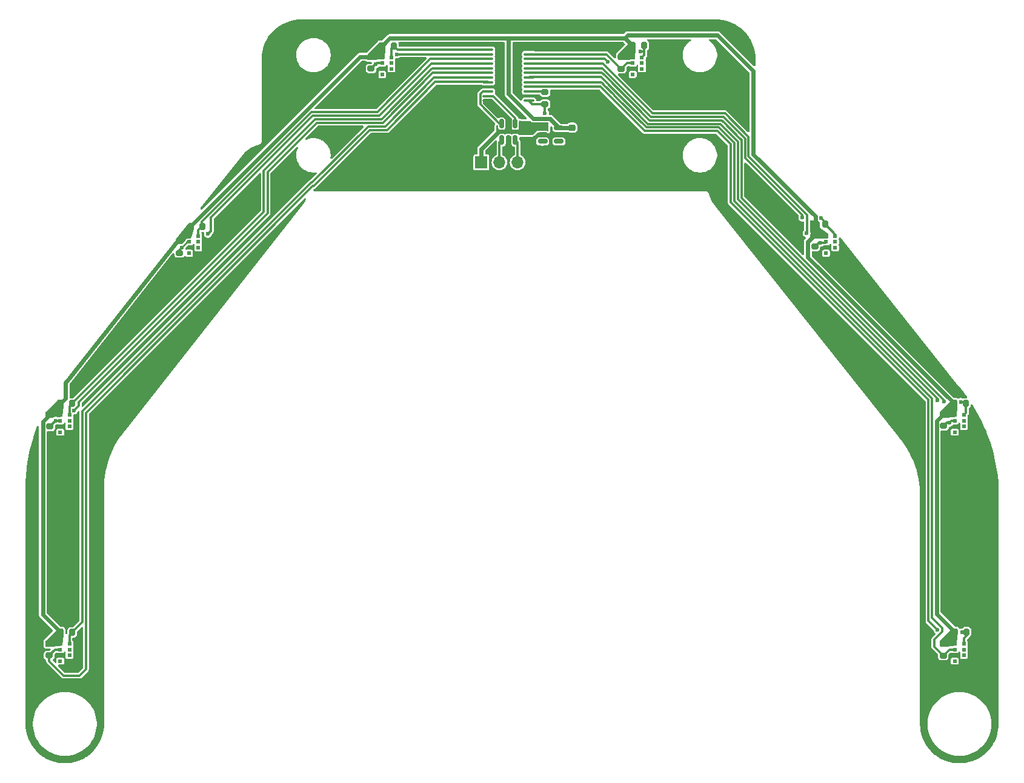
<source format=gbr>
%TF.GenerationSoftware,KiCad,Pcbnew,9.0.1*%
%TF.CreationDate,2025-05-06T09:48:18+02:00*%
%TF.ProjectId,lijnsensor V2,6c696a6e-7365-46e7-936f-722056322e6b,rev?*%
%TF.SameCoordinates,Original*%
%TF.FileFunction,Copper,L1,Top*%
%TF.FilePolarity,Positive*%
%FSLAX46Y46*%
G04 Gerber Fmt 4.6, Leading zero omitted, Abs format (unit mm)*
G04 Created by KiCad (PCBNEW 9.0.1) date 2025-05-06 09:48:18*
%MOMM*%
%LPD*%
G01*
G04 APERTURE LIST*
G04 Aperture macros list*
%AMRoundRect*
0 Rectangle with rounded corners*
0 $1 Rounding radius*
0 $2 $3 $4 $5 $6 $7 $8 $9 X,Y pos of 4 corners*
0 Add a 4 corners polygon primitive as box body*
4,1,4,$2,$3,$4,$5,$6,$7,$8,$9,$2,$3,0*
0 Add four circle primitives for the rounded corners*
1,1,$1+$1,$2,$3*
1,1,$1+$1,$4,$5*
1,1,$1+$1,$6,$7*
1,1,$1+$1,$8,$9*
0 Add four rect primitives between the rounded corners*
20,1,$1+$1,$2,$3,$4,$5,0*
20,1,$1+$1,$4,$5,$6,$7,0*
20,1,$1+$1,$6,$7,$8,$9,0*
20,1,$1+$1,$8,$9,$2,$3,0*%
%AMOutline5P*
0 Free polygon, 5 corners , with rotation*
0 The origin of the aperture is its center*
0 number of corners: always 5*
0 $1 to $10 corner X, Y*
0 $11 Rotation angle, in degrees counterclockwise*
0 create outline with 5 corners*
4,1,5,$1,$2,$3,$4,$5,$6,$7,$8,$9,$10,$1,$2,$11*%
%AMOutline6P*
0 Free polygon, 6 corners , with rotation*
0 The origin of the aperture is its center*
0 number of corners: always 6*
0 $1 to $12 corner X, Y*
0 $13 Rotation angle, in degrees counterclockwise*
0 create outline with 6 corners*
4,1,6,$1,$2,$3,$4,$5,$6,$7,$8,$9,$10,$11,$12,$1,$2,$13*%
%AMOutline7P*
0 Free polygon, 7 corners , with rotation*
0 The origin of the aperture is its center*
0 number of corners: always 7*
0 $1 to $14 corner X, Y*
0 $15 Rotation angle, in degrees counterclockwise*
0 create outline with 7 corners*
4,1,7,$1,$2,$3,$4,$5,$6,$7,$8,$9,$10,$11,$12,$13,$14,$1,$2,$15*%
%AMOutline8P*
0 Free polygon, 8 corners , with rotation*
0 The origin of the aperture is its center*
0 number of corners: always 8*
0 $1 to $16 corner X, Y*
0 $17 Rotation angle, in degrees counterclockwise*
0 create outline with 8 corners*
4,1,8,$1,$2,$3,$4,$5,$6,$7,$8,$9,$10,$11,$12,$13,$14,$15,$16,$1,$2,$17*%
G04 Aperture macros list end*
%TA.AperFunction,SMDPad,CuDef*%
%ADD10RoundRect,0.200000X-0.275000X0.200000X-0.275000X-0.200000X0.275000X-0.200000X0.275000X0.200000X0*%
%TD*%
%TA.AperFunction,SMDPad,CuDef*%
%ADD11Outline5P,-0.287500X0.244000X0.287500X0.244000X0.287500X-0.067100X0.110600X-0.244000X-0.287500X-0.244000X0.000000*%
%TD*%
%TA.AperFunction,SMDPad,CuDef*%
%ADD12R,0.575000X0.488000*%
%TD*%
%TA.AperFunction,SMDPad,CuDef*%
%ADD13RoundRect,0.225000X-0.250000X0.225000X-0.250000X-0.225000X0.250000X-0.225000X0.250000X0.225000X0*%
%TD*%
%TA.AperFunction,ComponentPad*%
%ADD14R,1.700000X1.700000*%
%TD*%
%TA.AperFunction,ComponentPad*%
%ADD15O,1.700000X1.700000*%
%TD*%
%TA.AperFunction,SMDPad,CuDef*%
%ADD16RoundRect,0.150000X-0.512500X-0.150000X0.512500X-0.150000X0.512500X0.150000X-0.512500X0.150000X0*%
%TD*%
%TA.AperFunction,SMDPad,CuDef*%
%ADD17RoundRect,0.200000X-0.200000X-0.275000X0.200000X-0.275000X0.200000X0.275000X-0.200000X0.275000X0*%
%TD*%
%TA.AperFunction,SMDPad,CuDef*%
%ADD18RoundRect,0.150000X0.150000X-0.512500X0.150000X0.512500X-0.150000X0.512500X-0.150000X-0.512500X0*%
%TD*%
%TA.AperFunction,SMDPad,CuDef*%
%ADD19RoundRect,0.200000X0.275000X-0.200000X0.275000X0.200000X-0.275000X0.200000X-0.275000X-0.200000X0*%
%TD*%
%TA.AperFunction,SMDPad,CuDef*%
%ADD20RoundRect,0.100000X0.637500X0.100000X-0.637500X0.100000X-0.637500X-0.100000X0.637500X-0.100000X0*%
%TD*%
%TA.AperFunction,ViaPad*%
%ADD21C,0.600000*%
%TD*%
%TA.AperFunction,ViaPad*%
%ADD22C,0.500000*%
%TD*%
%TA.AperFunction,Conductor*%
%ADD23C,0.300000*%
%TD*%
%TA.AperFunction,Conductor*%
%ADD24C,0.600000*%
%TD*%
%TA.AperFunction,Conductor*%
%ADD25C,0.250000*%
%TD*%
G04 APERTURE END LIST*
D10*
%TO.P,R16,1*%
%TO.N,+1V8*%
X53900000Y-106775000D03*
%TO.P,R16,2*%
%TO.N,Net-(U10-SCL)*%
X53900000Y-108425000D03*
%TD*%
%TO.P,R14,1*%
%TO.N,+1V8*%
X72025000Y-82490000D03*
%TO.P,R14,2*%
%TO.N,Net-(U2-SC5)*%
X72025000Y-84140000D03*
%TD*%
D11*
%TO.P,U5,1,VDD*%
%TO.N,+1V8*%
X162362000Y-81800000D03*
D12*
%TO.P,U5,2,SCL*%
%TO.N,Net-(U2-SC2)*%
X162362000Y-82600000D03*
%TO.P,U5,3,GND*%
%TO.N,GND*%
X162362000Y-83400000D03*
%TO.P,U5,4,LDR*%
%TO.N,unconnected-(U5-LDR-Pad4)*%
X162362000Y-84200000D03*
%TO.P,U5,5,PGND*%
%TO.N,GND*%
X163638000Y-84200000D03*
%TO.P,U5,6,GPIO*%
%TO.N,unconnected-(U5-GPIO-Pad6)*%
X163638000Y-83400000D03*
%TO.P,U5,7,INT*%
%TO.N,unconnected-(U5-INT-Pad7)*%
X163638000Y-82600000D03*
%TO.P,U5,8,SDA*%
%TO.N,Net-(U2-SD2)*%
X163638000Y-81800000D03*
%TD*%
D11*
%TO.P,U4,1,VDD*%
%TO.N,+1V8*%
X135362000Y-56800000D03*
D12*
%TO.P,U4,2,SCL*%
%TO.N,Net-(U2-SC3)*%
X135362000Y-57600000D03*
%TO.P,U4,3,GND*%
%TO.N,GND*%
X135362000Y-58400000D03*
%TO.P,U4,4,LDR*%
%TO.N,unconnected-(U4-LDR-Pad4)*%
X135362000Y-59200000D03*
%TO.P,U4,5,PGND*%
%TO.N,GND*%
X136638000Y-59200000D03*
%TO.P,U4,6,GPIO*%
%TO.N,unconnected-(U4-GPIO-Pad6)*%
X136638000Y-58400000D03*
%TO.P,U4,7,INT*%
%TO.N,unconnected-(U4-INT-Pad7)*%
X136638000Y-57600000D03*
%TO.P,U4,8,SDA*%
%TO.N,Net-(U2-SD3)*%
X136638000Y-56800000D03*
%TD*%
D11*
%TO.P,U9,1,VDD*%
%TO.N,+1V8*%
X73362000Y-81800000D03*
D12*
%TO.P,U9,2,SCL*%
%TO.N,Net-(U2-SC5)*%
X73362000Y-82600000D03*
%TO.P,U9,3,GND*%
%TO.N,GND*%
X73362000Y-83400000D03*
%TO.P,U9,4,LDR*%
%TO.N,unconnected-(U9-LDR-Pad4)*%
X73362000Y-84200000D03*
%TO.P,U9,5,PGND*%
%TO.N,GND*%
X74638000Y-84200000D03*
%TO.P,U9,6,GPIO*%
%TO.N,unconnected-(U9-GPIO-Pad6)*%
X74638000Y-83400000D03*
%TO.P,U9,7,INT*%
%TO.N,unconnected-(U9-INT-Pad7)*%
X74638000Y-82600000D03*
%TO.P,U9,8,SDA*%
%TO.N,Net-(U2-SD5)*%
X74638000Y-81800000D03*
%TD*%
D11*
%TO.P,U6,1,VDD*%
%TO.N,+1V8*%
X180362000Y-106800000D03*
D12*
%TO.P,U6,2,SCL*%
%TO.N,Net-(U2-SC1)*%
X180362000Y-107600000D03*
%TO.P,U6,3,GND*%
%TO.N,GND*%
X180362000Y-108400000D03*
%TO.P,U6,4,LDR*%
%TO.N,unconnected-(U6-LDR-Pad4)*%
X180362000Y-109200000D03*
%TO.P,U6,5,PGND*%
%TO.N,GND*%
X181638000Y-109200000D03*
%TO.P,U6,6,GPIO*%
%TO.N,unconnected-(U6-GPIO-Pad6)*%
X181638000Y-108400000D03*
%TO.P,U6,7,INT*%
%TO.N,unconnected-(U6-INT-Pad7)*%
X181638000Y-107600000D03*
%TO.P,U6,8,SDA*%
%TO.N,Net-(U2-SD1)*%
X181638000Y-106800000D03*
%TD*%
D11*
%TO.P,U7,1,VDD*%
%TO.N,+1V8*%
X180362000Y-138800000D03*
D12*
%TO.P,U7,2,SCL*%
%TO.N,Net-(U2-SC0)*%
X180362000Y-139600000D03*
%TO.P,U7,3,GND*%
%TO.N,GND*%
X180362000Y-140400000D03*
%TO.P,U7,4,LDR*%
%TO.N,unconnected-(U7-LDR-Pad4)*%
X180362000Y-141200000D03*
%TO.P,U7,5,PGND*%
%TO.N,GND*%
X181638000Y-141200000D03*
%TO.P,U7,6,GPIO*%
%TO.N,unconnected-(U7-GPIO-Pad6)*%
X181638000Y-140400000D03*
%TO.P,U7,7,INT*%
%TO.N,unconnected-(U7-INT-Pad7)*%
X181638000Y-139600000D03*
%TO.P,U7,8,SDA*%
%TO.N,Net-(U2-SD0)*%
X181638000Y-138800000D03*
%TD*%
D10*
%TO.P,R8,1*%
%TO.N,+1V8*%
X178800000Y-106675000D03*
%TO.P,R8,2*%
%TO.N,Net-(U2-SC1)*%
X178800000Y-108325000D03*
%TD*%
D13*
%TO.P,C2,1*%
%TO.N,+1V8*%
X126900000Y-66625000D03*
%TO.P,C2,2*%
%TO.N,GND*%
X126900000Y-68175000D03*
%TD*%
D14*
%TO.P,J1,1,Pin_1*%
%TO.N,+3.3V*%
X114200000Y-71500000D03*
D15*
%TO.P,J1,2,Pin_2*%
%TO.N,Net-(J1-Pin_2)*%
X116740000Y-71500000D03*
%TO.P,J1,3,Pin_3*%
%TO.N,Net-(J1-Pin_3)*%
X119280000Y-71500000D03*
%TO.P,J1,4,Pin_4*%
%TO.N,GND*%
X121820000Y-71500000D03*
%TD*%
D11*
%TO.P,U10,1,VDD*%
%TO.N,+1V8*%
X55362000Y-106800000D03*
D12*
%TO.P,U10,2,SCL*%
%TO.N,Net-(U10-SCL)*%
X55362000Y-107600000D03*
%TO.P,U10,3,GND*%
%TO.N,GND*%
X55362000Y-108400000D03*
%TO.P,U10,4,LDR*%
%TO.N,unconnected-(U10-LDR-Pad4)*%
X55362000Y-109200000D03*
%TO.P,U10,5,PGND*%
%TO.N,GND*%
X56638000Y-109200000D03*
%TO.P,U10,6,GPIO*%
%TO.N,unconnected-(U10-GPIO-Pad6)*%
X56638000Y-108400000D03*
%TO.P,U10,7,INT*%
%TO.N,unconnected-(U10-INT-Pad7)*%
X56638000Y-107600000D03*
%TO.P,U10,8,SDA*%
%TO.N,Net-(U10-SDA)*%
X56638000Y-106800000D03*
%TD*%
D10*
%TO.P,R2,1*%
%TO.N,+1V8*%
X53800000Y-138775000D03*
%TO.P,R2,2*%
%TO.N,Net-(U11-SCL)*%
X53800000Y-140425000D03*
%TD*%
D16*
%TO.P,U3,1,IN*%
%TO.N,+3.3V*%
X122762500Y-66650000D03*
%TO.P,U3,2,GND*%
%TO.N,GND*%
X122762500Y-67600000D03*
%TO.P,U3,3,EN*%
%TO.N,+3.3V*%
X122762500Y-68550000D03*
%TO.P,U3,4,NC*%
%TO.N,unconnected-(U3-NC-Pad4)*%
X125037500Y-68550000D03*
%TO.P,U3,5,OUT*%
%TO.N,+1V8*%
X125037500Y-66650000D03*
%TD*%
D17*
%TO.P,R15,1*%
%TO.N,+1V8*%
X55375000Y-105200000D03*
%TO.P,R15,2*%
%TO.N,Net-(U10-SDA)*%
X57025000Y-105200000D03*
%TD*%
%TO.P,R1,1*%
%TO.N,+1V8*%
X55375000Y-137200000D03*
%TO.P,R1,2*%
%TO.N,Net-(U11-SDA)*%
X57025000Y-137200000D03*
%TD*%
%TO.P,R13,1*%
%TO.N,+1V8*%
X73605000Y-80470000D03*
%TO.P,R13,2*%
%TO.N,Net-(U2-SD5)*%
X75255000Y-80470000D03*
%TD*%
D18*
%TO.P,U1,1,I/O1*%
%TO.N,Net-(J1-Pin_2)*%
X117050000Y-68337500D03*
%TO.P,U1,2,GND*%
%TO.N,GND*%
X118000000Y-68337500D03*
%TO.P,U1,3,I/O2*%
%TO.N,Net-(J1-Pin_3)*%
X118950000Y-68337500D03*
%TO.P,U1,4,I/O2*%
%TO.N,/SDA*%
X118950000Y-66062500D03*
%TO.P,U1,5,VBUS*%
%TO.N,+3.3V*%
X118000000Y-66062500D03*
%TO.P,U1,6,I/O1*%
%TO.N,/SCL*%
X117050000Y-66062500D03*
%TD*%
D17*
%TO.P,R9,1*%
%TO.N,+1V8*%
X180362000Y-137150000D03*
%TO.P,R9,2*%
%TO.N,Net-(U2-SD0)*%
X182012000Y-137150000D03*
%TD*%
D19*
%TO.P,R17,1*%
%TO.N,+3.3V*%
X123100000Y-63325000D03*
%TO.P,R17,2*%
%TO.N,Net-(U2-~{RESET})*%
X123100000Y-61675000D03*
%TD*%
D13*
%TO.P,C1,1*%
%TO.N,+3.3V*%
X120700000Y-67025000D03*
%TO.P,C1,2*%
%TO.N,GND*%
X120700000Y-68575000D03*
%TD*%
D10*
%TO.P,R4,1*%
%TO.N,+1V8*%
X133738000Y-56750000D03*
%TO.P,R4,2*%
%TO.N,Net-(U2-SC3)*%
X133738000Y-58400000D03*
%TD*%
D11*
%TO.P,U8,1,VDD*%
%TO.N,+1V8*%
X100362000Y-56800000D03*
D12*
%TO.P,U8,2,SCL*%
%TO.N,Net-(U2-SC4)*%
X100362000Y-57600000D03*
%TO.P,U8,3,GND*%
%TO.N,GND*%
X100362000Y-58400000D03*
%TO.P,U8,4,LDR*%
%TO.N,unconnected-(U8-LDR-Pad4)*%
X100362000Y-59200000D03*
%TO.P,U8,5,PGND*%
%TO.N,GND*%
X101638000Y-59200000D03*
%TO.P,U8,6,GPIO*%
%TO.N,unconnected-(U8-GPIO-Pad6)*%
X101638000Y-58400000D03*
%TO.P,U8,7,INT*%
%TO.N,unconnected-(U8-INT-Pad7)*%
X101638000Y-57600000D03*
%TO.P,U8,8,SDA*%
%TO.N,Net-(U2-SD4)*%
X101638000Y-56800000D03*
%TD*%
D11*
%TO.P,U11,1,VDD*%
%TO.N,+1V8*%
X55362000Y-138800000D03*
D12*
%TO.P,U11,2,SCL*%
%TO.N,Net-(U11-SCL)*%
X55362000Y-139600000D03*
%TO.P,U11,3,GND*%
%TO.N,GND*%
X55362000Y-140400000D03*
%TO.P,U11,4,LDR*%
%TO.N,unconnected-(U11-LDR-Pad4)*%
X55362000Y-141200000D03*
%TO.P,U11,5,PGND*%
%TO.N,GND*%
X56638000Y-141200000D03*
%TO.P,U11,6,GPIO*%
%TO.N,unconnected-(U11-GPIO-Pad6)*%
X56638000Y-140400000D03*
%TO.P,U11,7,INT*%
%TO.N,unconnected-(U11-INT-Pad7)*%
X56638000Y-139600000D03*
%TO.P,U11,8,SDA*%
%TO.N,Net-(U11-SDA)*%
X56638000Y-138800000D03*
%TD*%
D10*
%TO.P,R10,1*%
%TO.N,+1V8*%
X178737000Y-138800000D03*
%TO.P,R10,2*%
%TO.N,Net-(U2-SC0)*%
X178737000Y-140450000D03*
%TD*%
D17*
%TO.P,R7,1*%
%TO.N,+1V8*%
X180275000Y-105200000D03*
%TO.P,R7,2*%
%TO.N,Net-(U2-SD1)*%
X181925000Y-105200000D03*
%TD*%
%TO.P,R11,1*%
%TO.N,+1V8*%
X100325000Y-55200000D03*
%TO.P,R11,2*%
%TO.N,Net-(U2-SD4)*%
X101975000Y-55200000D03*
%TD*%
%TO.P,R5,1*%
%TO.N,+1V8*%
X160575000Y-80150000D03*
%TO.P,R5,2*%
%TO.N,Net-(U2-SD2)*%
X162225000Y-80150000D03*
%TD*%
D10*
%TO.P,R6,1*%
%TO.N,+1V8*%
X160800000Y-81600000D03*
%TO.P,R6,2*%
%TO.N,Net-(U2-SC2)*%
X160800000Y-83250000D03*
%TD*%
D17*
%TO.P,R3,1*%
%TO.N,+1V8*%
X135325000Y-55150000D03*
%TO.P,R3,2*%
%TO.N,Net-(U2-SD3)*%
X136975000Y-55150000D03*
%TD*%
D10*
%TO.P,R12,1*%
%TO.N,+1V8*%
X98800000Y-56725000D03*
%TO.P,R12,2*%
%TO.N,Net-(U2-SC4)*%
X98800000Y-58375000D03*
%TD*%
D20*
%TO.P,U2,1,A0*%
%TO.N,+3.3V*%
X120862500Y-62875000D03*
%TO.P,U2,2,A1*%
%TO.N,GND*%
X120862500Y-62225000D03*
%TO.P,U2,3,~{RESET}*%
%TO.N,Net-(U2-~{RESET})*%
X120862500Y-61575000D03*
%TO.P,U2,4,SD0*%
%TO.N,Net-(U2-SD0)*%
X120862500Y-60925000D03*
%TO.P,U2,5,SC0*%
%TO.N,Net-(U2-SC0)*%
X120862500Y-60275000D03*
%TO.P,U2,6,SD1*%
%TO.N,Net-(U2-SD1)*%
X120862500Y-59625000D03*
%TO.P,U2,7,SC1*%
%TO.N,Net-(U2-SC1)*%
X120862500Y-58975000D03*
%TO.P,U2,8,SD2*%
%TO.N,Net-(U2-SD2)*%
X120862500Y-58325000D03*
%TO.P,U2,9,SC2*%
%TO.N,Net-(U2-SC2)*%
X120862500Y-57675000D03*
%TO.P,U2,10,SD3*%
%TO.N,Net-(U2-SD3)*%
X120862500Y-57025000D03*
%TO.P,U2,11,SC3*%
%TO.N,Net-(U2-SC3)*%
X120862500Y-56375000D03*
%TO.P,U2,12,GND*%
%TO.N,GND*%
X120862500Y-55725000D03*
%TO.P,U2,13,SD4*%
%TO.N,Net-(U2-SD4)*%
X115137500Y-55725000D03*
%TO.P,U2,14,SC4*%
%TO.N,Net-(U2-SC4)*%
X115137500Y-56375000D03*
%TO.P,U2,15,SD5*%
%TO.N,Net-(U2-SD5)*%
X115137500Y-57025000D03*
%TO.P,U2,16,SC5*%
%TO.N,Net-(U2-SC5)*%
X115137500Y-57675000D03*
%TO.P,U2,17,SD6*%
%TO.N,Net-(U10-SDA)*%
X115137500Y-58325000D03*
%TO.P,U2,18,SC6*%
%TO.N,Net-(U10-SCL)*%
X115137500Y-58975000D03*
%TO.P,U2,19,SD7*%
%TO.N,Net-(U11-SDA)*%
X115137500Y-59625000D03*
%TO.P,U2,20,SC7*%
%TO.N,Net-(U11-SCL)*%
X115137500Y-60275000D03*
%TO.P,U2,21,A2*%
%TO.N,GND*%
X115137500Y-60925000D03*
%TO.P,U2,22,SCL*%
%TO.N,/SCL*%
X115137500Y-61575000D03*
%TO.P,U2,23,SDA*%
%TO.N,/SDA*%
X115137500Y-62225000D03*
%TO.P,U2,24,VCC*%
%TO.N,+3.3V*%
X115137500Y-62875000D03*
%TD*%
D21*
%TO.N,Net-(U2-SC4)*%
X99437500Y-57737500D03*
X102387674Y-56365221D03*
%TO.N,Net-(U10-SCL)*%
X57288000Y-106174980D03*
X54725000Y-107600000D03*
%TO.N,GND*%
X70500000Y-87500000D03*
X181600000Y-110000000D03*
X158000000Y-87500000D03*
X173000000Y-110000000D03*
X88000000Y-52500000D03*
X115500000Y-52500000D03*
X145500000Y-62500000D03*
X121700000Y-68000000D03*
X110500000Y-62500000D03*
X68000000Y-100000000D03*
X60500000Y-100000000D03*
X113000000Y-70000000D03*
X122000000Y-62300000D03*
X138000000Y-57500000D03*
X163000000Y-84900000D03*
X123000000Y-55000000D03*
X55500000Y-115000000D03*
X130500000Y-67500000D03*
X102500000Y-58800000D03*
X175500000Y-107500000D03*
X130500000Y-75000000D03*
X145500000Y-75000000D03*
X55500000Y-145000000D03*
X180500000Y-120000000D03*
X128000000Y-75000000D03*
X183000000Y-135000000D03*
X60500000Y-135000000D03*
X105500000Y-57500000D03*
X118000000Y-69900000D03*
X57300000Y-109800000D03*
X105500000Y-67500000D03*
X98000000Y-62500000D03*
X182200000Y-109900000D03*
X137500000Y-58800000D03*
X88000000Y-60000000D03*
X113000000Y-62500000D03*
X133000000Y-65000000D03*
X65500000Y-95000000D03*
X140500000Y-52500000D03*
X185500000Y-145000000D03*
X88000000Y-72500000D03*
X60500000Y-110000000D03*
D22*
X83620000Y-69060000D03*
D21*
X138000000Y-70000000D03*
X55500000Y-132500000D03*
X75500000Y-82500000D03*
X135500000Y-67500000D03*
X93000000Y-75000000D03*
X85500000Y-60000000D03*
X75500000Y-83800000D03*
X56000000Y-141900000D03*
X103000000Y-67500000D03*
X115500000Y-70000000D03*
X120800000Y-55000000D03*
X118000000Y-75000000D03*
X105500000Y-75000000D03*
X140500000Y-62500000D03*
X60500000Y-140000000D03*
X170500000Y-100000000D03*
X185500000Y-132500000D03*
X118500000Y-70200000D03*
X105500000Y-65000000D03*
X180500000Y-135000000D03*
X133000000Y-67500000D03*
X125500000Y-75000000D03*
X98000000Y-72500000D03*
X105500000Y-70000000D03*
X130500000Y-52500000D03*
X164500000Y-84500000D03*
X180500000Y-130000000D03*
X63000000Y-95000000D03*
X185500000Y-112500000D03*
X60500000Y-117500000D03*
X185500000Y-122500000D03*
X93000000Y-55000000D03*
X138000000Y-72500000D03*
X70500000Y-90000000D03*
X123000000Y-75000000D03*
X185500000Y-147500000D03*
X168000000Y-90000000D03*
X182500000Y-109400000D03*
X125500000Y-52500000D03*
X65500000Y-105000000D03*
X163000000Y-92500000D03*
X125900000Y-67600000D03*
X138000000Y-55000000D03*
X108000000Y-55000000D03*
X110500000Y-70000000D03*
X83000000Y-75000000D03*
X120500000Y-72500000D03*
X183000000Y-110000000D03*
X118000000Y-70500000D03*
X136600000Y-60000000D03*
X100500000Y-62500000D03*
X168000000Y-102500000D03*
X168000000Y-97500000D03*
X105500000Y-52500000D03*
X57500000Y-109200000D03*
X133000000Y-52500000D03*
X175500000Y-97500000D03*
X100500000Y-72500000D03*
X170500000Y-102500000D03*
X158000000Y-82500000D03*
X95500000Y-67500000D03*
X98000000Y-70000000D03*
X170500000Y-92500000D03*
X128000000Y-65000000D03*
X140500000Y-72500000D03*
X128000000Y-62500000D03*
X63000000Y-97500000D03*
X183000000Y-107500000D03*
X125500000Y-62500000D03*
X68000000Y-90000000D03*
X108000000Y-65000000D03*
X95500000Y-72500000D03*
X80500000Y-77500000D03*
X145500000Y-60000000D03*
X110500000Y-55000000D03*
X182500000Y-108800000D03*
X108000000Y-70000000D03*
X103000000Y-52500000D03*
X78000000Y-82500000D03*
X123000000Y-70000000D03*
X80500000Y-80000000D03*
X137200000Y-59900000D03*
X63000000Y-105000000D03*
X173000000Y-102500000D03*
X126900000Y-69100000D03*
X163000000Y-95000000D03*
X55500000Y-155000000D03*
X83000000Y-77500000D03*
X80500000Y-87500000D03*
X120200000Y-55000000D03*
X103000000Y-75000000D03*
X110500000Y-67500000D03*
X55500000Y-127500000D03*
X185500000Y-142500000D03*
X98000000Y-60000000D03*
X183000000Y-140000000D03*
X128000000Y-67500000D03*
X114000000Y-60900000D03*
X143000000Y-75000000D03*
X95500000Y-62500000D03*
X55500000Y-125000000D03*
X133000000Y-70000000D03*
X178000000Y-142500000D03*
X85500000Y-65000000D03*
X185500000Y-130000000D03*
X160500000Y-92500000D03*
X185500000Y-120000000D03*
X137500000Y-59400000D03*
X60500000Y-152500000D03*
X130500000Y-70000000D03*
X150500000Y-62500000D03*
X121400000Y-55000000D03*
X103000000Y-60000000D03*
X185500000Y-140000000D03*
X185500000Y-127500000D03*
X153000000Y-82500000D03*
X180500000Y-115000000D03*
X55500000Y-117500000D03*
X135500000Y-75000000D03*
X165500000Y-85000000D03*
X175500000Y-115000000D03*
X120500000Y-70000000D03*
X56100000Y-109900000D03*
X173000000Y-95000000D03*
X143000000Y-62500000D03*
X60500000Y-147500000D03*
X165500000Y-97500000D03*
X182400000Y-141300000D03*
X153000000Y-75000000D03*
X180500000Y-110000000D03*
X57500000Y-141300000D03*
X164500000Y-83900000D03*
X135500000Y-70000000D03*
X95500000Y-60000000D03*
X118000000Y-52500000D03*
X178000000Y-145000000D03*
X140500000Y-55000000D03*
X180500000Y-145000000D03*
X125500000Y-55000000D03*
X160500000Y-90000000D03*
X178000000Y-100000000D03*
X125500000Y-72500000D03*
X125500000Y-65000000D03*
X138000000Y-60000000D03*
X78000000Y-80000000D03*
X74600000Y-85000000D03*
X181600000Y-142000000D03*
X65500000Y-92500000D03*
X70500000Y-97500000D03*
X103000000Y-70000000D03*
X133000000Y-75000000D03*
X60500000Y-127500000D03*
X113000000Y-67500000D03*
X155500000Y-80000000D03*
X74000000Y-84900000D03*
X148000000Y-70000000D03*
X53000000Y-145000000D03*
X60500000Y-137500000D03*
X158000000Y-90000000D03*
X148000000Y-72500000D03*
X150500000Y-80000000D03*
X70500000Y-100000000D03*
X68000000Y-102500000D03*
X60500000Y-115000000D03*
X128000000Y-70000000D03*
X185500000Y-117500000D03*
X180500000Y-142500000D03*
X122000000Y-55000000D03*
D22*
X76540000Y-76300000D03*
D21*
X95500000Y-75000000D03*
X158000000Y-80000000D03*
X123900000Y-64100000D03*
X165500000Y-95000000D03*
X95500000Y-52500000D03*
X148000000Y-52500000D03*
X110500000Y-72500000D03*
X108000000Y-62500000D03*
X180500000Y-127500000D03*
X130500000Y-55000000D03*
X140500000Y-60000000D03*
X119600000Y-55600000D03*
X110500000Y-52500000D03*
X60500000Y-112500000D03*
X155500000Y-87500000D03*
X183000000Y-112500000D03*
X138000000Y-62500000D03*
X183000000Y-127500000D03*
X90500000Y-60000000D03*
X179800000Y-140400000D03*
X148000000Y-62500000D03*
X102200000Y-60000000D03*
X60500000Y-120000000D03*
X155500000Y-77500000D03*
X101600000Y-60000000D03*
X183000000Y-142500000D03*
X180500000Y-122500000D03*
X113000000Y-75000000D03*
X78000000Y-90000000D03*
X68000000Y-92500000D03*
X168000000Y-100000000D03*
X181000000Y-141900000D03*
X165500000Y-87500000D03*
X88000000Y-75000000D03*
X123000000Y-52500000D03*
X117500000Y-69600000D03*
X118000000Y-69300000D03*
X123000000Y-72500000D03*
X140500000Y-75000000D03*
X98000000Y-55000000D03*
X135500000Y-52500000D03*
X173000000Y-105000000D03*
X116200000Y-60900000D03*
X148000000Y-77500000D03*
X180500000Y-112500000D03*
X60500000Y-130000000D03*
X128000000Y-52500000D03*
X175500000Y-112500000D03*
X65500000Y-102500000D03*
X57200000Y-141900000D03*
X119600000Y-56200000D03*
X115500000Y-55000000D03*
X113000000Y-55000000D03*
X108000000Y-67500000D03*
X103000000Y-55000000D03*
X185500000Y-115000000D03*
X143000000Y-52500000D03*
X118500000Y-69600000D03*
X55500000Y-130000000D03*
X140500000Y-70000000D03*
X110500000Y-75000000D03*
X138000000Y-75000000D03*
X85500000Y-75000000D03*
X175500000Y-110000000D03*
X88000000Y-55000000D03*
X113000000Y-52500000D03*
X138000000Y-52500000D03*
X56600000Y-142000000D03*
X85500000Y-55000000D03*
X60500000Y-107500000D03*
X73000000Y-87500000D03*
X183000000Y-145000000D03*
X98000000Y-52500000D03*
X182200000Y-141900000D03*
X53000000Y-137500000D03*
X55500000Y-135000000D03*
X128000000Y-55000000D03*
X98000000Y-75000000D03*
X58000000Y-145000000D03*
X183000000Y-125000000D03*
X118000000Y-72500000D03*
X93000000Y-62500000D03*
X58000000Y-102500000D03*
X164200000Y-85000000D03*
X185500000Y-135000000D03*
X90500000Y-52500000D03*
X108000000Y-75000000D03*
X95500000Y-55000000D03*
X105500000Y-72500000D03*
X150500000Y-55000000D03*
X73000000Y-85000000D03*
X128000000Y-72500000D03*
X93000000Y-67500000D03*
X120500000Y-52500000D03*
X163600000Y-85000000D03*
X60500000Y-132500000D03*
X148000000Y-75000000D03*
X75500000Y-84400000D03*
X100500000Y-52500000D03*
X153000000Y-77500000D03*
X88000000Y-62500000D03*
X60500000Y-125000000D03*
X57500000Y-140700000D03*
X148000000Y-60000000D03*
X55500000Y-112500000D03*
X183000000Y-117500000D03*
X150500000Y-60000000D03*
X185500000Y-137500000D03*
X103000000Y-72500000D03*
X55500000Y-120000000D03*
X85500000Y-62500000D03*
X55500000Y-122500000D03*
X173000000Y-107500000D03*
X117500000Y-70200000D03*
X60500000Y-122500000D03*
X180500000Y-125000000D03*
X143000000Y-60000000D03*
X135500000Y-72500000D03*
X100500000Y-60000000D03*
X130500000Y-72500000D03*
X119600000Y-62200000D03*
X180500000Y-117500000D03*
X75200000Y-84900000D03*
X183000000Y-132500000D03*
X183000000Y-122500000D03*
X185500000Y-125000000D03*
X123800000Y-67700000D03*
X182500000Y-140700000D03*
X120500000Y-75000000D03*
X140500000Y-57500000D03*
X183000000Y-130000000D03*
X73000000Y-95000000D03*
X55500000Y-110000000D03*
X113000000Y-65000000D03*
X155500000Y-85000000D03*
X57500000Y-108600000D03*
X85500000Y-77500000D03*
X170500000Y-105000000D03*
X115500000Y-75000000D03*
X75500000Y-92500000D03*
X175500000Y-105000000D03*
X100500000Y-75000000D03*
X108000000Y-52500000D03*
X110500000Y-65000000D03*
X60500000Y-145000000D03*
X102400000Y-59400000D03*
X133000000Y-55000000D03*
X133000000Y-72500000D03*
X130500000Y-65000000D03*
X108000000Y-72500000D03*
X103000000Y-57500000D03*
X56700000Y-110000000D03*
X73000000Y-97500000D03*
X125500000Y-70000000D03*
X60500000Y-142500000D03*
X145500000Y-52500000D03*
X100500000Y-70000000D03*
X93000000Y-52500000D03*
X183000000Y-120000000D03*
X127800000Y-68200000D03*
X180500000Y-132500000D03*
X122000000Y-55600000D03*
X183000000Y-137500000D03*
X85500000Y-57500000D03*
X63000000Y-107500000D03*
X119600000Y-55000000D03*
X130500000Y-62500000D03*
X183000000Y-115000000D03*
X148000000Y-57500000D03*
X105500000Y-55000000D03*
X165500000Y-100000000D03*
X63000000Y-110000000D03*
X136000000Y-59800000D03*
X53000000Y-142500000D03*
X150500000Y-65000000D03*
%TO.N,Net-(U2-SC1)*%
X179600000Y-107900000D03*
X178821814Y-104878186D03*
%TO.N,Net-(U2-SC2)*%
X161600000Y-82700000D03*
X159660000Y-81400000D03*
%TO.N,+3.3V*%
X123100000Y-64599000D03*
X122700000Y-68600000D03*
X122600000Y-66200000D03*
%TO.N,Net-(U2-SC5)*%
X72327387Y-83407387D03*
X76000000Y-81500000D03*
%TO.N,Net-(U2-SD1)*%
X181200000Y-105000000D03*
X177930771Y-104750011D03*
%TO.N,Net-(U2-SD0)*%
X181400000Y-137200000D03*
X177915380Y-136834620D03*
%TO.N,Net-(U2-SD2)*%
X159050000Y-79214430D03*
X161675000Y-79290589D03*
%TO.N,Net-(U2-SD3)*%
X131859380Y-57440620D03*
X136400000Y-56000000D03*
%TD*%
D23*
%TO.N,Net-(U11-SCL)*%
X53800000Y-141200000D02*
X53800000Y-140425000D01*
X55850000Y-143250000D02*
X53800000Y-141200000D01*
X58030000Y-143250000D02*
X55850000Y-143250000D01*
X58958760Y-142321240D02*
X58030000Y-143250000D01*
X58958760Y-106501587D02*
X58958760Y-142321240D01*
X98613352Y-66952827D02*
X90765179Y-74801000D01*
X90765179Y-74801000D02*
X90659347Y-74801000D01*
X107751000Y-60249000D02*
X101047173Y-66952827D01*
X101047173Y-66952827D02*
X98613352Y-66952827D01*
X115137500Y-60275000D02*
X115111500Y-60249000D01*
X115111500Y-60249000D02*
X107751000Y-60249000D01*
X90659347Y-74801000D02*
X58958760Y-106501587D01*
%TO.N,Net-(U11-SDA)*%
X90451827Y-74300000D02*
X90557659Y-74300000D01*
X58457760Y-106294067D02*
X90451827Y-74300000D01*
X98405832Y-66451827D02*
X90557659Y-74300000D01*
X100748173Y-66451827D02*
X98405832Y-66451827D01*
X107575000Y-59625000D02*
X100748173Y-66451827D01*
X115137500Y-59625000D02*
X107575000Y-59625000D01*
%TO.N,Net-(U2-SC4)*%
X102387674Y-56365221D02*
X102397453Y-56375000D01*
X98800000Y-58375000D02*
X99437500Y-57737500D01*
X102397453Y-56375000D02*
X115137500Y-56375000D01*
X99575000Y-57600000D02*
X100362000Y-57600000D01*
X99437500Y-57737500D02*
X99575000Y-57600000D01*
%TO.N,Net-(U10-SDA)*%
X83800000Y-72649827D02*
X83800000Y-78425000D01*
X56638000Y-105587000D02*
X57025000Y-105200000D01*
X56638000Y-106800000D02*
X56638000Y-105587000D01*
X83800000Y-78425000D02*
X57025000Y-105200000D01*
X107375000Y-58325000D02*
X107226000Y-58474000D01*
X100241653Y-65449827D02*
X90999999Y-65449827D01*
X107226000Y-58474000D02*
X107217479Y-58474000D01*
X90999999Y-65449827D02*
X83800000Y-72649827D01*
X107217479Y-58474000D02*
X100241653Y-65449827D01*
X115137500Y-58325000D02*
X107375000Y-58325000D01*
%TO.N,Net-(U11-SDA)*%
X57025000Y-137200000D02*
X58457760Y-135767240D01*
X56638000Y-137587000D02*
X57025000Y-137200000D01*
X58457760Y-135767240D02*
X58457760Y-106294067D01*
X56638000Y-138800000D02*
X56638000Y-137587000D01*
%TO.N,Net-(U10-SCL)*%
X107425000Y-58975000D02*
X115137500Y-58975000D01*
X84324174Y-78609346D02*
X84324174Y-72834173D01*
X57309794Y-106174980D02*
X57956760Y-105528014D01*
X57956760Y-104976760D02*
X84324174Y-78609346D01*
X57956760Y-105528014D02*
X57956760Y-104976760D01*
X100449173Y-65950827D02*
X107425000Y-58975000D01*
X54725000Y-107600000D02*
X55362000Y-107600000D01*
X91207520Y-65950827D02*
X100449173Y-65950827D01*
X84324174Y-72834173D02*
X91207520Y-65950827D01*
X57288000Y-106174980D02*
X57309794Y-106174980D01*
X53900000Y-108425000D02*
X54725000Y-107600000D01*
D24*
%TO.N,GND*%
X121700000Y-68000000D02*
X121125000Y-68575000D01*
X121125000Y-68575000D02*
X120700000Y-68575000D01*
X122762500Y-67600000D02*
X122100000Y-67600000D01*
X122100000Y-67600000D02*
X121700000Y-68000000D01*
D23*
%TO.N,Net-(U2-~{RESET})*%
X120862500Y-61575000D02*
X122900000Y-61575000D01*
X122900000Y-61575000D02*
X123000000Y-61675000D01*
X123000000Y-61675000D02*
X123100000Y-61675000D01*
%TO.N,Net-(U2-SD5)*%
X74638000Y-81800000D02*
X74638000Y-80987000D01*
X75155000Y-79740654D02*
X75155000Y-80470000D01*
X99652173Y-64447827D02*
X90447827Y-64447827D01*
X74638000Y-80987000D02*
X75155000Y-80470000D01*
X107075000Y-57025000D02*
X99652173Y-64447827D01*
X115137500Y-57025000D02*
X107075000Y-57025000D01*
X90447827Y-64447827D02*
X75155000Y-79740654D01*
%TO.N,/SCL*%
X117050000Y-66062500D02*
X116750001Y-66062500D01*
X116750001Y-66062500D02*
X114049000Y-63361499D01*
X114049000Y-63361499D02*
X114049000Y-61926001D01*
X114049000Y-61926001D02*
X114400001Y-61575000D01*
X114400001Y-61575000D02*
X115137500Y-61575000D01*
%TO.N,Net-(U2-SC0)*%
X149544000Y-71512041D02*
X149533960Y-71522081D01*
X149533960Y-68759520D02*
X149544000Y-68769560D01*
X131381506Y-60717479D02*
X131381506Y-60717480D01*
X178600000Y-136600000D02*
X178600000Y-137100000D01*
X177173000Y-135173000D02*
X178183620Y-136183620D01*
X177500000Y-139213000D02*
X178737000Y-140450000D01*
X149533960Y-71522081D02*
X149533960Y-76851000D01*
X130939026Y-60275000D02*
X131088026Y-60424000D01*
X146925439Y-66603000D02*
X146962400Y-66603000D01*
X120862500Y-60275000D02*
X130939026Y-60275000D01*
X147670920Y-66896480D02*
X149240481Y-68466040D01*
X178566380Y-136564966D02*
X178566380Y-136566380D01*
X177500000Y-138200000D02*
X177500000Y-139213000D01*
X177173000Y-104905082D02*
X177173000Y-105107521D01*
X149533960Y-68759519D02*
X149533960Y-68759520D01*
X149240481Y-68466040D02*
X149533960Y-68759519D01*
X149544000Y-68769560D02*
X149544000Y-71512041D01*
X149533960Y-76851000D02*
X177173000Y-104490041D01*
X177173000Y-105107521D02*
X177173000Y-134892479D01*
X147377440Y-66603000D02*
X147377441Y-66603000D01*
X178183620Y-136183620D02*
X178185034Y-136183620D01*
X177173000Y-104490042D02*
X177173000Y-104692479D01*
X147340481Y-66603000D02*
X147377440Y-66603000D01*
X131381506Y-60717480D02*
X132685273Y-62021247D01*
X179587000Y-139600000D02*
X180362000Y-139600000D01*
X147670920Y-66896479D02*
X147670920Y-66896480D01*
X147377441Y-66603000D02*
X147670920Y-66896479D01*
X132685273Y-62021247D02*
X132835273Y-62171247D01*
X131088027Y-60424000D02*
X131381506Y-60717479D01*
X137267026Y-66603000D02*
X146925439Y-66603000D01*
X146962400Y-66603000D02*
X147340481Y-66603000D01*
X178737000Y-140450000D02*
X179587000Y-139600000D01*
X133128753Y-62464727D02*
X137267026Y-66603000D01*
X178600000Y-137100000D02*
X177500000Y-138200000D01*
X178566380Y-136566380D02*
X178600000Y-136600000D01*
X177173000Y-134892479D02*
X177173000Y-135173000D01*
X178185034Y-136183620D02*
X178566380Y-136564966D01*
X132978753Y-62314727D02*
X133128753Y-62464727D01*
X132835273Y-62171247D02*
X132978753Y-62314727D01*
X177173000Y-104692479D02*
X177173000Y-104905082D01*
X131088026Y-60424000D02*
X131088027Y-60424000D01*
%TO.N,/SDA*%
X118950000Y-66062500D02*
X118950000Y-65309418D01*
X115865582Y-62225000D02*
X115137500Y-62225000D01*
X118950000Y-65309418D02*
X115865582Y-62225000D01*
%TO.N,Net-(U2-SC1)*%
X131399546Y-59318480D02*
X137682066Y-65601000D01*
X131056066Y-58975000D02*
X131106066Y-59025000D01*
X178821814Y-104721814D02*
X178821814Y-104878186D01*
X150546000Y-68354519D02*
X150546000Y-68769560D01*
X150252521Y-68061040D02*
X150252520Y-68061040D01*
X179900000Y-107600000D02*
X180362000Y-107600000D01*
X131106066Y-59025000D02*
X131399546Y-59318479D01*
X150546000Y-68354520D02*
X150546000Y-68354519D01*
X147792481Y-65601000D02*
X147792480Y-65601000D01*
X131399546Y-59318479D02*
X131399546Y-59318480D01*
X147792480Y-65601000D02*
X148085960Y-65894479D01*
X178581771Y-104481771D02*
X178821814Y-104721814D01*
X179225000Y-107900000D02*
X178800000Y-108325000D01*
X137682066Y-65601000D02*
X147377440Y-65601000D01*
X150546000Y-76446000D02*
X178199011Y-104099011D01*
X148085960Y-65894479D02*
X148085960Y-65894480D01*
X178199011Y-104099011D02*
X178200425Y-104099011D01*
X179600000Y-107900000D02*
X179900000Y-107600000D01*
X178581771Y-104480357D02*
X178581771Y-104481771D01*
X150546000Y-71063043D02*
X150546000Y-76446000D01*
X120862500Y-58975000D02*
X131056066Y-58975000D01*
X147377440Y-65601000D02*
X147792481Y-65601000D01*
X178200425Y-104099011D02*
X178581771Y-104480357D01*
X150252520Y-68061040D02*
X150546000Y-68354520D01*
X150546000Y-68769560D02*
X150546000Y-71063043D01*
X148085960Y-65894480D02*
X150252521Y-68061040D01*
X179600000Y-107900000D02*
X179225000Y-107900000D01*
%TO.N,Net-(U2-SC2)*%
X162262000Y-82700000D02*
X162362000Y-82600000D01*
X148208520Y-64600000D02*
X148248000Y-64600000D01*
X159700000Y-81360000D02*
X159660000Y-81400000D01*
X131173106Y-57675000D02*
X138097106Y-64599000D01*
X161350000Y-82700000D02*
X160800000Y-83250000D01*
X161600000Y-82700000D02*
X162262000Y-82700000D01*
X148248000Y-64600000D02*
X151548000Y-67900000D01*
X161600000Y-82700000D02*
X161350000Y-82700000D01*
X120862500Y-57675000D02*
X131173106Y-57675000D01*
X138097106Y-64599000D02*
X148207521Y-64599000D01*
X148207521Y-64599000D02*
X148208520Y-64600000D01*
X151548000Y-67900000D02*
X151548000Y-70648000D01*
X151548000Y-70648000D02*
X159700000Y-78800000D01*
X159700000Y-78800000D02*
X159700000Y-81360000D01*
%TO.N,+3.3V*%
X122762500Y-68550000D02*
X122750000Y-68550000D01*
D24*
X114200000Y-71500000D02*
X114200000Y-69600190D01*
D23*
X122750000Y-68550000D02*
X122700000Y-68600000D01*
D24*
X114200000Y-69600190D02*
X116600190Y-67200000D01*
D23*
X123100000Y-64599000D02*
X123100000Y-63325000D01*
X123100000Y-63325000D02*
X121312500Y-63325000D01*
X121312500Y-63325000D02*
X120862500Y-62875000D01*
X123187678Y-66650000D02*
X122762500Y-66650000D01*
%TO.N,Net-(U2-SD4)*%
X115137500Y-55725000D02*
X102500000Y-55725000D01*
X101638000Y-56800000D02*
X101638000Y-55537000D01*
X101638000Y-55537000D02*
X101975000Y-55200000D01*
X102500000Y-55725000D02*
X101975000Y-55200000D01*
%TO.N,Net-(U2-SC3)*%
X131713000Y-56375000D02*
X133738000Y-58400000D01*
X133738000Y-58400000D02*
X134538000Y-57600000D01*
X134538000Y-57600000D02*
X135362000Y-57600000D01*
X120862500Y-56375000D02*
X131713000Y-56375000D01*
%TO.N,Net-(U2-SC5)*%
X90655347Y-64948827D02*
X76400000Y-79204174D01*
X72327387Y-83407387D02*
X72398191Y-83407387D01*
D25*
X72327387Y-83407387D02*
X72332031Y-83407387D01*
D23*
X72025000Y-84140000D02*
X72025000Y-83709774D01*
X76400000Y-79204174D02*
X76400000Y-81100000D01*
X99951173Y-64948827D02*
X90655347Y-64948827D01*
D25*
X73139418Y-82600000D02*
X73362000Y-82600000D01*
D23*
X115137500Y-57675000D02*
X107225000Y-57675000D01*
X107225000Y-57675000D02*
X99951173Y-64948827D01*
D25*
X72332031Y-83407387D02*
X73139418Y-82600000D01*
D23*
X76400000Y-81100000D02*
X76000000Y-81500000D01*
X72025000Y-83709774D02*
X72327387Y-83407387D01*
%TO.N,Net-(U11-SCL)*%
X54625000Y-139600000D02*
X55362000Y-139600000D01*
X53800000Y-140425000D02*
X54625000Y-139600000D01*
%TO.N,Net-(U2-SD1)*%
X150045000Y-68562040D02*
X147584960Y-66102000D01*
X181200000Y-105000000D02*
X181725000Y-105000000D01*
X120961500Y-59526000D02*
X120862500Y-59625000D01*
X181925000Y-106513000D02*
X181638000Y-106800000D01*
X181925000Y-105200000D02*
X181925000Y-106513000D01*
X130898546Y-59526000D02*
X120961500Y-59526000D01*
X178000000Y-104608520D02*
X150045000Y-76653520D01*
X181725000Y-105000000D02*
X181925000Y-105200000D01*
X150045000Y-76653520D02*
X150045000Y-68562040D01*
X178000000Y-104680782D02*
X178000000Y-104608520D01*
X137474546Y-66102000D02*
X130898546Y-59526000D01*
X177930771Y-104750011D02*
X178000000Y-104680782D01*
X147584960Y-66102000D02*
X137474546Y-66102000D01*
%TO.N,Net-(U2-SD0)*%
X137059506Y-67104000D02*
X147132960Y-67104000D01*
X149032960Y-77058522D02*
X176672000Y-104697562D01*
X176672000Y-104900000D02*
X176672000Y-135100000D01*
X120862500Y-60925000D02*
X130880506Y-60925000D01*
X132627753Y-62672247D02*
X137059506Y-67104000D01*
X132477753Y-62522247D02*
X132627753Y-62672247D01*
X149032960Y-68967040D02*
X149032960Y-77058522D01*
X181638000Y-138800000D02*
X181638000Y-138062000D01*
X147132960Y-67104000D02*
X147169920Y-67104000D01*
X182012000Y-137688000D02*
X182012000Y-137150000D01*
X176672000Y-135591240D02*
X177915380Y-136834620D01*
X181400000Y-137200000D02*
X181962000Y-137200000D01*
X176672000Y-104697562D02*
X176672000Y-104900000D01*
X130880506Y-60925000D02*
X132477753Y-62522247D01*
X176672000Y-135100000D02*
X176672000Y-135591240D01*
X181638000Y-138062000D02*
X182012000Y-137688000D01*
X181962000Y-137200000D02*
X182012000Y-137150000D01*
X147169920Y-67104000D02*
X149032960Y-68967040D01*
%TO.N,Net-(U2-SD2)*%
X137889586Y-65100000D02*
X131114586Y-58325000D01*
X131114586Y-58325000D02*
X120862500Y-58325000D01*
X162225000Y-80150000D02*
X162225000Y-80387000D01*
X163638000Y-81563000D02*
X162225000Y-80150000D01*
X162225000Y-80150000D02*
X162225000Y-79840589D01*
X151047000Y-70855521D02*
X151047000Y-68147000D01*
X162300000Y-79915589D02*
X162300000Y-79925000D01*
X159050000Y-79214430D02*
X159050000Y-78858521D01*
X148000000Y-65100000D02*
X137889586Y-65100000D01*
X162225000Y-79840589D02*
X161675000Y-79290589D01*
X159050000Y-78858521D02*
X151047000Y-70855521D01*
X151047000Y-68147000D02*
X148000000Y-65100000D01*
X163638000Y-81800000D02*
X163638000Y-81563000D01*
%TO.N,Net-(U2-SD3)*%
X136975000Y-55150000D02*
X136975000Y-56000000D01*
X120862500Y-57025000D02*
X131443760Y-57025000D01*
X136400000Y-56000000D02*
X136975000Y-56000000D01*
X136975000Y-56463000D02*
X136638000Y-56800000D01*
X136975000Y-56000000D02*
X136975000Y-56463000D01*
X131443760Y-57025000D02*
X131859380Y-57440620D01*
D24*
%TO.N,+1V8*%
X115350714Y-54100000D02*
X118000000Y-54100000D01*
X159824000Y-84749000D02*
X180275000Y-105200000D01*
X56834816Y-101392580D02*
X56556167Y-101714694D01*
X134275000Y-54100000D02*
X134675000Y-53700000D01*
X125037500Y-66650000D02*
X126875000Y-66650000D01*
X125037500Y-66650000D02*
X123786500Y-65399000D01*
X56430271Y-101874311D02*
X56416702Y-101875914D01*
X121466214Y-65399000D02*
X118633607Y-62566393D01*
X56090000Y-102253576D02*
X56090000Y-104485000D01*
X101425000Y-54100000D02*
X100812500Y-54712500D01*
X177824000Y-107651000D02*
X177824000Y-134612000D01*
X52924000Y-134749000D02*
X55375000Y-137200000D01*
X56090000Y-104485000D02*
X55375000Y-105200000D01*
X152300000Y-70432785D02*
X152300000Y-70449302D01*
X71679972Y-82540028D02*
X56832750Y-101364029D01*
X178800000Y-106675000D02*
X177824000Y-107651000D01*
X126875000Y-66650000D02*
X126900000Y-66625000D01*
X56556167Y-101714694D02*
X56556166Y-101714696D01*
X152199000Y-58699000D02*
X152199000Y-70331785D01*
X134275000Y-54100000D02*
X135325000Y-55150000D01*
X160800000Y-81600000D02*
X159824000Y-82576000D01*
X71725000Y-82495000D02*
X71679972Y-82540028D01*
X115350714Y-54100000D02*
X101425000Y-54100000D01*
X159824000Y-82576000D02*
X159824000Y-84749000D01*
X100812500Y-54712500D02*
X100325000Y-55200000D01*
X52924000Y-107751000D02*
X52924000Y-134749000D01*
X97250000Y-56725000D02*
X73505000Y-80470000D01*
X177824000Y-134612000D02*
X180362000Y-137150000D01*
X152300000Y-70449302D02*
X160875000Y-79024302D01*
X101301000Y-54224000D02*
X100812500Y-54712500D01*
X123786500Y-65399000D02*
X121466214Y-65399000D01*
X53900000Y-106775000D02*
X52924000Y-107751000D01*
X98800000Y-56725000D02*
X97250000Y-56725000D01*
X118633607Y-62566393D02*
X118000000Y-61932786D01*
X118000000Y-54100000D02*
X134275000Y-54100000D01*
X118000000Y-61932786D02*
X118000000Y-54100000D01*
X71940000Y-82495000D02*
X71725000Y-82495000D01*
X56832750Y-101364029D02*
X56834816Y-101392580D01*
X56416700Y-101875916D02*
X56090000Y-102253576D01*
X160875000Y-79024302D02*
X160875000Y-80150000D01*
X56416702Y-101875914D02*
X56416700Y-101875916D01*
X147200000Y-53700000D02*
X152199000Y-58699000D01*
X152199000Y-70331785D02*
X152300000Y-70432785D01*
X134675000Y-53700000D02*
X147200000Y-53700000D01*
X56556166Y-101714696D02*
X56430271Y-101874311D01*
D23*
%TO.N,Net-(J1-Pin_3)*%
X119280000Y-68667500D02*
X118950000Y-68337500D01*
X119280000Y-71500000D02*
X119280000Y-68667500D01*
%TO.N,Net-(J1-Pin_2)*%
X116740000Y-68647500D02*
X117050000Y-68337500D01*
X116740000Y-71500000D02*
X116740000Y-68647500D01*
%TD*%
%TA.AperFunction,Conductor*%
%TO.N,+1V8*%
G36*
X55743039Y-104694685D02*
G01*
X55788794Y-104747489D01*
X55800000Y-104799000D01*
X55800000Y-105619991D01*
X55799595Y-105630001D01*
X55693281Y-106942744D01*
X55668249Y-107007975D01*
X55611924Y-107049318D01*
X55583002Y-107056017D01*
X55131525Y-107104783D01*
X55124207Y-107105355D01*
X55121213Y-107105500D01*
X55049826Y-107105500D01*
X55026849Y-107110070D01*
X55017663Y-107110515D01*
X54992274Y-107104376D01*
X54966257Y-107102047D01*
X54949780Y-107094103D01*
X54949750Y-107094096D01*
X54949736Y-107094082D01*
X54949670Y-107094050D01*
X54937489Y-107087018D01*
X54937486Y-107087016D01*
X54896373Y-107076000D01*
X54797475Y-107049500D01*
X54652525Y-107049500D01*
X54553627Y-107076000D01*
X54512511Y-107087017D01*
X54386989Y-107159488D01*
X54380540Y-107164437D01*
X54379260Y-107162769D01*
X54367763Y-107169043D01*
X54348897Y-107184263D01*
X54331908Y-107188608D01*
X54327710Y-107190900D01*
X54314704Y-107193010D01*
X54266290Y-107198240D01*
X54256636Y-107199283D01*
X54243321Y-107200000D01*
X53424000Y-107200000D01*
X53356961Y-107180315D01*
X53311206Y-107127511D01*
X53300000Y-107076000D01*
X53300000Y-106450833D01*
X53319685Y-106383794D01*
X53335681Y-106363794D01*
X54963575Y-104711961D01*
X55024652Y-104678029D01*
X55051894Y-104675000D01*
X55676000Y-104675000D01*
X55743039Y-104694685D01*
G37*
%TD.AperFunction*%
%TD*%
%TA.AperFunction,Conductor*%
%TO.N,+1V8*%
G36*
X180693039Y-136669685D02*
G01*
X180738794Y-136722489D01*
X180750000Y-136774000D01*
X180750000Y-137594991D01*
X180749595Y-137605001D01*
X180643281Y-138917744D01*
X180618249Y-138982975D01*
X180561924Y-139024318D01*
X180533002Y-139031017D01*
X179206638Y-139174283D01*
X179193322Y-139175000D01*
X178374000Y-139175000D01*
X178306961Y-139155315D01*
X178261206Y-139102511D01*
X178250000Y-139051000D01*
X178250000Y-138425833D01*
X178269685Y-138358794D01*
X178285681Y-138338794D01*
X179913575Y-136686961D01*
X179974652Y-136653029D01*
X180001894Y-136650000D01*
X180626000Y-136650000D01*
X180693039Y-136669685D01*
G37*
%TD.AperFunction*%
%TD*%
%TA.AperFunction,Conductor*%
%TO.N,+1V8*%
G36*
X73983039Y-79959685D02*
G01*
X74028794Y-80012489D01*
X74040000Y-80064000D01*
X74040000Y-80762015D01*
X74034891Y-80797242D01*
X73691711Y-81955473D01*
X73679716Y-81974036D01*
X73671956Y-81994732D01*
X73656198Y-82010433D01*
X73653792Y-82014158D01*
X73646955Y-82019644D01*
X73497789Y-82130898D01*
X73432282Y-82155199D01*
X73423654Y-82155500D01*
X73054747Y-82155500D01*
X72996270Y-82167131D01*
X72996269Y-82167132D01*
X72929947Y-82211447D01*
X72885632Y-82277769D01*
X72885631Y-82277770D01*
X72874000Y-82336247D01*
X72874000Y-82353729D01*
X72854315Y-82420768D01*
X72837681Y-82441410D01*
X72425410Y-82853681D01*
X72364087Y-82887166D01*
X72337729Y-82890000D01*
X71674000Y-82890000D01*
X71606961Y-82870315D01*
X71561206Y-82817511D01*
X71550000Y-82766000D01*
X71550000Y-82262594D01*
X71569685Y-82195555D01*
X71576640Y-82185802D01*
X71600541Y-82155500D01*
X73310757Y-79987208D01*
X73367729Y-79946762D01*
X73408117Y-79940000D01*
X73916000Y-79940000D01*
X73983039Y-79959685D01*
G37*
%TD.AperFunction*%
%TD*%
%TA.AperFunction,Conductor*%
%TO.N,+3.3V*%
G36*
X115786076Y-62645184D02*
G01*
X115806718Y-62661818D01*
X118440848Y-65295948D01*
X118474333Y-65357271D01*
X118469349Y-65426963D01*
X118464571Y-65438082D01*
X118459429Y-65448601D01*
X118459425Y-65448611D01*
X118449500Y-65516739D01*
X118449500Y-66608260D01*
X118459426Y-66676391D01*
X118510803Y-66781485D01*
X118593514Y-66864196D01*
X118593515Y-66864196D01*
X118593517Y-66864198D01*
X118698607Y-66915573D01*
X118732673Y-66920536D01*
X118766739Y-66925500D01*
X118766740Y-66925500D01*
X119133261Y-66925500D01*
X119155971Y-66922191D01*
X119201393Y-66915573D01*
X119306483Y-66864198D01*
X119389198Y-66781483D01*
X119440573Y-66676393D01*
X119450500Y-66608260D01*
X119450500Y-65767789D01*
X119470185Y-65700750D01*
X119522989Y-65654995D01*
X119592147Y-65645051D01*
X119640218Y-65662636D01*
X119700000Y-65700000D01*
X121008037Y-65700000D01*
X121075076Y-65719685D01*
X121095718Y-65736318D01*
X121158900Y-65799500D01*
X121273028Y-65865392D01*
X121400321Y-65899500D01*
X121400322Y-65899500D01*
X123476000Y-65899500D01*
X123543039Y-65919185D01*
X123588794Y-65971989D01*
X123600000Y-66023500D01*
X123600000Y-67020097D01*
X123580315Y-67087136D01*
X123527511Y-67132891D01*
X123458353Y-67142835D01*
X123421540Y-67131498D01*
X123376391Y-67109426D01*
X123308261Y-67099500D01*
X123308260Y-67099500D01*
X122828392Y-67099500D01*
X122165892Y-67099500D01*
X122034107Y-67099500D01*
X121906812Y-67133608D01*
X121792686Y-67199500D01*
X121792683Y-67199502D01*
X121328505Y-67663681D01*
X121267182Y-67697166D01*
X121240824Y-67700000D01*
X119506437Y-67700000D01*
X119439398Y-67680315D01*
X119395036Y-67630459D01*
X119389197Y-67618515D01*
X119306485Y-67535803D01*
X119201391Y-67484426D01*
X119133261Y-67474500D01*
X119133260Y-67474500D01*
X118766740Y-67474500D01*
X118766739Y-67474500D01*
X118698608Y-67484426D01*
X118593514Y-67535803D01*
X118562681Y-67566637D01*
X118501358Y-67600122D01*
X118431666Y-67595138D01*
X118387319Y-67566637D01*
X118356485Y-67535803D01*
X118251391Y-67484426D01*
X118183261Y-67474500D01*
X118183260Y-67474500D01*
X117816740Y-67474500D01*
X117816739Y-67474500D01*
X117748608Y-67484426D01*
X117643514Y-67535803D01*
X117612681Y-67566637D01*
X117551358Y-67600122D01*
X117481666Y-67595138D01*
X117437319Y-67566637D01*
X117406485Y-67535803D01*
X117301391Y-67484426D01*
X117233261Y-67474500D01*
X117233260Y-67474500D01*
X116866740Y-67474500D01*
X116866739Y-67474500D01*
X116798608Y-67484426D01*
X116693514Y-67535803D01*
X116610802Y-67618515D01*
X116604964Y-67630459D01*
X116557837Y-67682042D01*
X116493563Y-67700000D01*
X116424000Y-67700000D01*
X116356961Y-67680315D01*
X116311206Y-67627511D01*
X116300000Y-67576000D01*
X116300000Y-66407542D01*
X116306238Y-66386296D01*
X116307818Y-66364208D01*
X116315890Y-66353424D01*
X116319685Y-66340503D01*
X116336418Y-66326003D01*
X116349690Y-66308275D01*
X116362310Y-66303567D01*
X116372489Y-66294748D01*
X116394406Y-66291596D01*
X116415154Y-66283858D01*
X116428314Y-66286720D01*
X116441647Y-66284804D01*
X116461790Y-66294003D01*
X116483427Y-66298710D01*
X116501152Y-66311978D01*
X116505203Y-66313829D01*
X116511681Y-66319861D01*
X116513181Y-66321361D01*
X116546666Y-66382684D01*
X116549500Y-66409042D01*
X116549500Y-66608260D01*
X116559426Y-66676391D01*
X116610803Y-66781485D01*
X116693514Y-66864196D01*
X116693515Y-66864196D01*
X116693517Y-66864198D01*
X116798607Y-66915573D01*
X116832673Y-66920536D01*
X116866739Y-66925500D01*
X116866740Y-66925500D01*
X117233261Y-66925500D01*
X117255971Y-66922191D01*
X117301393Y-66915573D01*
X117406483Y-66864198D01*
X117489198Y-66781483D01*
X117540573Y-66676393D01*
X117550500Y-66608260D01*
X117550500Y-65516740D01*
X117540573Y-65448607D01*
X117489198Y-65343517D01*
X117489196Y-65343515D01*
X117489196Y-65343514D01*
X117406485Y-65260803D01*
X117301391Y-65209426D01*
X117233261Y-65199500D01*
X117233260Y-65199500D01*
X116866740Y-65199500D01*
X116866739Y-65199500D01*
X116798608Y-65209426D01*
X116693514Y-65260803D01*
X116656431Y-65297887D01*
X116595108Y-65331372D01*
X116525416Y-65326388D01*
X116481069Y-65297887D01*
X115476368Y-64293186D01*
X114435819Y-63252636D01*
X114402334Y-63191313D01*
X114399500Y-63164955D01*
X114399500Y-62749499D01*
X114419185Y-62682460D01*
X114471989Y-62636705D01*
X114523495Y-62625499D01*
X115719037Y-62625499D01*
X115786076Y-62645184D01*
G37*
%TD.AperFunction*%
%TD*%
%TA.AperFunction,Conductor*%
%TO.N,+1V8*%
G36*
X180621264Y-104699685D02*
G01*
X180667019Y-104752489D01*
X180676963Y-104821647D01*
X180674002Y-104836080D01*
X180649500Y-104927525D01*
X180649500Y-105072475D01*
X180687016Y-105212485D01*
X180738387Y-105301463D01*
X180755000Y-105363461D01*
X180755000Y-105624991D01*
X180754595Y-105635001D01*
X180648281Y-106947744D01*
X180623249Y-107012975D01*
X180566924Y-107054318D01*
X180538002Y-107061017D01*
X180132815Y-107104783D01*
X180126177Y-107105500D01*
X180049826Y-107105500D01*
X179976760Y-107120034D01*
X179973895Y-107121947D01*
X179953831Y-107124115D01*
X179211638Y-107204283D01*
X179198322Y-107205000D01*
X178379000Y-107205000D01*
X178311961Y-107185315D01*
X178266206Y-107132511D01*
X178255000Y-107081000D01*
X178255000Y-106455833D01*
X178274685Y-106388794D01*
X178290681Y-106368794D01*
X179918575Y-104716961D01*
X179979652Y-104683029D01*
X180006894Y-104680000D01*
X180554225Y-104680000D01*
X180621264Y-104699685D01*
G37*
%TD.AperFunction*%
%TD*%
%TA.AperFunction,Conductor*%
%TO.N,+1V8*%
G36*
X135710039Y-54699685D02*
G01*
X135755794Y-54752489D01*
X135767000Y-54804000D01*
X135767000Y-55624991D01*
X135766595Y-55635001D01*
X135660281Y-56947744D01*
X135635249Y-57012975D01*
X135578924Y-57054318D01*
X135550002Y-57061017D01*
X135144815Y-57104783D01*
X135144814Y-57104783D01*
X135138175Y-57105500D01*
X135049826Y-57105500D01*
X134976760Y-57120034D01*
X134971584Y-57123492D01*
X134949595Y-57125867D01*
X134949594Y-57125868D01*
X134267196Y-57199578D01*
X134223637Y-57204283D01*
X134210322Y-57205000D01*
X133391000Y-57205000D01*
X133323961Y-57185315D01*
X133278206Y-57132511D01*
X133267000Y-57081000D01*
X133267000Y-56455833D01*
X133286685Y-56388794D01*
X133302681Y-56368794D01*
X134930575Y-54716961D01*
X134991652Y-54683029D01*
X135018894Y-54680000D01*
X135643000Y-54680000D01*
X135710039Y-54699685D01*
G37*
%TD.AperFunction*%
%TD*%
%TA.AperFunction,Conductor*%
%TO.N,+1V8*%
G36*
X100718039Y-54694685D02*
G01*
X100763794Y-54747489D01*
X100775000Y-54799000D01*
X100775000Y-55619991D01*
X100774595Y-55630001D01*
X100668281Y-56942744D01*
X100643249Y-57007975D01*
X100586924Y-57049318D01*
X100558002Y-57056017D01*
X100106525Y-57104783D01*
X100106524Y-57104783D01*
X100099885Y-57105500D01*
X100049826Y-57105500D01*
X99990363Y-57117328D01*
X99984873Y-57117921D01*
X99984871Y-57117922D01*
X99231638Y-57199283D01*
X99218322Y-57200000D01*
X98399000Y-57200000D01*
X98331961Y-57180315D01*
X98286206Y-57127511D01*
X98275000Y-57076000D01*
X98275000Y-56450833D01*
X98294685Y-56383794D01*
X98310681Y-56363794D01*
X99938575Y-54711961D01*
X99999652Y-54678029D01*
X100026894Y-54675000D01*
X100651000Y-54675000D01*
X100718039Y-54694685D01*
G37*
%TD.AperFunction*%
%TD*%
%TA.AperFunction,Conductor*%
%TO.N,+1V8*%
G36*
X55743039Y-136694685D02*
G01*
X55788794Y-136747489D01*
X55800000Y-136799000D01*
X55800000Y-137619991D01*
X55799595Y-137630001D01*
X55693281Y-138942744D01*
X55668249Y-139007975D01*
X55611924Y-139049318D01*
X55583002Y-139056017D01*
X55131525Y-139104783D01*
X55124887Y-139105500D01*
X55049826Y-139105500D01*
X54976760Y-139120034D01*
X54974144Y-139121781D01*
X54955161Y-139123832D01*
X54256638Y-139199283D01*
X54243322Y-139200000D01*
X53424000Y-139200000D01*
X53356961Y-139180315D01*
X53311206Y-139127511D01*
X53300000Y-139076000D01*
X53300000Y-138450833D01*
X53319685Y-138383794D01*
X53335681Y-138363794D01*
X54963575Y-136711961D01*
X55024652Y-136678029D01*
X55051894Y-136675000D01*
X55676000Y-136675000D01*
X55743039Y-136694685D01*
G37*
%TD.AperFunction*%
%TD*%
%TA.AperFunction,Conductor*%
%TO.N,+1V8*%
G36*
X161221563Y-79619685D02*
G01*
X161242205Y-79636318D01*
X161336985Y-79731098D01*
X161438000Y-79789419D01*
X161486216Y-79839986D01*
X161500000Y-79896806D01*
X161500000Y-80600000D01*
X161499999Y-80600000D01*
X162650400Y-81462800D01*
X162692221Y-81518771D01*
X162700000Y-81562000D01*
X162700000Y-81976000D01*
X162680315Y-82043039D01*
X162627511Y-82088794D01*
X162576000Y-82100000D01*
X160224000Y-82100000D01*
X160215314Y-82097449D01*
X160206353Y-82098738D01*
X160182312Y-82087759D01*
X160156961Y-82080315D01*
X160151033Y-82073474D01*
X160142797Y-82069713D01*
X160128507Y-82047478D01*
X160111206Y-82027511D01*
X160108918Y-82016996D01*
X160105023Y-82010935D01*
X160100000Y-81976000D01*
X160100000Y-81772122D01*
X160116612Y-81710123D01*
X160172984Y-81612485D01*
X160210500Y-81472475D01*
X160210500Y-81327525D01*
X160172984Y-81187515D01*
X160172982Y-81187511D01*
X160117113Y-81090743D01*
X160100500Y-81028743D01*
X160100500Y-79724000D01*
X160120185Y-79656961D01*
X160172989Y-79611206D01*
X160224500Y-79600000D01*
X161154524Y-79600000D01*
X161221563Y-79619685D01*
G37*
%TD.AperFunction*%
%TD*%
%TA.AperFunction,Conductor*%
%TO.N,GND*%
G36*
X89627530Y-76501722D02*
G01*
X89683463Y-76543594D01*
X89707880Y-76609058D01*
X89695291Y-76672984D01*
X89604959Y-76855181D01*
X89601089Y-76862381D01*
X89422762Y-77169400D01*
X89418425Y-77176330D01*
X89223802Y-77465661D01*
X89218366Y-77473127D01*
X64620970Y-108735536D01*
X64616489Y-108740911D01*
X64414502Y-108969780D01*
X64414493Y-108969792D01*
X64012667Y-109475417D01*
X63637490Y-110001102D01*
X63289948Y-110545469D01*
X62970971Y-111107061D01*
X62681427Y-111684354D01*
X62681412Y-111684385D01*
X62422066Y-112275846D01*
X62193586Y-112879955D01*
X61996610Y-113495030D01*
X61831657Y-114119442D01*
X61807917Y-114232701D01*
X61700486Y-114745235D01*
X61699157Y-114751575D01*
X61699154Y-114751590D01*
X61599473Y-115389684D01*
X61532871Y-116032077D01*
X61532871Y-116032085D01*
X61499523Y-116677087D01*
X61499504Y-116927636D01*
X61499500Y-116927724D01*
X61499500Y-149997438D01*
X61499394Y-150002562D01*
X61480928Y-150449016D01*
X61480082Y-150459230D01*
X61425128Y-150900099D01*
X61423441Y-150910208D01*
X61332269Y-151345028D01*
X61329753Y-151354963D01*
X61202984Y-151780773D01*
X61199656Y-151790466D01*
X61038161Y-152204339D01*
X61034045Y-152213724D01*
X60838919Y-152612863D01*
X60834041Y-152621877D01*
X60606616Y-153003544D01*
X60601010Y-153012123D01*
X60342859Y-153373687D01*
X60336564Y-153381775D01*
X60049428Y-153720796D01*
X60042487Y-153728336D01*
X59728336Y-154042487D01*
X59720796Y-154049428D01*
X59381775Y-154336564D01*
X59373687Y-154342859D01*
X59012123Y-154601010D01*
X59003544Y-154606616D01*
X58621877Y-154834041D01*
X58612863Y-154838919D01*
X58213724Y-155034045D01*
X58204339Y-155038161D01*
X57790466Y-155199656D01*
X57780773Y-155202984D01*
X57354963Y-155329753D01*
X57345028Y-155332269D01*
X56910208Y-155423441D01*
X56900099Y-155425128D01*
X56459230Y-155480082D01*
X56449016Y-155480928D01*
X56005124Y-155499288D01*
X55994876Y-155499288D01*
X55550983Y-155480928D01*
X55540769Y-155480082D01*
X55099900Y-155425128D01*
X55089791Y-155423441D01*
X54654971Y-155332269D01*
X54645036Y-155329753D01*
X54219226Y-155202984D01*
X54209533Y-155199656D01*
X53795660Y-155038161D01*
X53786275Y-155034045D01*
X53387136Y-154838919D01*
X53378122Y-154834041D01*
X52996455Y-154606616D01*
X52987876Y-154601010D01*
X52626312Y-154342859D01*
X52618224Y-154336564D01*
X52279203Y-154049428D01*
X52271663Y-154042487D01*
X51957512Y-153728336D01*
X51950571Y-153720796D01*
X51663435Y-153381775D01*
X51657140Y-153373687D01*
X51593375Y-153284379D01*
X51398989Y-153012123D01*
X51393383Y-153003544D01*
X51351561Y-152933359D01*
X51165955Y-152621872D01*
X51161080Y-152612863D01*
X50965954Y-152213724D01*
X50961838Y-152204339D01*
X50904327Y-152056952D01*
X50800338Y-151790454D01*
X50797019Y-151780786D01*
X50670242Y-151354950D01*
X50667733Y-151345042D01*
X50576555Y-150910194D01*
X50574873Y-150900114D01*
X50519915Y-150459209D01*
X50519072Y-150449036D01*
X50500606Y-150002562D01*
X50500500Y-149997438D01*
X50500500Y-149805683D01*
X51549500Y-149805683D01*
X51549500Y-150194316D01*
X51583371Y-150581462D01*
X51583371Y-150581466D01*
X51650853Y-150964172D01*
X51650857Y-150964189D01*
X51751435Y-151339555D01*
X51884362Y-151704768D01*
X52048587Y-152056952D01*
X52048600Y-152056976D01*
X52242905Y-152393521D01*
X52242914Y-152393536D01*
X52465821Y-152711880D01*
X52656358Y-152938952D01*
X52715621Y-153009579D01*
X52990421Y-153284379D01*
X53096361Y-153373273D01*
X53288119Y-153534178D01*
X53288125Y-153534182D01*
X53288126Y-153534183D01*
X53606470Y-153757090D01*
X53921894Y-153939200D01*
X53943023Y-153951399D01*
X53943047Y-153951412D01*
X54295231Y-154115637D01*
X54295236Y-154115638D01*
X54295245Y-154115643D01*
X54660434Y-154248561D01*
X54660440Y-154248562D01*
X54660444Y-154248564D01*
X54762666Y-154275954D01*
X55035818Y-154349145D01*
X55418540Y-154416629D01*
X55805685Y-154450499D01*
X55805686Y-154450500D01*
X55805687Y-154450500D01*
X56194314Y-154450500D01*
X56194314Y-154450499D01*
X56581460Y-154416629D01*
X56964182Y-154349145D01*
X57339566Y-154248561D01*
X57704755Y-154115643D01*
X57704768Y-154115637D01*
X58056952Y-153951412D01*
X58056960Y-153951407D01*
X58056970Y-153951403D01*
X58393530Y-153757090D01*
X58711874Y-153534183D01*
X59009579Y-153284379D01*
X59284379Y-153009579D01*
X59534183Y-152711874D01*
X59757090Y-152393530D01*
X59951403Y-152056970D01*
X59951407Y-152056960D01*
X59951412Y-152056952D01*
X60115637Y-151704768D01*
X60115637Y-151704767D01*
X60115643Y-151704755D01*
X60248561Y-151339566D01*
X60349145Y-150964182D01*
X60416629Y-150581460D01*
X60450500Y-150194313D01*
X60450500Y-149805687D01*
X60416629Y-149418540D01*
X60349145Y-149035818D01*
X60248561Y-148660434D01*
X60115643Y-148295245D01*
X60115638Y-148295236D01*
X60115637Y-148295231D01*
X59951412Y-147943047D01*
X59951399Y-147943023D01*
X59939200Y-147921894D01*
X59757090Y-147606470D01*
X59534183Y-147288126D01*
X59534182Y-147288125D01*
X59534178Y-147288119D01*
X59284376Y-146990418D01*
X59009581Y-146715623D01*
X58711880Y-146465821D01*
X58393536Y-146242914D01*
X58393533Y-146242912D01*
X58393530Y-146242910D01*
X58293538Y-146185179D01*
X58056976Y-146048600D01*
X58056952Y-146048587D01*
X57704768Y-145884362D01*
X57704757Y-145884358D01*
X57704755Y-145884357D01*
X57339566Y-145751439D01*
X57339565Y-145751438D01*
X57339555Y-145751435D01*
X56964189Y-145650857D01*
X56964192Y-145650857D01*
X56964182Y-145650855D01*
X56964176Y-145650853D01*
X56964172Y-145650853D01*
X56581464Y-145583371D01*
X56194316Y-145549500D01*
X56194313Y-145549500D01*
X55805687Y-145549500D01*
X55805683Y-145549500D01*
X55418537Y-145583371D01*
X55418533Y-145583371D01*
X55035827Y-145650853D01*
X55035810Y-145650857D01*
X54660444Y-145751435D01*
X54295231Y-145884362D01*
X53943047Y-146048587D01*
X53943023Y-146048600D01*
X53606478Y-146242905D01*
X53606463Y-146242914D01*
X53288119Y-146465821D01*
X52990418Y-146715623D01*
X52715623Y-146990418D01*
X52465821Y-147288119D01*
X52242914Y-147606463D01*
X52242905Y-147606478D01*
X52048600Y-147943023D01*
X52048587Y-147943047D01*
X51884362Y-148295231D01*
X51751435Y-148660444D01*
X51650857Y-149035810D01*
X51650853Y-149035827D01*
X51583371Y-149418533D01*
X51583371Y-149418537D01*
X51549500Y-149805683D01*
X50500500Y-149805683D01*
X50500500Y-117001204D01*
X50500522Y-116998844D01*
X50515481Y-116212886D01*
X50517474Y-116108126D01*
X50517654Y-116103427D01*
X50518432Y-116089813D01*
X50568420Y-115215207D01*
X50568774Y-115210561D01*
X50653304Y-114324887D01*
X50653840Y-114320218D01*
X50665568Y-114232701D01*
X50772005Y-113438447D01*
X50772711Y-113433840D01*
X50924353Y-112557144D01*
X50925243Y-112552528D01*
X51019882Y-112107064D01*
X51110127Y-111682281D01*
X51111180Y-111677746D01*
X51329058Y-110815109D01*
X51330284Y-110810620D01*
X51580826Y-109956914D01*
X51582218Y-109952483D01*
X51865064Y-109108927D01*
X51866618Y-109104566D01*
X52133518Y-108398874D01*
X52175645Y-108343134D01*
X52241221Y-108319018D01*
X52309425Y-108334182D01*
X52358603Y-108383814D01*
X52373500Y-108442741D01*
X52373500Y-134821475D01*
X52407943Y-134950015D01*
X52411016Y-134961486D01*
X52411017Y-134961488D01*
X52483487Y-135087011D01*
X52483491Y-135087016D01*
X54271411Y-136874936D01*
X54304896Y-136936259D01*
X54299912Y-137005951D01*
X54272049Y-137049656D01*
X53153696Y-138184456D01*
X53136149Y-138204209D01*
X53120153Y-138224210D01*
X53074535Y-138311808D01*
X53054850Y-138378846D01*
X53054848Y-138378854D01*
X53044500Y-138450831D01*
X53044500Y-139076002D01*
X53050338Y-139130312D01*
X53061543Y-139181818D01*
X53061545Y-139181824D01*
X53063957Y-139190615D01*
X53068779Y-139208192D01*
X53068783Y-139208203D01*
X53118105Y-139294818D01*
X53118110Y-139294825D01*
X53118112Y-139294828D01*
X53144580Y-139325374D01*
X53163863Y-139347628D01*
X53163866Y-139347631D01*
X53163867Y-139347632D01*
X53196641Y-139379257D01*
X53284976Y-139425465D01*
X53284977Y-139425465D01*
X53284977Y-139425466D01*
X53335105Y-139440184D01*
X53352015Y-139445150D01*
X53352019Y-139445150D01*
X53352021Y-139445151D01*
X53363652Y-139446823D01*
X53424000Y-139455500D01*
X53903745Y-139455500D01*
X53924990Y-139461738D01*
X53947079Y-139463318D01*
X53957862Y-139471390D01*
X53970784Y-139475185D01*
X53985283Y-139491918D01*
X54003012Y-139505190D01*
X54007719Y-139517810D01*
X54016539Y-139527989D01*
X54019690Y-139549906D01*
X54027429Y-139570654D01*
X54024566Y-139583814D01*
X54026483Y-139597147D01*
X54017283Y-139617290D01*
X54012577Y-139638927D01*
X53999308Y-139656652D01*
X53997458Y-139660703D01*
X53991426Y-139667181D01*
X53920426Y-139738181D01*
X53859103Y-139771666D01*
X53832745Y-139774500D01*
X53470730Y-139774500D01*
X53440300Y-139777353D01*
X53440298Y-139777353D01*
X53312119Y-139822206D01*
X53312117Y-139822207D01*
X53202850Y-139902850D01*
X53122207Y-140012117D01*
X53122206Y-140012119D01*
X53077353Y-140140298D01*
X53077353Y-140140300D01*
X53074500Y-140170730D01*
X53074500Y-140679269D01*
X53077353Y-140709699D01*
X53077353Y-140709701D01*
X53122206Y-140837880D01*
X53122207Y-140837882D01*
X53202850Y-140947150D01*
X53250091Y-140982015D01*
X53312118Y-141027793D01*
X53312121Y-141027794D01*
X53316452Y-141029310D01*
X53373229Y-141070030D01*
X53398978Y-141134982D01*
X53399500Y-141146352D01*
X53399500Y-141252726D01*
X53426793Y-141354589D01*
X53428904Y-141358245D01*
X53479520Y-141445913D01*
X55604087Y-143570480D01*
X55695412Y-143623207D01*
X55797273Y-143650500D01*
X55797275Y-143650500D01*
X58082725Y-143650500D01*
X58082727Y-143650500D01*
X58184588Y-143623207D01*
X58275913Y-143570480D01*
X59279240Y-142567153D01*
X59331967Y-142475828D01*
X59359260Y-142373967D01*
X59359260Y-142268513D01*
X59359260Y-106718841D01*
X59378945Y-106651802D01*
X59395574Y-106631165D01*
X89496517Y-76530221D01*
X89557838Y-76496738D01*
X89627530Y-76501722D01*
G37*
%TD.AperFunction*%
%TA.AperFunction,Conductor*%
G36*
X117392539Y-54670185D02*
G01*
X117438294Y-54722989D01*
X117449500Y-54774500D01*
X117449500Y-62005260D01*
X117472612Y-62091519D01*
X117487013Y-62145264D01*
X117487016Y-62145271D01*
X117516967Y-62197149D01*
X117559489Y-62270799D01*
X117559491Y-62270802D01*
X118188756Y-62900066D01*
X118188777Y-62900089D01*
X120521508Y-65232819D01*
X120554993Y-65294142D01*
X120550009Y-65363834D01*
X120508137Y-65419767D01*
X120442673Y-65444184D01*
X120433827Y-65444500D01*
X119801304Y-65444500D01*
X119746851Y-65431904D01*
X119727999Y-65422689D01*
X119727994Y-65422687D01*
X119679923Y-65405102D01*
X119679915Y-65405099D01*
X119679900Y-65405094D01*
X119655339Y-65397489D01*
X119655336Y-65397488D01*
X119655332Y-65397487D01*
X119655329Y-65397486D01*
X119655326Y-65397486D01*
X119555778Y-65392151D01*
X119550747Y-65392376D01*
X119482898Y-65375695D01*
X119451183Y-65349318D01*
X119441494Y-65338043D01*
X119428050Y-65311658D01*
X119362414Y-65246022D01*
X119359365Y-65242474D01*
X119350728Y-65223356D01*
X119333635Y-65193748D01*
X119323207Y-65154830D01*
X119278052Y-65076620D01*
X119270480Y-65063505D01*
X119195913Y-64988938D01*
X119195910Y-64988936D01*
X118427950Y-64220976D01*
X116134767Y-61927791D01*
X116101282Y-61866468D01*
X116106266Y-61796776D01*
X116111044Y-61785656D01*
X116115573Y-61776393D01*
X116125500Y-61708260D01*
X116125500Y-61441740D01*
X116115573Y-61373607D01*
X116064198Y-61268517D01*
X116064196Y-61268515D01*
X116064196Y-61268514D01*
X115981485Y-61185803D01*
X115876391Y-61134426D01*
X115808261Y-61124500D01*
X115808260Y-61124500D01*
X114466740Y-61124500D01*
X114466739Y-61124500D01*
X114398607Y-61134426D01*
X114398606Y-61134426D01*
X114290253Y-61187396D01*
X114289902Y-61187567D01*
X114279279Y-61192718D01*
X114245414Y-61201793D01*
X114169746Y-61245480D01*
X114165889Y-61247706D01*
X114165874Y-61247714D01*
X114154091Y-61254517D01*
X114154086Y-61254521D01*
X113728522Y-61680085D01*
X113728520Y-61680088D01*
X113675791Y-61771414D01*
X113662530Y-61820912D01*
X113662530Y-61820913D01*
X113648500Y-61873274D01*
X113648500Y-63414225D01*
X113675793Y-63516088D01*
X113702156Y-63561749D01*
X113728520Y-63607412D01*
X113728522Y-63607414D01*
X116123274Y-66002166D01*
X116156759Y-66063489D01*
X116151775Y-66133181D01*
X116138308Y-66159314D01*
X116132283Y-66168221D01*
X116120754Y-66180170D01*
X116108966Y-66202698D01*
X116105051Y-66208488D01*
X116105039Y-66208497D01*
X116104829Y-66208816D01*
X116103267Y-66211109D01*
X116079344Y-66249840D01*
X116079342Y-66249844D01*
X116070045Y-66283728D01*
X116070046Y-66283729D01*
X116061612Y-66314471D01*
X116061086Y-66314317D01*
X116054848Y-66335563D01*
X116053770Y-66343055D01*
X116052967Y-66345983D01*
X116052905Y-66346861D01*
X116051960Y-66355644D01*
X116044500Y-66407534D01*
X116044500Y-66925803D01*
X116024815Y-66992842D01*
X116008181Y-67013484D01*
X113759491Y-69262173D01*
X113759485Y-69262181D01*
X113700469Y-69364402D01*
X113700469Y-69364404D01*
X113687016Y-69387705D01*
X113649500Y-69527715D01*
X113649500Y-69527717D01*
X113649500Y-70275500D01*
X113629815Y-70342539D01*
X113577011Y-70388294D01*
X113525500Y-70399500D01*
X113325323Y-70399500D01*
X113252264Y-70414032D01*
X113252260Y-70414033D01*
X113169399Y-70469399D01*
X113114033Y-70552260D01*
X113114032Y-70552264D01*
X113099500Y-70625321D01*
X113099500Y-72374678D01*
X113114032Y-72447735D01*
X113114033Y-72447739D01*
X113132405Y-72475235D01*
X113169399Y-72530601D01*
X113252260Y-72585966D01*
X113252264Y-72585967D01*
X113325321Y-72600499D01*
X113325324Y-72600500D01*
X113325326Y-72600500D01*
X115074676Y-72600500D01*
X115074677Y-72600499D01*
X115147740Y-72585966D01*
X115230601Y-72530601D01*
X115285966Y-72447740D01*
X115300500Y-72374674D01*
X115300500Y-70625326D01*
X115300500Y-70625323D01*
X115300499Y-70625321D01*
X115285967Y-70552264D01*
X115285966Y-70552260D01*
X115230601Y-70469399D01*
X115147740Y-70414034D01*
X115147739Y-70414033D01*
X115147735Y-70414032D01*
X115074677Y-70399500D01*
X115074674Y-70399500D01*
X114874500Y-70399500D01*
X114807461Y-70379815D01*
X114761706Y-70327011D01*
X114750500Y-70275500D01*
X114750500Y-69879576D01*
X114770185Y-69812537D01*
X114786814Y-69791900D01*
X116142413Y-68436300D01*
X116203736Y-68402816D01*
X116273428Y-68407800D01*
X116329361Y-68449672D01*
X116353778Y-68515136D01*
X116349868Y-68556077D01*
X116347064Y-68566541D01*
X116339500Y-68594768D01*
X116339500Y-70392958D01*
X116319815Y-70459997D01*
X116271794Y-70503443D01*
X116163213Y-70558766D01*
X116071610Y-70625321D01*
X116023072Y-70660586D01*
X116023070Y-70660588D01*
X116023069Y-70660588D01*
X115900588Y-70783069D01*
X115900588Y-70783070D01*
X115900586Y-70783072D01*
X115856859Y-70843256D01*
X115798768Y-70923211D01*
X115720128Y-71077552D01*
X115666597Y-71242302D01*
X115654067Y-71321414D01*
X115639500Y-71413389D01*
X115639500Y-71586611D01*
X115666598Y-71757701D01*
X115720127Y-71922445D01*
X115798768Y-72076788D01*
X115900586Y-72216928D01*
X116023072Y-72339414D01*
X116163212Y-72441232D01*
X116317555Y-72519873D01*
X116482299Y-72573402D01*
X116653389Y-72600500D01*
X116653390Y-72600500D01*
X116826610Y-72600500D01*
X116826611Y-72600500D01*
X116997701Y-72573402D01*
X117162445Y-72519873D01*
X117316788Y-72441232D01*
X117456928Y-72339414D01*
X117579414Y-72216928D01*
X117681232Y-72076788D01*
X117759873Y-71922445D01*
X117813402Y-71757701D01*
X117840500Y-71586611D01*
X117840500Y-71413389D01*
X117813402Y-71242299D01*
X117759873Y-71077555D01*
X117681232Y-70923212D01*
X117579414Y-70783072D01*
X117456928Y-70660586D01*
X117386858Y-70609677D01*
X117316786Y-70558766D01*
X117208206Y-70503443D01*
X117157409Y-70455469D01*
X117140500Y-70392958D01*
X117140500Y-69370821D01*
X117160185Y-69303782D01*
X117212989Y-69258027D01*
X117245101Y-69248347D01*
X117325304Y-69235646D01*
X117438342Y-69178050D01*
X117528050Y-69088342D01*
X117585646Y-68975304D01*
X117585646Y-68975302D01*
X117585647Y-68975301D01*
X117598451Y-68894457D01*
X117600500Y-68881519D01*
X117600499Y-67937558D01*
X117620183Y-67870520D01*
X117658615Y-67832510D01*
X117669391Y-67825751D01*
X117673806Y-67824369D01*
X117735129Y-67790884D01*
X117787516Y-67751667D01*
X117791847Y-67748951D01*
X117820745Y-67740811D01*
X117848884Y-67730316D01*
X117857731Y-67730000D01*
X118141436Y-67730000D01*
X118208475Y-67749685D01*
X118219242Y-67757448D01*
X118249182Y-67781575D01*
X118249185Y-67781576D01*
X118249189Y-67781580D01*
X118293500Y-67810058D01*
X118293513Y-67810066D01*
X118293529Y-67810076D01*
X118317301Y-67823613D01*
X118317303Y-67823613D01*
X118322950Y-67825953D01*
X118377354Y-67869792D01*
X118399421Y-67936086D01*
X118399500Y-67940515D01*
X118399500Y-68881517D01*
X118402507Y-68900500D01*
X118414354Y-68975304D01*
X118471950Y-69088342D01*
X118471952Y-69088344D01*
X118471954Y-69088347D01*
X118561652Y-69178045D01*
X118561654Y-69178046D01*
X118561658Y-69178050D01*
X118674694Y-69235645D01*
X118674698Y-69235647D01*
X118773293Y-69251263D01*
X118772985Y-69253205D01*
X118830498Y-69275113D01*
X118871980Y-69331336D01*
X118879500Y-69373862D01*
X118879500Y-70392958D01*
X118859815Y-70459997D01*
X118811794Y-70503443D01*
X118703213Y-70558766D01*
X118611610Y-70625321D01*
X118563072Y-70660586D01*
X118563070Y-70660588D01*
X118563069Y-70660588D01*
X118440588Y-70783069D01*
X118440588Y-70783070D01*
X118440586Y-70783072D01*
X118396859Y-70843256D01*
X118338768Y-70923211D01*
X118260128Y-71077552D01*
X118206597Y-71242302D01*
X118194067Y-71321414D01*
X118179500Y-71413389D01*
X118179500Y-71586611D01*
X118206598Y-71757701D01*
X118260127Y-71922445D01*
X118338768Y-72076788D01*
X118440586Y-72216928D01*
X118563072Y-72339414D01*
X118703212Y-72441232D01*
X118857555Y-72519873D01*
X119022299Y-72573402D01*
X119193389Y-72600500D01*
X119193390Y-72600500D01*
X119366610Y-72600500D01*
X119366611Y-72600500D01*
X119537701Y-72573402D01*
X119702445Y-72519873D01*
X119856788Y-72441232D01*
X119996928Y-72339414D01*
X120119414Y-72216928D01*
X120221232Y-72076788D01*
X120299873Y-71922445D01*
X120353402Y-71757701D01*
X120380500Y-71586611D01*
X120380500Y-71413389D01*
X120353402Y-71242299D01*
X120299873Y-71077555D01*
X120221232Y-70923212D01*
X120119414Y-70783072D01*
X119996928Y-70660586D01*
X119926858Y-70609677D01*
X119856786Y-70558766D01*
X119748206Y-70503443D01*
X119737141Y-70492993D01*
X119723297Y-70486671D01*
X119712256Y-70469491D01*
X119697409Y-70455469D01*
X119693167Y-70439787D01*
X119685523Y-70427893D01*
X119680500Y-70392958D01*
X119680500Y-70365186D01*
X142349500Y-70365186D01*
X142349500Y-70634813D01*
X142379686Y-70902719D01*
X142379687Y-70902728D01*
X142379688Y-70902732D01*
X142388437Y-70941062D01*
X142439684Y-71165594D01*
X142439687Y-71165602D01*
X142528734Y-71420082D01*
X142645714Y-71662994D01*
X142645716Y-71662997D01*
X142789162Y-71891289D01*
X142957266Y-72102085D01*
X143147915Y-72292734D01*
X143358711Y-72460838D01*
X143587003Y-72604284D01*
X143829921Y-72721267D01*
X144021049Y-72788145D01*
X144084397Y-72810312D01*
X144084405Y-72810315D01*
X144084408Y-72810315D01*
X144084409Y-72810316D01*
X144347268Y-72870312D01*
X144615187Y-72900499D01*
X144615188Y-72900500D01*
X144615191Y-72900500D01*
X144884812Y-72900500D01*
X144884812Y-72900499D01*
X145152732Y-72870312D01*
X145415591Y-72810316D01*
X145670079Y-72721267D01*
X145912997Y-72604284D01*
X146141289Y-72460838D01*
X146352085Y-72292734D01*
X146542734Y-72102085D01*
X146710838Y-71891289D01*
X146854284Y-71662997D01*
X146971267Y-71420079D01*
X147060316Y-71165591D01*
X147120312Y-70902732D01*
X147150500Y-70634809D01*
X147150500Y-70365191D01*
X147120312Y-70097268D01*
X147060316Y-69834409D01*
X146971267Y-69579921D01*
X146854284Y-69337003D01*
X146710838Y-69108711D01*
X146542734Y-68897915D01*
X146352085Y-68707266D01*
X146141289Y-68539162D01*
X145954170Y-68421587D01*
X145912994Y-68395714D01*
X145670082Y-68278734D01*
X145415602Y-68189687D01*
X145415594Y-68189684D01*
X145218446Y-68144687D01*
X145152732Y-68129688D01*
X145152728Y-68129687D01*
X145152719Y-68129686D01*
X144884813Y-68099500D01*
X144884809Y-68099500D01*
X144615191Y-68099500D01*
X144615186Y-68099500D01*
X144347280Y-68129686D01*
X144347268Y-68129688D01*
X144084405Y-68189684D01*
X144084397Y-68189687D01*
X143829917Y-68278734D01*
X143587005Y-68395714D01*
X143358712Y-68539161D01*
X143147915Y-68707265D01*
X142957265Y-68897915D01*
X142789161Y-69108712D01*
X142645714Y-69337005D01*
X142528734Y-69579917D01*
X142439687Y-69834397D01*
X142439684Y-69834405D01*
X142379688Y-70097268D01*
X142379686Y-70097280D01*
X142349500Y-70365186D01*
X119680500Y-70365186D01*
X119680500Y-68614775D01*
X119680500Y-68614773D01*
X119653207Y-68512913D01*
X119600480Y-68421587D01*
X119547368Y-68368475D01*
X121849500Y-68368475D01*
X121849500Y-68731517D01*
X121851601Y-68744780D01*
X121864354Y-68825304D01*
X121921950Y-68938342D01*
X121921952Y-68938344D01*
X121921954Y-68938347D01*
X122011652Y-69028045D01*
X122011654Y-69028046D01*
X122011658Y-69028050D01*
X122124694Y-69085645D01*
X122124698Y-69085647D01*
X122218475Y-69100499D01*
X122218481Y-69100500D01*
X122432708Y-69100499D01*
X122480164Y-69109939D01*
X122487510Y-69112981D01*
X122487515Y-69112984D01*
X122627525Y-69150500D01*
X122627528Y-69150500D01*
X122772472Y-69150500D01*
X122772475Y-69150500D01*
X122912485Y-69112984D01*
X122912493Y-69112978D01*
X122919832Y-69109940D01*
X122967290Y-69100499D01*
X123306517Y-69100499D01*
X123306518Y-69100499D01*
X123400304Y-69085646D01*
X123513342Y-69028050D01*
X123603050Y-68938342D01*
X123660646Y-68825304D01*
X123660646Y-68825302D01*
X123660647Y-68825301D01*
X123675499Y-68731524D01*
X123675500Y-68731519D01*
X123675499Y-68368482D01*
X123675498Y-68368475D01*
X124124500Y-68368475D01*
X124124500Y-68731517D01*
X124126601Y-68744780D01*
X124139354Y-68825304D01*
X124196950Y-68938342D01*
X124196952Y-68938344D01*
X124196954Y-68938347D01*
X124286652Y-69028045D01*
X124286654Y-69028046D01*
X124286658Y-69028050D01*
X124399694Y-69085645D01*
X124399698Y-69085647D01*
X124493475Y-69100499D01*
X124493481Y-69100500D01*
X125581518Y-69100499D01*
X125675304Y-69085646D01*
X125788342Y-69028050D01*
X125878050Y-68938342D01*
X125935646Y-68825304D01*
X125935646Y-68825302D01*
X125935647Y-68825301D01*
X125950499Y-68731524D01*
X125950500Y-68731519D01*
X125950499Y-68368482D01*
X125935646Y-68274696D01*
X125878050Y-68161658D01*
X125878046Y-68161654D01*
X125878045Y-68161652D01*
X125788347Y-68071954D01*
X125788344Y-68071952D01*
X125788342Y-68071950D01*
X125711517Y-68032805D01*
X125675301Y-68014352D01*
X125581524Y-67999500D01*
X124493482Y-67999500D01*
X124412519Y-68012323D01*
X124399696Y-68014354D01*
X124286658Y-68071950D01*
X124286657Y-68071951D01*
X124286652Y-68071954D01*
X124196954Y-68161652D01*
X124196951Y-68161657D01*
X124196950Y-68161658D01*
X124177751Y-68199337D01*
X124139352Y-68274698D01*
X124124500Y-68368475D01*
X123675498Y-68368475D01*
X123660646Y-68274696D01*
X123603050Y-68161658D01*
X123603046Y-68161654D01*
X123603045Y-68161652D01*
X123513347Y-68071954D01*
X123513344Y-68071952D01*
X123513342Y-68071950D01*
X123436517Y-68032805D01*
X123400301Y-68014352D01*
X123306524Y-67999500D01*
X122218482Y-67999500D01*
X122137519Y-68012323D01*
X122124696Y-68014354D01*
X122011658Y-68071950D01*
X122011657Y-68071951D01*
X122011652Y-68071954D01*
X121921954Y-68161652D01*
X121921951Y-68161657D01*
X121921950Y-68161658D01*
X121902751Y-68199337D01*
X121864352Y-68274698D01*
X121849500Y-68368475D01*
X119547368Y-68368475D01*
X119534929Y-68356036D01*
X119533143Y-68354090D01*
X119518848Y-68325016D01*
X119503333Y-68296602D01*
X119502900Y-68292579D01*
X119502315Y-68291389D01*
X119502551Y-68289330D01*
X119500499Y-68270244D01*
X119500499Y-68079500D01*
X119520184Y-68012461D01*
X119572988Y-67966706D01*
X119624499Y-67955500D01*
X121240825Y-67955500D01*
X121242261Y-67955422D01*
X121268138Y-67954036D01*
X121294496Y-67951202D01*
X121389630Y-67921413D01*
X121450953Y-67887928D01*
X121509171Y-67844347D01*
X121938028Y-67415487D01*
X121963698Y-67395790D01*
X121991297Y-67379855D01*
X122021203Y-67367469D01*
X122051973Y-67359224D01*
X122084065Y-67355000D01*
X123270430Y-67355000D01*
X123316044Y-67363695D01*
X123346341Y-67375681D01*
X123383154Y-67387018D01*
X123395168Y-67390399D01*
X123494717Y-67395734D01*
X123563875Y-67385790D01*
X123563883Y-67385788D01*
X123563884Y-67385788D01*
X123574198Y-67383350D01*
X123608198Y-67375316D01*
X123694828Y-67325985D01*
X123747632Y-67280230D01*
X123779257Y-67247456D01*
X123825465Y-67159121D01*
X123845150Y-67092082D01*
X123855500Y-67020097D01*
X123855500Y-66545887D01*
X123861738Y-66524641D01*
X123863318Y-66502553D01*
X123871390Y-66491769D01*
X123875185Y-66478848D01*
X123891918Y-66464348D01*
X123905190Y-66446620D01*
X123917810Y-66441912D01*
X123927989Y-66433093D01*
X123949906Y-66429941D01*
X123970654Y-66422203D01*
X123983814Y-66425065D01*
X123997147Y-66423149D01*
X124017290Y-66432348D01*
X124038927Y-66437055D01*
X124056652Y-66450323D01*
X124060703Y-66452174D01*
X124067181Y-66458206D01*
X124088181Y-66479206D01*
X124121666Y-66540529D01*
X124124500Y-66566887D01*
X124124500Y-66831517D01*
X124134634Y-66895501D01*
X124139354Y-66925304D01*
X124196950Y-67038342D01*
X124196952Y-67038344D01*
X124196954Y-67038347D01*
X124286652Y-67128045D01*
X124286654Y-67128046D01*
X124286658Y-67128050D01*
X124399696Y-67185646D01*
X124399698Y-67185647D01*
X124493475Y-67200499D01*
X124493481Y-67200500D01*
X124950582Y-67200499D01*
X124950592Y-67200500D01*
X124965025Y-67200500D01*
X126283487Y-67200500D01*
X126350526Y-67220185D01*
X126357790Y-67225227D01*
X126419774Y-67271628D01*
X126547886Y-67319412D01*
X126604515Y-67325500D01*
X127195484Y-67325499D01*
X127252114Y-67319412D01*
X127380226Y-67271628D01*
X127489687Y-67189687D01*
X127571628Y-67080226D01*
X127619412Y-66952114D01*
X127622294Y-66925304D01*
X127625499Y-66895501D01*
X127625499Y-66895494D01*
X127625500Y-66895485D01*
X127625499Y-66354516D01*
X127619412Y-66297886D01*
X127614131Y-66283728D01*
X127587045Y-66211109D01*
X127571628Y-66169774D01*
X127489687Y-66060313D01*
X127412011Y-66002166D01*
X127380228Y-65978373D01*
X127380226Y-65978372D01*
X127252114Y-65930588D01*
X127252112Y-65930587D01*
X127252110Y-65930587D01*
X127195493Y-65924500D01*
X126604518Y-65924500D01*
X126604509Y-65924501D01*
X126547885Y-65930587D01*
X126419773Y-65978372D01*
X126310310Y-66060315D01*
X126307445Y-66063181D01*
X126303888Y-66065122D01*
X126303214Y-66065628D01*
X126303141Y-66065530D01*
X126246122Y-66096666D01*
X126219764Y-66099500D01*
X125316887Y-66099500D01*
X125249848Y-66079815D01*
X125229206Y-66063181D01*
X124124516Y-64958491D01*
X124124515Y-64958490D01*
X123998985Y-64886016D01*
X123998986Y-64886016D01*
X123963982Y-64876637D01*
X123858975Y-64848500D01*
X123858972Y-64848500D01*
X123764666Y-64848500D01*
X123697627Y-64828815D01*
X123651872Y-64776011D01*
X123641928Y-64706853D01*
X123644891Y-64692407D01*
X123650500Y-64671475D01*
X123650500Y-64526525D01*
X123612984Y-64386515D01*
X123551211Y-64279522D01*
X123540511Y-64260988D01*
X123540506Y-64260982D01*
X123536819Y-64257295D01*
X123522115Y-64230367D01*
X123505523Y-64204549D01*
X123504631Y-64198348D01*
X123503334Y-64195972D01*
X123500500Y-64169614D01*
X123500500Y-64046352D01*
X123520185Y-63979313D01*
X123572989Y-63933558D01*
X123583548Y-63929310D01*
X123585915Y-63928481D01*
X123587882Y-63927793D01*
X123697150Y-63847150D01*
X123777793Y-63737882D01*
X123810127Y-63645477D01*
X123822646Y-63609701D01*
X123822646Y-63609699D01*
X123825500Y-63579269D01*
X123825500Y-63070730D01*
X123822646Y-63040300D01*
X123822646Y-63040298D01*
X123789006Y-62944163D01*
X123777793Y-62912118D01*
X123697150Y-62802850D01*
X123587882Y-62722207D01*
X123587880Y-62722206D01*
X123459700Y-62677353D01*
X123429270Y-62674500D01*
X123429266Y-62674500D01*
X122770734Y-62674500D01*
X122770730Y-62674500D01*
X122740300Y-62677353D01*
X122740298Y-62677353D01*
X122612119Y-62722206D01*
X122612117Y-62722207D01*
X122502848Y-62802851D01*
X122450241Y-62874133D01*
X122394594Y-62916384D01*
X122350471Y-62924500D01*
X121974500Y-62924500D01*
X121907461Y-62904815D01*
X121861706Y-62852011D01*
X121850500Y-62800500D01*
X121850500Y-62741739D01*
X121840573Y-62673608D01*
X121840573Y-62673607D01*
X121789198Y-62568517D01*
X121789196Y-62568515D01*
X121789196Y-62568514D01*
X121706485Y-62485803D01*
X121601391Y-62434426D01*
X121533261Y-62424500D01*
X121533260Y-62424500D01*
X120191740Y-62424500D01*
X120191739Y-62424500D01*
X120123608Y-62434426D01*
X120018514Y-62485803D01*
X119935803Y-62568514D01*
X119884426Y-62673608D01*
X119873853Y-62746180D01*
X119872095Y-62745923D01*
X119850177Y-62804399D01*
X119794176Y-62846180D01*
X119724477Y-62851053D01*
X119663349Y-62817610D01*
X118967303Y-62121563D01*
X118967280Y-62121542D01*
X118586819Y-61741080D01*
X118553334Y-61679757D01*
X118550500Y-61653399D01*
X118550500Y-54774500D01*
X118570185Y-54707461D01*
X118622989Y-54661706D01*
X118674500Y-54650500D01*
X133995613Y-54650500D01*
X134025053Y-54659144D01*
X134055040Y-54665668D01*
X134060055Y-54669422D01*
X134062652Y-54670185D01*
X134083294Y-54686819D01*
X134257273Y-54860798D01*
X134290758Y-54922121D01*
X134285774Y-54991813D01*
X134257911Y-55035518D01*
X133120696Y-56189456D01*
X133103149Y-56209209D01*
X133087153Y-56229210D01*
X133041535Y-56316808D01*
X133021850Y-56383846D01*
X133021848Y-56383854D01*
X133011500Y-56455831D01*
X133011500Y-56807745D01*
X132991815Y-56874784D01*
X132939011Y-56920539D01*
X132869853Y-56930483D01*
X132806297Y-56901458D01*
X132799819Y-56895426D01*
X131958915Y-56054522D01*
X131958913Y-56054520D01*
X131913250Y-56028156D01*
X131867589Y-56001793D01*
X131807911Y-55985803D01*
X131765727Y-55974500D01*
X131765726Y-55974500D01*
X121712052Y-55974500D01*
X121657592Y-55961901D01*
X121601391Y-55934426D01*
X121533261Y-55924500D01*
X121533260Y-55924500D01*
X120191740Y-55924500D01*
X120191739Y-55924500D01*
X120123608Y-55934426D01*
X120018514Y-55985803D01*
X119935803Y-56068514D01*
X119884426Y-56173608D01*
X119874500Y-56241739D01*
X119874500Y-56508260D01*
X119884426Y-56576392D01*
X119884426Y-56576393D01*
X119918230Y-56645541D01*
X119929988Y-56714414D01*
X119918230Y-56754459D01*
X119884426Y-56823606D01*
X119884426Y-56823607D01*
X119874500Y-56891739D01*
X119874500Y-57158260D01*
X119884426Y-57226392D01*
X119884426Y-57226393D01*
X119918230Y-57295541D01*
X119929988Y-57364414D01*
X119918230Y-57404459D01*
X119884426Y-57473606D01*
X119884426Y-57473607D01*
X119874500Y-57541739D01*
X119874500Y-57808260D01*
X119884426Y-57876392D01*
X119884426Y-57876393D01*
X119918230Y-57945541D01*
X119929988Y-58014414D01*
X119918230Y-58054459D01*
X119884426Y-58123606D01*
X119884426Y-58123607D01*
X119874500Y-58191739D01*
X119874500Y-58458260D01*
X119884426Y-58526392D01*
X119884426Y-58526393D01*
X119918230Y-58595541D01*
X119929988Y-58664414D01*
X119918230Y-58704459D01*
X119884426Y-58773606D01*
X119884426Y-58773607D01*
X119874500Y-58841739D01*
X119874500Y-59108260D01*
X119884426Y-59176392D01*
X119884426Y-59176393D01*
X119918230Y-59245541D01*
X119929988Y-59314414D01*
X119918230Y-59354459D01*
X119884426Y-59423606D01*
X119884426Y-59423607D01*
X119874500Y-59491739D01*
X119874500Y-59758260D01*
X119884426Y-59826392D01*
X119884426Y-59826393D01*
X119918230Y-59895541D01*
X119929988Y-59964414D01*
X119918230Y-60004459D01*
X119884426Y-60073606D01*
X119884426Y-60073607D01*
X119874500Y-60141739D01*
X119874500Y-60408260D01*
X119884426Y-60476392D01*
X119884426Y-60476393D01*
X119918230Y-60545541D01*
X119929988Y-60614414D01*
X119918230Y-60654459D01*
X119884426Y-60723606D01*
X119884426Y-60723607D01*
X119874500Y-60791739D01*
X119874500Y-61058260D01*
X119884426Y-61126392D01*
X119884426Y-61126393D01*
X119918230Y-61195541D01*
X119929988Y-61264414D01*
X119918230Y-61304459D01*
X119884426Y-61373606D01*
X119884426Y-61373607D01*
X119874500Y-61441739D01*
X119874500Y-61708260D01*
X119884426Y-61776391D01*
X119935803Y-61881485D01*
X120018514Y-61964196D01*
X120018515Y-61964196D01*
X120018517Y-61964198D01*
X120123607Y-62015573D01*
X120157673Y-62020536D01*
X120191739Y-62025500D01*
X120191740Y-62025500D01*
X121533261Y-62025500D01*
X121555971Y-62022191D01*
X121601393Y-62015573D01*
X121657592Y-61988098D01*
X121712052Y-61975500D01*
X122294901Y-61975500D01*
X122361940Y-61995185D01*
X122407695Y-62047989D01*
X122411934Y-62058525D01*
X122422207Y-62087882D01*
X122502850Y-62197150D01*
X122612118Y-62277793D01*
X122654845Y-62292744D01*
X122740299Y-62322646D01*
X122770730Y-62325500D01*
X122770734Y-62325500D01*
X123429270Y-62325500D01*
X123459699Y-62322646D01*
X123459701Y-62322646D01*
X123523790Y-62300219D01*
X123587882Y-62277793D01*
X123697150Y-62197150D01*
X123777793Y-62087882D01*
X123810229Y-61995185D01*
X123822646Y-61959701D01*
X123822646Y-61959699D01*
X123825500Y-61929269D01*
X123825500Y-61449500D01*
X123845185Y-61382461D01*
X123897989Y-61336706D01*
X123949500Y-61325500D01*
X130663251Y-61325500D01*
X130730290Y-61345185D01*
X130750932Y-61361819D01*
X132157272Y-62768159D01*
X132157273Y-62768160D01*
X132307273Y-62918160D01*
X136813593Y-67424480D01*
X136904918Y-67477207D01*
X137006779Y-67504500D01*
X137112233Y-67504500D01*
X146952665Y-67504500D01*
X147019704Y-67524185D01*
X147040346Y-67540819D01*
X148596141Y-69096614D01*
X148629626Y-69157937D01*
X148632460Y-69184295D01*
X148632460Y-77111248D01*
X148659753Y-77213111D01*
X148686116Y-77258772D01*
X148712480Y-77304435D01*
X148712482Y-77304437D01*
X176235181Y-104827136D01*
X176268666Y-104888459D01*
X176271500Y-104914817D01*
X176271500Y-135643966D01*
X176298793Y-135745829D01*
X176325156Y-135791490D01*
X176351520Y-135837153D01*
X176351522Y-135837155D01*
X177328561Y-136814194D01*
X177362046Y-136875517D01*
X177364880Y-136901875D01*
X177364880Y-136907095D01*
X177372695Y-136936259D01*
X177402397Y-137047108D01*
X177474868Y-137172631D01*
X177474870Y-137172633D01*
X177474871Y-137172635D01*
X177577365Y-137275129D01*
X177615633Y-137297223D01*
X177663849Y-137347790D01*
X177677072Y-137416397D01*
X177651104Y-137481262D01*
X177641314Y-137492291D01*
X177179522Y-137954084D01*
X177179520Y-137954087D01*
X177126793Y-138045412D01*
X177105602Y-138124500D01*
X177105601Y-138124499D01*
X177099500Y-138147268D01*
X177099500Y-138147273D01*
X177099500Y-139160273D01*
X177099500Y-139265727D01*
X177113146Y-139316657D01*
X177126793Y-139367589D01*
X177133530Y-139379257D01*
X177179520Y-139458913D01*
X177179522Y-139458915D01*
X177975181Y-140254574D01*
X178008666Y-140315897D01*
X178011500Y-140342255D01*
X178011500Y-140704269D01*
X178014353Y-140734699D01*
X178014353Y-140734701D01*
X178057591Y-140858264D01*
X178059207Y-140862882D01*
X178139850Y-140972150D01*
X178249118Y-141052793D01*
X178291845Y-141067744D01*
X178377299Y-141097646D01*
X178407730Y-141100500D01*
X178407734Y-141100500D01*
X179066270Y-141100500D01*
X179096699Y-141097646D01*
X179096701Y-141097646D01*
X179175621Y-141070030D01*
X179224882Y-141052793D01*
X179334150Y-140972150D01*
X179364283Y-140931321D01*
X179824000Y-140931321D01*
X179824000Y-141468678D01*
X179838532Y-141541735D01*
X179838533Y-141541739D01*
X179838534Y-141541740D01*
X179893899Y-141624601D01*
X179976760Y-141679966D01*
X179976764Y-141679967D01*
X180049821Y-141694499D01*
X180049824Y-141694500D01*
X180049826Y-141694500D01*
X180674176Y-141694500D01*
X180674177Y-141694499D01*
X180747240Y-141679966D01*
X180830101Y-141624601D01*
X180885466Y-141541740D01*
X180900000Y-141468674D01*
X180900000Y-140931326D01*
X180900000Y-140931323D01*
X180899999Y-140931321D01*
X180885467Y-140858264D01*
X180885466Y-140858260D01*
X180862975Y-140824600D01*
X180830101Y-140775399D01*
X180747240Y-140720034D01*
X180747239Y-140720033D01*
X180747235Y-140720032D01*
X180674177Y-140705500D01*
X180674174Y-140705500D01*
X180049826Y-140705500D01*
X180049823Y-140705500D01*
X179976764Y-140720032D01*
X179976760Y-140720033D01*
X179893899Y-140775399D01*
X179838533Y-140858260D01*
X179838532Y-140858264D01*
X179824000Y-140931321D01*
X179364283Y-140931321D01*
X179414793Y-140862882D01*
X179445405Y-140775399D01*
X179459646Y-140734701D01*
X179459646Y-140734699D01*
X179462500Y-140704269D01*
X179462500Y-140342254D01*
X179482185Y-140275215D01*
X179498819Y-140254573D01*
X179716573Y-140036819D01*
X179743500Y-140022115D01*
X179769319Y-140005523D01*
X179775519Y-140004631D01*
X179777896Y-140003334D01*
X179804254Y-140000500D01*
X179820215Y-140000500D01*
X179887254Y-140020185D01*
X179889105Y-140021397D01*
X179893898Y-140024599D01*
X179893899Y-140024601D01*
X179976759Y-140079965D01*
X179976760Y-140079966D01*
X179976764Y-140079967D01*
X180049821Y-140094499D01*
X180049824Y-140094500D01*
X180049826Y-140094500D01*
X180674176Y-140094500D01*
X180674177Y-140094499D01*
X180747240Y-140079966D01*
X180830101Y-140024601D01*
X180885466Y-139941740D01*
X180885466Y-139941739D01*
X180892251Y-139931585D01*
X180893176Y-139932203D01*
X180899334Y-139924561D01*
X180909248Y-139904759D01*
X180920828Y-139897888D01*
X180929278Y-139887403D01*
X180950293Y-139880407D01*
X180969339Y-139869109D01*
X180982794Y-139869589D01*
X180995572Y-139865337D01*
X181017031Y-139870813D01*
X181039164Y-139871605D01*
X181050224Y-139879285D01*
X181063272Y-139882615D01*
X181078364Y-139898824D01*
X181096555Y-139911456D01*
X181107847Y-139930491D01*
X181110883Y-139933751D01*
X181114563Y-139941810D01*
X181119012Y-139952552D01*
X181126478Y-140022021D01*
X181119011Y-140047451D01*
X181114533Y-140058261D01*
X181100000Y-140131323D01*
X181100000Y-140668678D01*
X181114532Y-140741735D01*
X181114533Y-140741739D01*
X181114534Y-140741740D01*
X181169899Y-140824601D01*
X181227192Y-140862882D01*
X181252760Y-140879966D01*
X181252764Y-140879967D01*
X181325821Y-140894499D01*
X181325824Y-140894500D01*
X181325826Y-140894500D01*
X181950176Y-140894500D01*
X181950177Y-140894499D01*
X182023240Y-140879966D01*
X182106101Y-140824601D01*
X182161466Y-140741740D01*
X182176000Y-140668674D01*
X182176000Y-140131326D01*
X182176000Y-140131323D01*
X182175999Y-140131321D01*
X182161467Y-140058262D01*
X182156991Y-140047457D01*
X182149519Y-139977988D01*
X182156991Y-139952543D01*
X182161467Y-139941737D01*
X182171111Y-139893248D01*
X182176000Y-139868674D01*
X182176000Y-139331326D01*
X182176000Y-139331323D01*
X182175999Y-139331321D01*
X182161467Y-139258262D01*
X182156991Y-139247457D01*
X182149519Y-139177988D01*
X182156991Y-139152543D01*
X182161467Y-139141737D01*
X182174543Y-139076000D01*
X182176000Y-139068674D01*
X182176000Y-138531326D01*
X182176000Y-138531323D01*
X182175999Y-138531321D01*
X182161467Y-138458264D01*
X182161466Y-138458260D01*
X182106101Y-138375399D01*
X182106099Y-138375398D01*
X182106099Y-138375397D01*
X182102782Y-138373181D01*
X182057977Y-138319568D01*
X182049271Y-138250243D01*
X182079427Y-138187216D01*
X182083974Y-138182418D01*
X182332480Y-137933913D01*
X182362862Y-137881289D01*
X182413429Y-137833074D01*
X182421275Y-137829698D01*
X182424879Y-137827794D01*
X182424882Y-137827793D01*
X182534150Y-137747150D01*
X182614793Y-137637882D01*
X182642150Y-137559699D01*
X182659646Y-137509701D01*
X182659646Y-137509699D01*
X182662500Y-137479269D01*
X182662500Y-136820730D01*
X182659646Y-136790300D01*
X182659646Y-136790298D01*
X182625659Y-136693172D01*
X182614793Y-136662118D01*
X182534150Y-136552850D01*
X182424882Y-136472207D01*
X182424880Y-136472206D01*
X182296700Y-136427353D01*
X182266270Y-136424500D01*
X182266266Y-136424500D01*
X181757734Y-136424500D01*
X181757730Y-136424500D01*
X181727300Y-136427353D01*
X181727298Y-136427353D01*
X181599119Y-136472206D01*
X181599117Y-136472207D01*
X181489850Y-136552850D01*
X181489848Y-136552851D01*
X181455692Y-136599133D01*
X181400044Y-136641384D01*
X181355921Y-136649500D01*
X181327525Y-136649500D01*
X181198993Y-136683940D01*
X181187511Y-136687017D01*
X181158594Y-136703712D01*
X181090694Y-136720182D01*
X181024667Y-136697329D01*
X180985589Y-136648238D01*
X180985057Y-136648541D01*
X180983113Y-136645128D01*
X180982034Y-136643772D01*
X180981220Y-136641808D01*
X180981219Y-136641802D01*
X180981215Y-136641796D01*
X180981214Y-136641792D01*
X180931894Y-136555181D01*
X180931890Y-136555176D01*
X180931888Y-136555172D01*
X180886133Y-136502368D01*
X180853359Y-136470743D01*
X180765024Y-136424535D01*
X180765023Y-136424534D01*
X180765022Y-136424534D01*
X180765022Y-136424533D01*
X180697990Y-136404851D01*
X180697978Y-136404848D01*
X180626001Y-136394500D01*
X180626000Y-136394500D01*
X180436387Y-136394500D01*
X180369348Y-136374815D01*
X180348706Y-136358181D01*
X178410819Y-134420294D01*
X178377334Y-134358971D01*
X178374500Y-134332613D01*
X178374500Y-109099500D01*
X178394185Y-109032461D01*
X178446989Y-108986706D01*
X178498500Y-108975500D01*
X179129270Y-108975500D01*
X179159699Y-108972646D01*
X179159701Y-108972646D01*
X179225501Y-108949621D01*
X179277800Y-108931321D01*
X179824000Y-108931321D01*
X179824000Y-109468678D01*
X179838532Y-109541735D01*
X179838533Y-109541739D01*
X179838534Y-109541740D01*
X179893899Y-109624601D01*
X179976760Y-109679966D01*
X179976764Y-109679967D01*
X180049821Y-109694499D01*
X180049824Y-109694500D01*
X180049826Y-109694500D01*
X180674176Y-109694500D01*
X180674177Y-109694499D01*
X180747240Y-109679966D01*
X180830101Y-109624601D01*
X180885466Y-109541740D01*
X180900000Y-109468674D01*
X180900000Y-108931326D01*
X180900000Y-108931323D01*
X180899999Y-108931321D01*
X180885467Y-108858264D01*
X180885466Y-108858260D01*
X180862975Y-108824600D01*
X180830101Y-108775399D01*
X180747240Y-108720034D01*
X180747239Y-108720033D01*
X180747235Y-108720032D01*
X180674177Y-108705500D01*
X180674174Y-108705500D01*
X180049826Y-108705500D01*
X180049823Y-108705500D01*
X179976764Y-108720032D01*
X179976760Y-108720033D01*
X179893899Y-108775399D01*
X179838533Y-108858260D01*
X179838532Y-108858264D01*
X179824000Y-108931321D01*
X179277800Y-108931321D01*
X179287882Y-108927793D01*
X179397150Y-108847150D01*
X179477793Y-108737882D01*
X179502010Y-108668674D01*
X179522646Y-108609701D01*
X179522646Y-108609699D01*
X179525500Y-108579269D01*
X179525500Y-108574500D01*
X179545185Y-108507461D01*
X179597989Y-108461706D01*
X179649500Y-108450500D01*
X179672472Y-108450500D01*
X179672475Y-108450500D01*
X179812485Y-108412984D01*
X179938015Y-108340509D01*
X180040509Y-108238015D01*
X180087572Y-108156500D01*
X180138139Y-108108284D01*
X180194959Y-108094500D01*
X180674176Y-108094500D01*
X180674177Y-108094499D01*
X180747240Y-108079966D01*
X180830101Y-108024601D01*
X180885466Y-107941740D01*
X180885466Y-107941739D01*
X180892251Y-107931585D01*
X180893176Y-107932203D01*
X180899334Y-107924561D01*
X180909248Y-107904759D01*
X180920828Y-107897888D01*
X180929278Y-107887403D01*
X180950293Y-107880407D01*
X180969339Y-107869109D01*
X180982794Y-107869589D01*
X180995572Y-107865337D01*
X181017031Y-107870813D01*
X181039164Y-107871605D01*
X181050224Y-107879285D01*
X181063272Y-107882615D01*
X181078364Y-107898824D01*
X181096555Y-107911456D01*
X181107847Y-107930491D01*
X181110883Y-107933751D01*
X181114563Y-107941810D01*
X181119012Y-107952552D01*
X181126478Y-108022021D01*
X181119011Y-108047451D01*
X181114533Y-108058261D01*
X181100000Y-108131323D01*
X181100000Y-108668678D01*
X181114532Y-108741735D01*
X181114533Y-108741739D01*
X181114534Y-108741740D01*
X181169899Y-108824601D01*
X181252760Y-108879966D01*
X181252764Y-108879967D01*
X181325821Y-108894499D01*
X181325824Y-108894500D01*
X181325826Y-108894500D01*
X181950176Y-108894500D01*
X181950177Y-108894499D01*
X182023240Y-108879966D01*
X182106101Y-108824601D01*
X182161466Y-108741740D01*
X182176000Y-108668674D01*
X182176000Y-108131326D01*
X182176000Y-108131323D01*
X182175999Y-108131321D01*
X182161467Y-108058262D01*
X182156991Y-108047457D01*
X182149519Y-107977988D01*
X182156991Y-107952543D01*
X182161467Y-107941737D01*
X182171111Y-107893248D01*
X182176000Y-107868674D01*
X182176000Y-107331326D01*
X182176000Y-107331323D01*
X182175999Y-107331321D01*
X182161467Y-107258262D01*
X182156991Y-107247457D01*
X182149519Y-107177988D01*
X182156991Y-107152543D01*
X182161467Y-107141737D01*
X182175999Y-107068678D01*
X182176000Y-107068676D01*
X182176000Y-106879755D01*
X182195685Y-106812716D01*
X182212319Y-106792074D01*
X182228130Y-106776263D01*
X182245480Y-106758913D01*
X182298207Y-106667588D01*
X182325500Y-106565727D01*
X182325500Y-106460273D01*
X182325500Y-105949529D01*
X182345185Y-105882490D01*
X182375867Y-105849759D01*
X182387461Y-105841202D01*
X182447150Y-105797150D01*
X182527793Y-105687882D01*
X182557764Y-105602230D01*
X182572646Y-105559701D01*
X182572646Y-105559699D01*
X182575500Y-105529269D01*
X182575500Y-105418541D01*
X182595185Y-105351502D01*
X182647989Y-105305747D01*
X182717147Y-105295803D01*
X182780703Y-105324828D01*
X182805088Y-105353526D01*
X183113072Y-105853738D01*
X183240257Y-106060305D01*
X183242655Y-106064370D01*
X183679939Y-106839155D01*
X183682180Y-106843309D01*
X184089652Y-107634147D01*
X184091733Y-107638382D01*
X184468818Y-108444153D01*
X184470737Y-108448465D01*
X184747838Y-109104524D01*
X184816891Y-109268011D01*
X184818644Y-109272392D01*
X185133365Y-110104525D01*
X185134950Y-110108971D01*
X185417769Y-110952448D01*
X185419183Y-110956948D01*
X185446067Y-111048553D01*
X185669705Y-111810590D01*
X185670948Y-111815143D01*
X185888810Y-112677717D01*
X185889878Y-112682313D01*
X186074755Y-113552529D01*
X186075648Y-113557164D01*
X186227282Y-114433812D01*
X186227997Y-114438476D01*
X186346158Y-115320219D01*
X186346696Y-115324908D01*
X186431221Y-116210533D01*
X186431580Y-116215238D01*
X186482344Y-117103427D01*
X186482524Y-117108143D01*
X186487330Y-117360636D01*
X186499478Y-117998932D01*
X186499500Y-118001219D01*
X186499500Y-149997438D01*
X186499394Y-150002562D01*
X186480928Y-150449016D01*
X186480082Y-150459230D01*
X186425128Y-150900099D01*
X186423441Y-150910208D01*
X186332269Y-151345028D01*
X186329753Y-151354963D01*
X186202984Y-151780773D01*
X186199656Y-151790466D01*
X186038161Y-152204339D01*
X186034045Y-152213724D01*
X185838919Y-152612863D01*
X185834041Y-152621877D01*
X185606616Y-153003544D01*
X185601010Y-153012123D01*
X185342859Y-153373687D01*
X185336564Y-153381775D01*
X185049428Y-153720796D01*
X185042487Y-153728336D01*
X184728336Y-154042487D01*
X184720796Y-154049428D01*
X184381775Y-154336564D01*
X184373687Y-154342859D01*
X184012123Y-154601010D01*
X184003544Y-154606616D01*
X183621877Y-154834041D01*
X183612863Y-154838919D01*
X183213724Y-155034045D01*
X183204339Y-155038161D01*
X182790466Y-155199656D01*
X182780773Y-155202984D01*
X182354963Y-155329753D01*
X182345028Y-155332269D01*
X181910208Y-155423441D01*
X181900099Y-155425128D01*
X181459230Y-155480082D01*
X181449016Y-155480928D01*
X181005124Y-155499288D01*
X180994876Y-155499288D01*
X180550983Y-155480928D01*
X180540769Y-155480082D01*
X180099900Y-155425128D01*
X180089791Y-155423441D01*
X179654971Y-155332269D01*
X179645036Y-155329753D01*
X179219226Y-155202984D01*
X179209533Y-155199656D01*
X178795660Y-155038161D01*
X178786275Y-155034045D01*
X178387136Y-154838919D01*
X178378122Y-154834041D01*
X177996455Y-154606616D01*
X177987876Y-154601010D01*
X177626312Y-154342859D01*
X177618224Y-154336564D01*
X177279203Y-154049428D01*
X177271663Y-154042487D01*
X176957512Y-153728336D01*
X176950571Y-153720796D01*
X176663435Y-153381775D01*
X176657140Y-153373687D01*
X176593375Y-153284379D01*
X176398989Y-153012123D01*
X176393383Y-153003544D01*
X176351561Y-152933359D01*
X176165955Y-152621872D01*
X176161080Y-152612863D01*
X175965954Y-152213724D01*
X175961838Y-152204339D01*
X175904327Y-152056952D01*
X175800338Y-151790454D01*
X175797019Y-151780786D01*
X175670242Y-151354950D01*
X175667733Y-151345042D01*
X175576555Y-150910194D01*
X175574873Y-150900114D01*
X175519915Y-150459209D01*
X175519072Y-150449036D01*
X175500606Y-150002562D01*
X175500500Y-149997438D01*
X175500500Y-149805683D01*
X176549500Y-149805683D01*
X176549500Y-150194316D01*
X176583371Y-150581462D01*
X176583371Y-150581466D01*
X176650853Y-150964172D01*
X176650857Y-150964189D01*
X176751435Y-151339555D01*
X176884362Y-151704768D01*
X177048587Y-152056952D01*
X177048600Y-152056976D01*
X177242905Y-152393521D01*
X177242914Y-152393536D01*
X177465821Y-152711880D01*
X177656358Y-152938952D01*
X177715621Y-153009579D01*
X177990421Y-153284379D01*
X178096361Y-153373273D01*
X178288119Y-153534178D01*
X178288125Y-153534182D01*
X178288126Y-153534183D01*
X178606470Y-153757090D01*
X178921894Y-153939200D01*
X178943023Y-153951399D01*
X178943047Y-153951412D01*
X179295231Y-154115637D01*
X179295236Y-154115638D01*
X179295245Y-154115643D01*
X179660434Y-154248561D01*
X179660440Y-154248562D01*
X179660444Y-154248564D01*
X179762666Y-154275954D01*
X180035818Y-154349145D01*
X180418540Y-154416629D01*
X180805685Y-154450499D01*
X180805686Y-154450500D01*
X180805687Y-154450500D01*
X181194314Y-154450500D01*
X181194314Y-154450499D01*
X181581460Y-154416629D01*
X181964182Y-154349145D01*
X182339566Y-154248561D01*
X182704755Y-154115643D01*
X182704768Y-154115637D01*
X183056952Y-153951412D01*
X183056960Y-153951407D01*
X183056970Y-153951403D01*
X183393530Y-153757090D01*
X183711874Y-153534183D01*
X184009579Y-153284379D01*
X184284379Y-153009579D01*
X184534183Y-152711874D01*
X184757090Y-152393530D01*
X184951403Y-152056970D01*
X184951407Y-152056960D01*
X184951412Y-152056952D01*
X185115637Y-151704768D01*
X185115637Y-151704767D01*
X185115643Y-151704755D01*
X185248561Y-151339566D01*
X185349145Y-150964182D01*
X185416629Y-150581460D01*
X185450500Y-150194313D01*
X185450500Y-149805687D01*
X185416629Y-149418540D01*
X185349145Y-149035818D01*
X185248561Y-148660434D01*
X185115643Y-148295245D01*
X185115638Y-148295236D01*
X185115637Y-148295231D01*
X184951412Y-147943047D01*
X184951399Y-147943023D01*
X184939200Y-147921894D01*
X184757090Y-147606470D01*
X184534183Y-147288126D01*
X184534182Y-147288125D01*
X184534178Y-147288119D01*
X184284376Y-146990418D01*
X184009581Y-146715623D01*
X183711880Y-146465821D01*
X183393536Y-146242914D01*
X183393533Y-146242912D01*
X183393530Y-146242910D01*
X183293538Y-146185179D01*
X183056976Y-146048600D01*
X183056952Y-146048587D01*
X182704768Y-145884362D01*
X182704757Y-145884358D01*
X182704755Y-145884357D01*
X182339566Y-145751439D01*
X182339565Y-145751438D01*
X182339555Y-145751435D01*
X181964189Y-145650857D01*
X181964192Y-145650857D01*
X181964182Y-145650855D01*
X181964176Y-145650853D01*
X181964172Y-145650853D01*
X181581464Y-145583371D01*
X181194316Y-145549500D01*
X181194313Y-145549500D01*
X180805687Y-145549500D01*
X180805683Y-145549500D01*
X180418537Y-145583371D01*
X180418533Y-145583371D01*
X180035827Y-145650853D01*
X180035810Y-145650857D01*
X179660444Y-145751435D01*
X179295231Y-145884362D01*
X178943047Y-146048587D01*
X178943023Y-146048600D01*
X178606478Y-146242905D01*
X178606463Y-146242914D01*
X178288119Y-146465821D01*
X177990418Y-146715623D01*
X177715623Y-146990418D01*
X177465821Y-147288119D01*
X177242914Y-147606463D01*
X177242905Y-147606478D01*
X177048600Y-147943023D01*
X177048587Y-147943047D01*
X176884362Y-148295231D01*
X176751435Y-148660444D01*
X176650857Y-149035810D01*
X176650853Y-149035827D01*
X176583371Y-149418533D01*
X176583371Y-149418537D01*
X176549500Y-149805683D01*
X175500500Y-149805683D01*
X175500500Y-117926248D01*
X175500493Y-117926144D01*
X175500475Y-117677088D01*
X175500475Y-117677075D01*
X175467128Y-117032086D01*
X175400525Y-116389679D01*
X175300841Y-115751568D01*
X175168344Y-115119454D01*
X175003387Y-114495025D01*
X174806409Y-113879946D01*
X174577937Y-113275857D01*
X174501492Y-113101519D01*
X174318586Y-112684386D01*
X174318571Y-112684355D01*
X174029027Y-112107061D01*
X173788935Y-111684354D01*
X173710056Y-111545478D01*
X173362513Y-111001109D01*
X172987328Y-110475411D01*
X172585500Y-109969786D01*
X172382738Y-109740040D01*
X172378548Y-109735033D01*
X147211131Y-77989425D01*
X147204019Y-77975437D01*
X147170318Y-77937944D01*
X147139010Y-77898453D01*
X147139008Y-77898450D01*
X147133175Y-77892799D01*
X147133660Y-77892297D01*
X147123238Y-77882452D01*
X146906605Y-77623076D01*
X146901083Y-77615953D01*
X146673063Y-77298666D01*
X146668072Y-77291160D01*
X146544119Y-77089185D01*
X146463691Y-76958131D01*
X146459265Y-76950292D01*
X146279619Y-76603301D01*
X146275769Y-76595152D01*
X146156271Y-76316426D01*
X146121810Y-76236049D01*
X146118564Y-76227648D01*
X145992396Y-75862073D01*
X145991113Y-75858142D01*
X145990435Y-75855945D01*
X145977272Y-75806814D01*
X145973026Y-75799460D01*
X145970453Y-75791111D01*
X145970401Y-75790998D01*
X145970400Y-75790994D01*
X145967756Y-75786755D01*
X145941171Y-75744140D01*
X145941171Y-75744141D01*
X145940044Y-75742335D01*
X145911380Y-75692686D01*
X145905241Y-75686547D01*
X145900647Y-75679183D01*
X145858738Y-75640044D01*
X145818194Y-75599500D01*
X145810678Y-75595160D01*
X145804333Y-75589235D01*
X145804328Y-75589232D01*
X145755583Y-75563268D01*
X145755583Y-75563267D01*
X145753697Y-75562262D01*
X145704066Y-75533608D01*
X145695679Y-75531360D01*
X145688021Y-75527281D01*
X145688014Y-75527279D01*
X145634230Y-75514820D01*
X145630121Y-75513794D01*
X145576773Y-75499500D01*
X145568712Y-75498439D01*
X145568775Y-75497958D01*
X145567769Y-75497843D01*
X145567723Y-75498326D01*
X145559637Y-75497541D01*
X145559635Y-75497541D01*
X145513180Y-75499128D01*
X145504430Y-75499428D01*
X145500195Y-75499500D01*
X90826601Y-75499500D01*
X90805355Y-75493261D01*
X90783267Y-75491682D01*
X90772483Y-75483609D01*
X90759562Y-75479815D01*
X90745062Y-75463081D01*
X90727334Y-75449810D01*
X90722626Y-75437189D01*
X90713807Y-75427011D01*
X90710655Y-75405093D01*
X90702917Y-75384346D01*
X90705779Y-75371185D01*
X90703863Y-75357853D01*
X90713062Y-75337709D01*
X90717769Y-75316073D01*
X90731037Y-75298347D01*
X90732888Y-75294297D01*
X90738920Y-75287819D01*
X90804429Y-75222310D01*
X90860019Y-75190216D01*
X90919763Y-75174208D01*
X90919762Y-75174208D01*
X90919767Y-75174207D01*
X91011092Y-75121480D01*
X98742925Y-67389645D01*
X98804248Y-67356161D01*
X98830606Y-67353327D01*
X101099898Y-67353327D01*
X101099900Y-67353327D01*
X101201761Y-67326034D01*
X101293086Y-67273307D01*
X107880574Y-60685819D01*
X107941897Y-60652334D01*
X107968255Y-60649500D01*
X114234764Y-60649500D01*
X114289224Y-60662099D01*
X114293516Y-60664197D01*
X114293517Y-60664198D01*
X114398607Y-60715573D01*
X114432673Y-60720536D01*
X114466739Y-60725500D01*
X114466740Y-60725500D01*
X115808261Y-60725500D01*
X115830971Y-60722191D01*
X115876393Y-60715573D01*
X115981483Y-60664198D01*
X116064198Y-60581483D01*
X116115573Y-60476393D01*
X116125500Y-60408260D01*
X116125500Y-60141740D01*
X116115573Y-60073607D01*
X116081768Y-60004458D01*
X116070010Y-59935587D01*
X116081769Y-59895540D01*
X116115573Y-59826393D01*
X116125500Y-59758260D01*
X116125500Y-59491740D01*
X116115573Y-59423607D01*
X116081768Y-59354458D01*
X116070010Y-59285587D01*
X116081769Y-59245540D01*
X116115573Y-59176393D01*
X116125500Y-59108260D01*
X116125500Y-58841740D01*
X116115573Y-58773607D01*
X116081768Y-58704458D01*
X116070010Y-58635587D01*
X116081769Y-58595540D01*
X116115573Y-58526393D01*
X116125500Y-58458260D01*
X116125500Y-58191740D01*
X116115573Y-58123607D01*
X116081768Y-58054458D01*
X116070010Y-57985587D01*
X116081769Y-57945540D01*
X116115573Y-57876393D01*
X116125500Y-57808260D01*
X116125500Y-57541740D01*
X116123496Y-57527989D01*
X116115573Y-57473608D01*
X116115572Y-57473606D01*
X116081768Y-57404458D01*
X116070010Y-57335587D01*
X116081769Y-57295540D01*
X116082117Y-57294828D01*
X116115573Y-57226393D01*
X116125500Y-57158260D01*
X116125500Y-56891740D01*
X116115573Y-56823607D01*
X116081768Y-56754458D01*
X116070010Y-56685587D01*
X116081769Y-56645540D01*
X116087015Y-56634809D01*
X116115573Y-56576393D01*
X116125500Y-56508260D01*
X116125500Y-56241740D01*
X116115573Y-56173607D01*
X116081768Y-56104458D01*
X116070010Y-56035587D01*
X116081769Y-55995540D01*
X116086529Y-55985803D01*
X116115573Y-55926393D01*
X116125500Y-55858260D01*
X116125500Y-55591740D01*
X116115573Y-55523607D01*
X116064198Y-55418517D01*
X116064196Y-55418515D01*
X116064196Y-55418514D01*
X115981485Y-55335803D01*
X115876391Y-55284426D01*
X115808261Y-55274500D01*
X115808260Y-55274500D01*
X114466740Y-55274500D01*
X114466739Y-55274500D01*
X114398608Y-55284426D01*
X114342408Y-55311901D01*
X114287948Y-55324500D01*
X102749500Y-55324500D01*
X102682461Y-55304815D01*
X102636706Y-55252011D01*
X102625500Y-55200500D01*
X102625500Y-54870730D01*
X102622646Y-54840301D01*
X102613952Y-54815454D01*
X102610391Y-54745675D01*
X102645120Y-54685048D01*
X102707113Y-54652821D01*
X102730994Y-54650500D01*
X115278239Y-54650500D01*
X117325500Y-54650500D01*
X117392539Y-54670185D01*
G37*
%TD.AperFunction*%
%TA.AperFunction,Conductor*%
G36*
X58477594Y-136416312D02*
G01*
X58533527Y-136458184D01*
X58557944Y-136523648D01*
X58558260Y-136532494D01*
X58558260Y-142103985D01*
X58538575Y-142171024D01*
X58521941Y-142191666D01*
X57900426Y-142813181D01*
X57839103Y-142846666D01*
X57812745Y-142849500D01*
X56067255Y-142849500D01*
X56000216Y-142829815D01*
X55979574Y-142813181D01*
X55072574Y-141906181D01*
X55039089Y-141844858D01*
X55044073Y-141775166D01*
X55085945Y-141719233D01*
X55151409Y-141694816D01*
X55160255Y-141694500D01*
X55674176Y-141694500D01*
X55674177Y-141694499D01*
X55747240Y-141679966D01*
X55830101Y-141624601D01*
X55885466Y-141541740D01*
X55900000Y-141468674D01*
X55900000Y-140931326D01*
X55900000Y-140931323D01*
X55899999Y-140931321D01*
X55885467Y-140858264D01*
X55885466Y-140858260D01*
X55862975Y-140824600D01*
X55830101Y-140775399D01*
X55747240Y-140720034D01*
X55747239Y-140720033D01*
X55747235Y-140720032D01*
X55674177Y-140705500D01*
X55674174Y-140705500D01*
X55049826Y-140705500D01*
X55049823Y-140705500D01*
X54976764Y-140720032D01*
X54976760Y-140720033D01*
X54893899Y-140775399D01*
X54838533Y-140858260D01*
X54838532Y-140858264D01*
X54824000Y-140931321D01*
X54824000Y-141358245D01*
X54804315Y-141425284D01*
X54751511Y-141471039D01*
X54682353Y-141480983D01*
X54618797Y-141451958D01*
X54612319Y-141445926D01*
X54335860Y-141169467D01*
X54302375Y-141108144D01*
X54307359Y-141038452D01*
X54349231Y-140982519D01*
X54349754Y-140982129D01*
X54397150Y-140947150D01*
X54477793Y-140837882D01*
X54500219Y-140773790D01*
X54522646Y-140709701D01*
X54522646Y-140709699D01*
X54525500Y-140679269D01*
X54525500Y-140317255D01*
X54545185Y-140250216D01*
X54561819Y-140229574D01*
X54651095Y-140140298D01*
X54745748Y-140045644D01*
X54807069Y-140012161D01*
X54876760Y-140017145D01*
X54902309Y-140030220D01*
X54976760Y-140079966D01*
X54976762Y-140079966D01*
X54976764Y-140079967D01*
X55049821Y-140094499D01*
X55049824Y-140094500D01*
X55049826Y-140094500D01*
X55674176Y-140094500D01*
X55674177Y-140094499D01*
X55747240Y-140079966D01*
X55830101Y-140024601D01*
X55885466Y-139941740D01*
X55885466Y-139941739D01*
X55892251Y-139931585D01*
X55893176Y-139932203D01*
X55899334Y-139924561D01*
X55909248Y-139904759D01*
X55920828Y-139897888D01*
X55929278Y-139887403D01*
X55950293Y-139880407D01*
X55969339Y-139869109D01*
X55982794Y-139869589D01*
X55995572Y-139865337D01*
X56017031Y-139870813D01*
X56039164Y-139871605D01*
X56050224Y-139879285D01*
X56063272Y-139882615D01*
X56078364Y-139898824D01*
X56096555Y-139911456D01*
X56107847Y-139930491D01*
X56110883Y-139933751D01*
X56114563Y-139941810D01*
X56119012Y-139952552D01*
X56126478Y-140022021D01*
X56119011Y-140047451D01*
X56114533Y-140058261D01*
X56100000Y-140131323D01*
X56100000Y-140668678D01*
X56114532Y-140741735D01*
X56114533Y-140741739D01*
X56114534Y-140741740D01*
X56169899Y-140824601D01*
X56227192Y-140862882D01*
X56252760Y-140879966D01*
X56252764Y-140879967D01*
X56325821Y-140894499D01*
X56325824Y-140894500D01*
X56325826Y-140894500D01*
X56950176Y-140894500D01*
X56950177Y-140894499D01*
X57023240Y-140879966D01*
X57106101Y-140824601D01*
X57161466Y-140741740D01*
X57176000Y-140668674D01*
X57176000Y-140131326D01*
X57176000Y-140131323D01*
X57175999Y-140131321D01*
X57161467Y-140058262D01*
X57156991Y-140047457D01*
X57149519Y-139977988D01*
X57156991Y-139952543D01*
X57161467Y-139941737D01*
X57171111Y-139893248D01*
X57176000Y-139868674D01*
X57176000Y-139331326D01*
X57176000Y-139331323D01*
X57175999Y-139331321D01*
X57161467Y-139258262D01*
X57156991Y-139247457D01*
X57149519Y-139177988D01*
X57156991Y-139152543D01*
X57161467Y-139141737D01*
X57174543Y-139076000D01*
X57176000Y-139068674D01*
X57176000Y-138531326D01*
X57176000Y-138531323D01*
X57175999Y-138531321D01*
X57161467Y-138458264D01*
X57161466Y-138458260D01*
X57106101Y-138375399D01*
X57106099Y-138375398D01*
X57106099Y-138375397D01*
X57093608Y-138367051D01*
X57088518Y-138360960D01*
X57081297Y-138357663D01*
X57066432Y-138334532D01*
X57048804Y-138313439D01*
X57046852Y-138304065D01*
X57043523Y-138298885D01*
X57038500Y-138263950D01*
X57038500Y-138049500D01*
X57058185Y-137982461D01*
X57110989Y-137936706D01*
X57162500Y-137925500D01*
X57279270Y-137925500D01*
X57309699Y-137922646D01*
X57309701Y-137922646D01*
X57383243Y-137896912D01*
X57437882Y-137877793D01*
X57547150Y-137797150D01*
X57627793Y-137687882D01*
X57660297Y-137594991D01*
X57672646Y-137559701D01*
X57672646Y-137559699D01*
X57675500Y-137529269D01*
X57675500Y-137167254D01*
X57695185Y-137100215D01*
X57711819Y-137079573D01*
X58346579Y-136444813D01*
X58407902Y-136411328D01*
X58477594Y-136416312D01*
G37*
%TD.AperFunction*%
%TA.AperFunction,Conductor*%
G36*
X57982072Y-106258914D02*
G01*
X58035950Y-106303399D01*
X58057225Y-106369951D01*
X58057260Y-106372902D01*
X58057260Y-135549985D01*
X58037575Y-135617024D01*
X58020941Y-135637666D01*
X57220426Y-136438181D01*
X57159103Y-136471666D01*
X57132745Y-136474500D01*
X56770730Y-136474500D01*
X56740300Y-136477353D01*
X56740298Y-136477353D01*
X56612119Y-136522206D01*
X56612117Y-136522207D01*
X56502850Y-136602850D01*
X56422207Y-136712117D01*
X56422206Y-136712119D01*
X56377353Y-136840298D01*
X56377353Y-136840300D01*
X56374500Y-136870730D01*
X56374500Y-137232745D01*
X56354815Y-137299784D01*
X56351402Y-137304819D01*
X56345436Y-137313170D01*
X56317520Y-137341087D01*
X56283894Y-137399327D01*
X56280402Y-137404217D01*
X56257440Y-137422220D01*
X56236319Y-137442359D01*
X56230268Y-137443525D01*
X56225418Y-137447328D01*
X56196359Y-137450059D01*
X56167711Y-137455581D01*
X56161991Y-137453291D01*
X56155855Y-137453868D01*
X56129932Y-137440455D01*
X56102847Y-137429612D01*
X56099273Y-137424593D01*
X56093799Y-137421761D01*
X56079245Y-137396468D01*
X56062319Y-137372698D01*
X56060977Y-137364719D01*
X56058953Y-137361201D01*
X56059276Y-137354605D01*
X56055500Y-137332143D01*
X56055500Y-136799000D01*
X56049661Y-136744687D01*
X56038455Y-136693176D01*
X56031219Y-136666802D01*
X56031216Y-136666796D01*
X55981894Y-136580181D01*
X55981890Y-136580176D01*
X55981888Y-136580172D01*
X55936133Y-136527368D01*
X55903359Y-136495743D01*
X55815024Y-136449535D01*
X55815023Y-136449534D01*
X55815022Y-136449534D01*
X55815022Y-136449533D01*
X55747990Y-136429851D01*
X55747978Y-136429848D01*
X55676001Y-136419500D01*
X55676000Y-136419500D01*
X55424387Y-136419500D01*
X55357348Y-136399815D01*
X55336706Y-136383181D01*
X53510819Y-134557294D01*
X53477334Y-134495971D01*
X53474500Y-134469613D01*
X53474500Y-109199500D01*
X53494185Y-109132461D01*
X53546989Y-109086706D01*
X53598500Y-109075500D01*
X54229270Y-109075500D01*
X54259699Y-109072646D01*
X54259701Y-109072646D01*
X54325501Y-109049621D01*
X54387882Y-109027793D01*
X54497150Y-108947150D01*
X54508832Y-108931321D01*
X54824000Y-108931321D01*
X54824000Y-109468678D01*
X54838532Y-109541735D01*
X54838533Y-109541739D01*
X54838534Y-109541740D01*
X54893899Y-109624601D01*
X54976760Y-109679966D01*
X54976764Y-109679967D01*
X55049821Y-109694499D01*
X55049824Y-109694500D01*
X55049826Y-109694500D01*
X55674176Y-109694500D01*
X55674177Y-109694499D01*
X55747240Y-109679966D01*
X55830101Y-109624601D01*
X55885466Y-109541740D01*
X55900000Y-109468674D01*
X55900000Y-108931326D01*
X55900000Y-108931323D01*
X55899999Y-108931321D01*
X55885467Y-108858264D01*
X55885466Y-108858260D01*
X55862975Y-108824600D01*
X55830101Y-108775399D01*
X55747240Y-108720034D01*
X55747239Y-108720033D01*
X55747235Y-108720032D01*
X55674177Y-108705500D01*
X55674174Y-108705500D01*
X55049826Y-108705500D01*
X55049823Y-108705500D01*
X54976764Y-108720032D01*
X54976760Y-108720033D01*
X54893899Y-108775399D01*
X54838533Y-108858260D01*
X54838532Y-108858264D01*
X54824000Y-108931321D01*
X54508832Y-108931321D01*
X54577793Y-108837882D01*
X54600219Y-108773790D01*
X54622646Y-108709701D01*
X54622646Y-108709699D01*
X54625500Y-108679269D01*
X54625500Y-108317255D01*
X54634144Y-108287814D01*
X54640668Y-108257828D01*
X54644422Y-108252812D01*
X54645185Y-108250216D01*
X54661819Y-108229574D01*
X54704574Y-108186819D01*
X54765897Y-108153334D01*
X54792255Y-108150500D01*
X54797472Y-108150500D01*
X54797475Y-108150500D01*
X54937485Y-108112984D01*
X54949662Y-108105953D01*
X55017558Y-108089478D01*
X55035859Y-108091721D01*
X55038673Y-108092281D01*
X55049824Y-108094500D01*
X55049826Y-108094500D01*
X55674176Y-108094500D01*
X55674177Y-108094499D01*
X55747240Y-108079966D01*
X55830101Y-108024601D01*
X55885466Y-107941740D01*
X55885466Y-107941739D01*
X55892251Y-107931585D01*
X55893176Y-107932203D01*
X55899334Y-107924561D01*
X55909248Y-107904759D01*
X55920828Y-107897888D01*
X55929278Y-107887403D01*
X55950293Y-107880407D01*
X55969339Y-107869109D01*
X55982794Y-107869589D01*
X55995572Y-107865337D01*
X56017031Y-107870813D01*
X56039164Y-107871605D01*
X56050224Y-107879285D01*
X56063272Y-107882615D01*
X56078364Y-107898824D01*
X56096555Y-107911456D01*
X56107847Y-107930491D01*
X56110883Y-107933751D01*
X56114563Y-107941810D01*
X56119012Y-107952552D01*
X56126478Y-108022021D01*
X56119011Y-108047451D01*
X56114533Y-108058261D01*
X56100000Y-108131323D01*
X56100000Y-108668678D01*
X56114532Y-108741735D01*
X56114533Y-108741739D01*
X56114534Y-108741740D01*
X56169899Y-108824601D01*
X56252760Y-108879966D01*
X56252764Y-108879967D01*
X56325821Y-108894499D01*
X56325824Y-108894500D01*
X56325826Y-108894500D01*
X56950176Y-108894500D01*
X56950177Y-108894499D01*
X57023240Y-108879966D01*
X57106101Y-108824601D01*
X57161466Y-108741740D01*
X57176000Y-108668674D01*
X57176000Y-108131326D01*
X57176000Y-108131323D01*
X57175999Y-108131321D01*
X57161467Y-108058262D01*
X57156991Y-108047457D01*
X57149519Y-107977988D01*
X57156991Y-107952543D01*
X57161467Y-107941737D01*
X57171111Y-107893248D01*
X57176000Y-107868674D01*
X57176000Y-107331326D01*
X57176000Y-107331323D01*
X57175999Y-107331321D01*
X57161467Y-107258262D01*
X57156991Y-107247457D01*
X57149519Y-107177988D01*
X57156991Y-107152543D01*
X57161467Y-107141737D01*
X57175999Y-107068678D01*
X57176000Y-107068676D01*
X57176000Y-106849480D01*
X57195685Y-106782441D01*
X57248489Y-106736686D01*
X57300000Y-106725480D01*
X57360472Y-106725480D01*
X57360475Y-106725480D01*
X57500485Y-106687964D01*
X57626015Y-106615489D01*
X57728509Y-106512995D01*
X57800984Y-106387465D01*
X57813486Y-106340807D01*
X57849850Y-106281148D01*
X57912697Y-106250619D01*
X57982072Y-106258914D01*
G37*
%TD.AperFunction*%
%TA.AperFunction,Conductor*%
G36*
X88500317Y-69326936D02*
G01*
X88556250Y-69368808D01*
X88580667Y-69434272D01*
X88568704Y-69496919D01*
X88528733Y-69579921D01*
X88439687Y-69834397D01*
X88439684Y-69834405D01*
X88379688Y-70097268D01*
X88379686Y-70097280D01*
X88349500Y-70365186D01*
X88349500Y-70634813D01*
X88379686Y-70902719D01*
X88379687Y-70902728D01*
X88379688Y-70902732D01*
X88388437Y-70941062D01*
X88439684Y-71165594D01*
X88439687Y-71165602D01*
X88528734Y-71420082D01*
X88645714Y-71662994D01*
X88645716Y-71662997D01*
X88789162Y-71891289D01*
X88957266Y-72102085D01*
X89147915Y-72292734D01*
X89358711Y-72460838D01*
X89587003Y-72604284D01*
X89829921Y-72721267D01*
X90021049Y-72788145D01*
X90084397Y-72810312D01*
X90084405Y-72810315D01*
X90084408Y-72810315D01*
X90084409Y-72810316D01*
X90347268Y-72870312D01*
X90615187Y-72900499D01*
X90615188Y-72900500D01*
X90615191Y-72900500D01*
X90884812Y-72900500D01*
X90884812Y-72900499D01*
X91102869Y-72875930D01*
X91171690Y-72887984D01*
X91223069Y-72935333D01*
X91240694Y-73002943D01*
X91218968Y-73069349D01*
X91204433Y-73086831D01*
X90412575Y-73878689D01*
X90356989Y-73910782D01*
X90297244Y-73926791D01*
X90297237Y-73926794D01*
X90205912Y-73979521D01*
X58568941Y-105616493D01*
X58507618Y-105649978D01*
X58437926Y-105644994D01*
X58381993Y-105603122D01*
X58357576Y-105537658D01*
X58357260Y-105528812D01*
X58357260Y-105194015D01*
X58376945Y-105126976D01*
X58393579Y-105106334D01*
X62702996Y-100796917D01*
X84644654Y-78855259D01*
X84669735Y-78811817D01*
X84697381Y-78763933D01*
X84724674Y-78662073D01*
X84724674Y-73051428D01*
X84744359Y-72984389D01*
X84760993Y-72963747D01*
X86559149Y-71165591D01*
X88369304Y-69355435D01*
X88430625Y-69321952D01*
X88500317Y-69326936D01*
G37*
%TD.AperFunction*%
%TA.AperFunction,Conductor*%
G36*
X164302080Y-81956976D02*
G01*
X164329445Y-81955753D01*
X164336401Y-81959796D01*
X164344420Y-81960455D01*
X164366173Y-81977101D01*
X164389852Y-81990864D01*
X164397012Y-81999116D01*
X166573192Y-84742792D01*
X180560306Y-102377416D01*
X180574185Y-102399261D01*
X180574338Y-102399569D01*
X180574339Y-102399570D01*
X180574340Y-102399572D01*
X180607077Y-102436660D01*
X180608316Y-102438086D01*
X180609835Y-102439860D01*
X180641994Y-102480405D01*
X180648969Y-102485581D01*
X180658055Y-102496197D01*
X180658111Y-102496321D01*
X180658360Y-102496555D01*
X181195388Y-103128813D01*
X181198371Y-103132463D01*
X181567731Y-103602458D01*
X181748113Y-103831987D01*
X181750957Y-103835752D01*
X182071804Y-104277645D01*
X182095264Y-104343459D01*
X182079418Y-104411508D01*
X182029297Y-104460187D01*
X181971464Y-104474500D01*
X181670730Y-104474500D01*
X181640301Y-104477353D01*
X181541725Y-104511846D01*
X181471946Y-104515407D01*
X181438772Y-104502192D01*
X181412487Y-104487017D01*
X181412486Y-104487016D01*
X181412485Y-104487016D01*
X181272475Y-104449500D01*
X181127525Y-104449500D01*
X180987515Y-104487016D01*
X180987514Y-104487016D01*
X180987512Y-104487017D01*
X180930661Y-104519840D01*
X180862761Y-104536312D01*
X180796734Y-104513459D01*
X180782559Y-104501684D01*
X180781584Y-104500743D01*
X180693247Y-104454534D01*
X180693247Y-104454533D01*
X180626215Y-104434851D01*
X180626203Y-104434848D01*
X180554226Y-104424500D01*
X180554225Y-104424500D01*
X180329386Y-104424500D01*
X180262347Y-104404815D01*
X180241705Y-104388181D01*
X160410819Y-84557294D01*
X160377334Y-84495971D01*
X160374500Y-84469613D01*
X160374500Y-84024500D01*
X160394185Y-83957461D01*
X160424352Y-83931321D01*
X161824000Y-83931321D01*
X161824000Y-84468678D01*
X161838532Y-84541735D01*
X161838533Y-84541739D01*
X161838534Y-84541740D01*
X161893899Y-84624601D01*
X161950095Y-84662149D01*
X161976760Y-84679966D01*
X161976764Y-84679967D01*
X162049821Y-84694499D01*
X162049824Y-84694500D01*
X162049826Y-84694500D01*
X162674176Y-84694500D01*
X162674177Y-84694499D01*
X162747240Y-84679966D01*
X162830101Y-84624601D01*
X162885466Y-84541740D01*
X162900000Y-84468674D01*
X162900000Y-83931326D01*
X162900000Y-83931323D01*
X162899999Y-83931321D01*
X162885467Y-83858264D01*
X162885466Y-83858260D01*
X162881812Y-83852792D01*
X162830101Y-83775399D01*
X162747240Y-83720034D01*
X162747239Y-83720033D01*
X162747235Y-83720032D01*
X162674177Y-83705500D01*
X162674174Y-83705500D01*
X162049826Y-83705500D01*
X162049823Y-83705500D01*
X161976764Y-83720032D01*
X161976760Y-83720033D01*
X161893899Y-83775399D01*
X161838533Y-83858260D01*
X161838532Y-83858264D01*
X161824000Y-83931321D01*
X160424352Y-83931321D01*
X160446989Y-83911706D01*
X160498500Y-83900500D01*
X161129270Y-83900500D01*
X161159699Y-83897646D01*
X161159701Y-83897646D01*
X161225501Y-83874621D01*
X161287882Y-83852793D01*
X161397150Y-83772150D01*
X161477793Y-83662882D01*
X161509423Y-83572489D01*
X161522646Y-83534701D01*
X161522646Y-83534699D01*
X161525500Y-83504269D01*
X161525500Y-83374500D01*
X161545185Y-83307461D01*
X161597989Y-83261706D01*
X161649500Y-83250500D01*
X161672472Y-83250500D01*
X161672475Y-83250500D01*
X161812485Y-83212984D01*
X161938015Y-83140509D01*
X161941705Y-83136819D01*
X162003028Y-83103334D01*
X162029386Y-83100500D01*
X162314724Y-83100500D01*
X162314727Y-83100500D01*
X162321352Y-83098725D01*
X162353443Y-83094500D01*
X162674176Y-83094500D01*
X162674177Y-83094499D01*
X162747240Y-83079966D01*
X162830101Y-83024601D01*
X162885466Y-82941740D01*
X162885466Y-82941739D01*
X162892251Y-82931585D01*
X162893176Y-82932203D01*
X162899334Y-82924561D01*
X162909248Y-82904759D01*
X162920828Y-82897888D01*
X162929278Y-82887403D01*
X162950293Y-82880407D01*
X162969339Y-82869109D01*
X162982794Y-82869589D01*
X162995572Y-82865337D01*
X163017031Y-82870813D01*
X163039164Y-82871605D01*
X163050224Y-82879285D01*
X163063272Y-82882615D01*
X163078364Y-82898824D01*
X163096555Y-82911456D01*
X163107847Y-82930491D01*
X163110883Y-82933751D01*
X163114563Y-82941810D01*
X163119012Y-82952552D01*
X163126478Y-83022021D01*
X163119011Y-83047451D01*
X163114533Y-83058261D01*
X163100000Y-83131323D01*
X163100000Y-83668678D01*
X163114532Y-83741735D01*
X163114533Y-83741739D01*
X163114534Y-83741740D01*
X163169899Y-83824601D01*
X163244761Y-83874621D01*
X163252760Y-83879966D01*
X163252764Y-83879967D01*
X163325821Y-83894499D01*
X163325824Y-83894500D01*
X163325826Y-83894500D01*
X163950176Y-83894500D01*
X163950177Y-83894499D01*
X164023240Y-83879966D01*
X164106101Y-83824601D01*
X164161466Y-83741740D01*
X164176000Y-83668674D01*
X164176000Y-83131326D01*
X164176000Y-83131323D01*
X164175999Y-83131321D01*
X164161467Y-83058262D01*
X164156991Y-83047457D01*
X164149519Y-82977988D01*
X164156991Y-82952543D01*
X164161467Y-82941737D01*
X164171111Y-82893248D01*
X164176000Y-82868674D01*
X164176000Y-82331326D01*
X164176000Y-82331323D01*
X164175999Y-82331321D01*
X164161467Y-82258262D01*
X164156991Y-82247457D01*
X164149519Y-82177988D01*
X164150669Y-82172363D01*
X164155696Y-82150375D01*
X164161466Y-82141740D01*
X164176000Y-82068674D01*
X164176000Y-82061569D01*
X164178980Y-82048535D01*
X164192360Y-82024634D01*
X164202614Y-81999237D01*
X164209180Y-81994589D01*
X164213111Y-81987569D01*
X164237285Y-81974698D01*
X164259645Y-81958874D01*
X164267683Y-81958514D01*
X164274785Y-81954734D01*
X164302080Y-81956976D01*
G37*
%TD.AperFunction*%
%TA.AperFunction,Conductor*%
G36*
X83318834Y-72954247D02*
G01*
X83374767Y-72996119D01*
X83399184Y-73061583D01*
X83399500Y-73070429D01*
X83399500Y-78207745D01*
X83379815Y-78274784D01*
X83363181Y-78295426D01*
X57220426Y-104438181D01*
X57159103Y-104471666D01*
X57132745Y-104474500D01*
X56770734Y-104474500D01*
X56770725Y-104474500D01*
X56770294Y-104474521D01*
X56770208Y-104474500D01*
X56767835Y-104474500D01*
X56767835Y-104473922D01*
X56702408Y-104457990D01*
X56654236Y-104407382D01*
X56640500Y-104350656D01*
X56640500Y-102504834D01*
X56647930Y-102479527D01*
X56651663Y-102453416D01*
X56658919Y-102442103D01*
X56660185Y-102437795D01*
X56670720Y-102423709D01*
X56764279Y-102315556D01*
X56783892Y-102297307D01*
X56786282Y-102295522D01*
X56812653Y-102275841D01*
X56815811Y-102273723D01*
X56817593Y-102272155D01*
X56817620Y-102272135D01*
X56817627Y-102272125D01*
X56817632Y-102272122D01*
X56817634Y-102272118D01*
X56817991Y-102271805D01*
X56819796Y-102269378D01*
X56857939Y-102221017D01*
X56857939Y-102221016D01*
X56857940Y-102221015D01*
X56976380Y-102070850D01*
X56979720Y-102066796D01*
X56980290Y-102066132D01*
X57016136Y-102025711D01*
X57017618Y-102022743D01*
X57024647Y-102014573D01*
X57024753Y-102014451D01*
X57024801Y-102014420D01*
X57024964Y-102014206D01*
X57295927Y-101700979D01*
X57298367Y-101698340D01*
X57298566Y-101697929D01*
X57298569Y-101697926D01*
X57298570Y-101697922D01*
X57298572Y-101697921D01*
X57337422Y-101617772D01*
X57351635Y-101595082D01*
X71078140Y-84191980D01*
X71135112Y-84151535D01*
X71204907Y-84148311D01*
X71265366Y-84183332D01*
X71297293Y-84245481D01*
X71299500Y-84268773D01*
X71299500Y-84394269D01*
X71302353Y-84424699D01*
X71302353Y-84424701D01*
X71347206Y-84552880D01*
X71347207Y-84552882D01*
X71427850Y-84662150D01*
X71537118Y-84742793D01*
X71579845Y-84757744D01*
X71665299Y-84787646D01*
X71695730Y-84790500D01*
X71695734Y-84790500D01*
X72354270Y-84790500D01*
X72384699Y-84787646D01*
X72384701Y-84787646D01*
X72448790Y-84765219D01*
X72512882Y-84742793D01*
X72622150Y-84662150D01*
X72673131Y-84593072D01*
X72728777Y-84550823D01*
X72798433Y-84545364D01*
X72859982Y-84578431D01*
X72876002Y-84597816D01*
X72893898Y-84624600D01*
X72976760Y-84679966D01*
X72976764Y-84679967D01*
X73049821Y-84694499D01*
X73049824Y-84694500D01*
X73049826Y-84694500D01*
X73674176Y-84694500D01*
X73674177Y-84694499D01*
X73747240Y-84679966D01*
X73830101Y-84624601D01*
X73885466Y-84541740D01*
X73900000Y-84468674D01*
X73900000Y-83931326D01*
X73900000Y-83931323D01*
X73899999Y-83931321D01*
X73885467Y-83858264D01*
X73885466Y-83858260D01*
X73881812Y-83852792D01*
X73830101Y-83775399D01*
X73747240Y-83720034D01*
X73747239Y-83720033D01*
X73747235Y-83720032D01*
X73674177Y-83705500D01*
X73674174Y-83705500D01*
X73049826Y-83705500D01*
X72999918Y-83715427D01*
X72968632Y-83712626D01*
X72937241Y-83711685D01*
X72934108Y-83709536D01*
X72930327Y-83709198D01*
X72905528Y-83689934D01*
X72879622Y-83672165D01*
X72878148Y-83668664D01*
X72875150Y-83666335D01*
X72864702Y-83636720D01*
X72852516Y-83607767D01*
X72852860Y-83603150D01*
X72851906Y-83600445D01*
X72853575Y-83572489D01*
X72854523Y-83567055D01*
X72877887Y-83479862D01*
X72877887Y-83433192D01*
X72879734Y-83422610D01*
X72890633Y-83400521D01*
X72897572Y-83376891D01*
X72909750Y-83361778D01*
X72910651Y-83359953D01*
X72911756Y-83359288D01*
X72914206Y-83356249D01*
X73139637Y-83130819D01*
X73200960Y-83097334D01*
X73227318Y-83094500D01*
X73674176Y-83094500D01*
X73674177Y-83094499D01*
X73747240Y-83079966D01*
X73830101Y-83024601D01*
X73885466Y-82941740D01*
X73885466Y-82941739D01*
X73892251Y-82931585D01*
X73893176Y-82932203D01*
X73899334Y-82924561D01*
X73909248Y-82904759D01*
X73920828Y-82897888D01*
X73929278Y-82887403D01*
X73950293Y-82880407D01*
X73969339Y-82869109D01*
X73982794Y-82869589D01*
X73995572Y-82865337D01*
X74017031Y-82870813D01*
X74039164Y-82871605D01*
X74050224Y-82879285D01*
X74063272Y-82882615D01*
X74078364Y-82898824D01*
X74096555Y-82911456D01*
X74107847Y-82930491D01*
X74110883Y-82933751D01*
X74114563Y-82941810D01*
X74119012Y-82952552D01*
X74126478Y-83022021D01*
X74119011Y-83047451D01*
X74114533Y-83058261D01*
X74100000Y-83131323D01*
X74100000Y-83668678D01*
X74114532Y-83741735D01*
X74114533Y-83741739D01*
X74114534Y-83741740D01*
X74169899Y-83824601D01*
X74244761Y-83874621D01*
X74252760Y-83879966D01*
X74252764Y-83879967D01*
X74325821Y-83894499D01*
X74325824Y-83894500D01*
X74325826Y-83894500D01*
X74950176Y-83894500D01*
X74950177Y-83894499D01*
X75023240Y-83879966D01*
X75106101Y-83824601D01*
X75161466Y-83741740D01*
X75176000Y-83668674D01*
X75176000Y-83131326D01*
X75176000Y-83131323D01*
X75175999Y-83131321D01*
X75161467Y-83058262D01*
X75156991Y-83047457D01*
X75149519Y-82977988D01*
X75156991Y-82952543D01*
X75161467Y-82941737D01*
X75171111Y-82893248D01*
X75176000Y-82868674D01*
X75176000Y-82331326D01*
X75176000Y-82331323D01*
X75175999Y-82331321D01*
X75161467Y-82258262D01*
X75156991Y-82247457D01*
X75149519Y-82177988D01*
X75156991Y-82152543D01*
X75161467Y-82141737D01*
X75175999Y-82068678D01*
X75176000Y-82068676D01*
X75176000Y-81531323D01*
X75175999Y-81531321D01*
X75161467Y-81458264D01*
X75161466Y-81458260D01*
X75114781Y-81388390D01*
X75111743Y-81378690D01*
X75105090Y-81371011D01*
X75101481Y-81345912D01*
X75093904Y-81321712D01*
X75096592Y-81311912D01*
X75095146Y-81301853D01*
X75105680Y-81278786D01*
X75112389Y-81254332D01*
X75119949Y-81247541D01*
X75124171Y-81238297D01*
X75145503Y-81224587D01*
X75164368Y-81207643D01*
X75175964Y-81205011D01*
X75182949Y-81200523D01*
X75217884Y-81195500D01*
X75350072Y-81195500D01*
X75417111Y-81215185D01*
X75462866Y-81267989D01*
X75472810Y-81337147D01*
X75469850Y-81351576D01*
X75449500Y-81427525D01*
X75449500Y-81572475D01*
X75460221Y-81612485D01*
X75487017Y-81712488D01*
X75559488Y-81838011D01*
X75559490Y-81838013D01*
X75559491Y-81838015D01*
X75661985Y-81940509D01*
X75661986Y-81940510D01*
X75661988Y-81940511D01*
X75787511Y-82012982D01*
X75787512Y-82012982D01*
X75787515Y-82012984D01*
X75927525Y-82050500D01*
X75927528Y-82050500D01*
X76072472Y-82050500D01*
X76072475Y-82050500D01*
X76212485Y-82012984D01*
X76338015Y-81940509D01*
X76440509Y-81838015D01*
X76512984Y-81712485D01*
X76550500Y-81572475D01*
X76550500Y-81567255D01*
X76570185Y-81500216D01*
X76586819Y-81479574D01*
X76638868Y-81427525D01*
X76720480Y-81345913D01*
X76738154Y-81315301D01*
X76773207Y-81254587D01*
X76800500Y-81152727D01*
X76800500Y-79421429D01*
X76820185Y-79354390D01*
X76836819Y-79333748D01*
X83187819Y-72982748D01*
X83249142Y-72949263D01*
X83318834Y-72954247D01*
G37*
%TD.AperFunction*%
%TA.AperFunction,Conductor*%
G36*
X151151703Y-71527063D02*
G01*
X151158181Y-71533095D01*
X158505415Y-78880329D01*
X158538900Y-78941652D01*
X158537509Y-79000103D01*
X158499500Y-79141955D01*
X158499500Y-79286905D01*
X158535546Y-79421429D01*
X158537017Y-79426918D01*
X158609488Y-79552441D01*
X158609490Y-79552443D01*
X158609491Y-79552445D01*
X158711985Y-79654939D01*
X158711986Y-79654940D01*
X158711988Y-79654941D01*
X158837511Y-79727412D01*
X158837512Y-79727412D01*
X158837515Y-79727414D01*
X158977525Y-79764930D01*
X158977528Y-79764930D01*
X159122472Y-79764930D01*
X159122475Y-79764930D01*
X159143407Y-79759321D01*
X159213253Y-79760982D01*
X159271117Y-79800143D01*
X159298623Y-79864370D01*
X159299500Y-79879095D01*
X159299500Y-80930614D01*
X159279815Y-80997653D01*
X159263181Y-81018295D01*
X159219493Y-81061982D01*
X159219488Y-81061988D01*
X159147017Y-81187511D01*
X159147016Y-81187515D01*
X159109500Y-81327525D01*
X159109500Y-81472475D01*
X159141364Y-81591392D01*
X159147017Y-81612488D01*
X159219488Y-81738011D01*
X159219490Y-81738013D01*
X159219491Y-81738015D01*
X159321985Y-81840509D01*
X159321986Y-81840510D01*
X159321988Y-81840511D01*
X159447511Y-81912982D01*
X159447512Y-81912982D01*
X159447515Y-81912984D01*
X159447517Y-81912984D01*
X159455019Y-81916092D01*
X159454349Y-81917708D01*
X159505537Y-81948902D01*
X159536072Y-82011746D01*
X159527784Y-82081123D01*
X159501473Y-82120002D01*
X159383487Y-82237988D01*
X159325483Y-82338456D01*
X159311018Y-82363510D01*
X159311016Y-82363513D01*
X159306727Y-82379520D01*
X159273500Y-82503525D01*
X159273500Y-82503527D01*
X159273500Y-84307745D01*
X159253815Y-84374784D01*
X159201011Y-84420539D01*
X159131853Y-84430483D01*
X159068297Y-84401458D01*
X159061819Y-84395426D01*
X150982819Y-76316426D01*
X150949334Y-76255103D01*
X150946500Y-76228745D01*
X150946500Y-71620776D01*
X150966185Y-71553737D01*
X151018989Y-71507982D01*
X151088147Y-71498038D01*
X151151703Y-71527063D01*
G37*
%TD.AperFunction*%
%TA.AperFunction,Conductor*%
G36*
X147002562Y-51500605D02*
G01*
X147449036Y-51519072D01*
X147459209Y-51519915D01*
X147900114Y-51574873D01*
X147910194Y-51576555D01*
X148345042Y-51667733D01*
X148354950Y-51670242D01*
X148780786Y-51797019D01*
X148790454Y-51800338D01*
X149131430Y-51933388D01*
X149204339Y-51961838D01*
X149213724Y-51965954D01*
X149612869Y-52161083D01*
X149621877Y-52165958D01*
X150003544Y-52393383D01*
X150012123Y-52398989D01*
X150373693Y-52657144D01*
X150381775Y-52663435D01*
X150720796Y-52950571D01*
X150728336Y-52957512D01*
X151042487Y-53271663D01*
X151049428Y-53279203D01*
X151336564Y-53618224D01*
X151342859Y-53626312D01*
X151601010Y-53987876D01*
X151606616Y-53996455D01*
X151834041Y-54378122D01*
X151838919Y-54387136D01*
X152034045Y-54786275D01*
X152038161Y-54795660D01*
X152199656Y-55209533D01*
X152202984Y-55219226D01*
X152329753Y-55645036D01*
X152332269Y-55654971D01*
X152423441Y-56089791D01*
X152425128Y-56099900D01*
X152480082Y-56540769D01*
X152480928Y-56550983D01*
X152499394Y-56997437D01*
X152499500Y-57002561D01*
X152499500Y-57921613D01*
X152479815Y-57988652D01*
X152427011Y-58034407D01*
X152357853Y-58044351D01*
X152294297Y-58015326D01*
X152287819Y-58009294D01*
X147538016Y-53259491D01*
X147538015Y-53259490D01*
X147412485Y-53187016D01*
X147412486Y-53187016D01*
X147377482Y-53177637D01*
X147272475Y-53149500D01*
X134602525Y-53149500D01*
X134497517Y-53177637D01*
X134462514Y-53187016D01*
X134336986Y-53259489D01*
X134336983Y-53259491D01*
X134083294Y-53513181D01*
X134021971Y-53546666D01*
X133995613Y-53549500D01*
X118072475Y-53549500D01*
X115423189Y-53549500D01*
X101352525Y-53549500D01*
X101247517Y-53577637D01*
X101212514Y-53587016D01*
X101086986Y-53659489D01*
X101086983Y-53659491D01*
X100363294Y-54383181D01*
X100301971Y-54416666D01*
X100275613Y-54419500D01*
X100026878Y-54419500D01*
X99998665Y-54421064D01*
X99971453Y-54424089D01*
X99970485Y-54424199D01*
X99970483Y-54424199D01*
X99875567Y-54454682D01*
X99814494Y-54488612D01*
X99798534Y-54500743D01*
X99756922Y-54532371D01*
X99756594Y-54532620D01*
X98174934Y-56137539D01*
X98113857Y-56171471D01*
X98086615Y-56174500D01*
X97177525Y-56174500D01*
X97071722Y-56202850D01*
X97071721Y-56202849D01*
X97037519Y-56212014D01*
X97037514Y-56212016D01*
X96911986Y-56284489D01*
X96911983Y-56284491D01*
X75179609Y-78016864D01*
X75118286Y-78050349D01*
X75048594Y-78045365D01*
X74992661Y-78003493D01*
X74968244Y-77938029D01*
X74983096Y-77869756D01*
X74994561Y-77852400D01*
X81059415Y-70163095D01*
X81076741Y-70145176D01*
X81348517Y-69915583D01*
X81355709Y-69909950D01*
X81677459Y-69676518D01*
X81685037Y-69671435D01*
X82023147Y-69462357D01*
X82031086Y-69457843D01*
X82383711Y-69274265D01*
X82391933Y-69270364D01*
X82757126Y-69113298D01*
X82765637Y-69110004D01*
X83137794Y-68981552D01*
X83141776Y-68980253D01*
X83143946Y-68979585D01*
X83193186Y-68966392D01*
X83200429Y-68962209D01*
X83208646Y-68959682D01*
X83208752Y-68959633D01*
X83208764Y-68959630D01*
X83257541Y-68929236D01*
X83307314Y-68900500D01*
X83313354Y-68894458D01*
X83320609Y-68889938D01*
X83320608Y-68889938D01*
X83320611Y-68889937D01*
X83359867Y-68847946D01*
X83400500Y-68807314D01*
X83404772Y-68799914D01*
X83410610Y-68793670D01*
X83437657Y-68742955D01*
X83466392Y-68693186D01*
X83468604Y-68684930D01*
X83472626Y-68677389D01*
X83485164Y-68623387D01*
X83486161Y-68619404D01*
X83500499Y-68565894D01*
X83500500Y-68565891D01*
X83500500Y-68557344D01*
X83502433Y-68549020D01*
X83500500Y-68491575D01*
X83500500Y-57002561D01*
X83500606Y-56997437D01*
X83503561Y-56925995D01*
X83519072Y-56550961D01*
X83519915Y-56540792D01*
X83541804Y-56365186D01*
X88349500Y-56365186D01*
X88349500Y-56634813D01*
X88379686Y-56902719D01*
X88379687Y-56902728D01*
X88379688Y-56902732D01*
X88388662Y-56942049D01*
X88439684Y-57165594D01*
X88439687Y-57165602D01*
X88528734Y-57420082D01*
X88645714Y-57662994D01*
X88645716Y-57662997D01*
X88789162Y-57891289D01*
X88875856Y-58000000D01*
X88947868Y-58090301D01*
X88957266Y-58102085D01*
X89147915Y-58292734D01*
X89358711Y-58460838D01*
X89587003Y-58604284D01*
X89829921Y-58721267D01*
X89984622Y-58775399D01*
X90084397Y-58810312D01*
X90084405Y-58810315D01*
X90084408Y-58810315D01*
X90084409Y-58810316D01*
X90347268Y-58870312D01*
X90615187Y-58900499D01*
X90615188Y-58900500D01*
X90615191Y-58900500D01*
X90884812Y-58900500D01*
X90884812Y-58900499D01*
X91152732Y-58870312D01*
X91415591Y-58810316D01*
X91670079Y-58721267D01*
X91912997Y-58604284D01*
X92141289Y-58460838D01*
X92352085Y-58292734D01*
X92542734Y-58102085D01*
X92710838Y-57891289D01*
X92854284Y-57662997D01*
X92971267Y-57420079D01*
X93060316Y-57165591D01*
X93120312Y-56902732D01*
X93150500Y-56634809D01*
X93150500Y-56365191D01*
X93120312Y-56097268D01*
X93060316Y-55834409D01*
X93048191Y-55799759D01*
X92995772Y-55649953D01*
X92971267Y-55579921D01*
X92854284Y-55337003D01*
X92710838Y-55108711D01*
X92542734Y-54897915D01*
X92352085Y-54707266D01*
X92340686Y-54698176D01*
X92198985Y-54585173D01*
X92141289Y-54539162D01*
X91912997Y-54395716D01*
X91912994Y-54395714D01*
X91670082Y-54278734D01*
X91415602Y-54189687D01*
X91415594Y-54189684D01*
X91218446Y-54144687D01*
X91152732Y-54129688D01*
X91152728Y-54129687D01*
X91152719Y-54129686D01*
X90884813Y-54099500D01*
X90884809Y-54099500D01*
X90615191Y-54099500D01*
X90615186Y-54099500D01*
X90347280Y-54129686D01*
X90347268Y-54129688D01*
X90084405Y-54189684D01*
X90084397Y-54189687D01*
X89829917Y-54278734D01*
X89587005Y-54395714D01*
X89358712Y-54539161D01*
X89147915Y-54707265D01*
X88957265Y-54897915D01*
X88789161Y-55108712D01*
X88645714Y-55337005D01*
X88528734Y-55579917D01*
X88439687Y-55834397D01*
X88439684Y-55834405D01*
X88379688Y-56097268D01*
X88379686Y-56097280D01*
X88349500Y-56365186D01*
X83541804Y-56365186D01*
X83574874Y-56099881D01*
X83576554Y-56089809D01*
X83667734Y-55654951D01*
X83670241Y-55645055D01*
X83797022Y-55219205D01*
X83800336Y-55209553D01*
X83961840Y-54795654D01*
X83965954Y-54786275D01*
X84161088Y-54387120D01*
X84165949Y-54378136D01*
X84393389Y-53996445D01*
X84398982Y-53987885D01*
X84657153Y-53626294D01*
X84663422Y-53618240D01*
X84950581Y-53279191D01*
X84957500Y-53271675D01*
X85271675Y-52957500D01*
X85279191Y-52950581D01*
X85618240Y-52663422D01*
X85626294Y-52657153D01*
X85987885Y-52398982D01*
X85996445Y-52393389D01*
X86378136Y-52165949D01*
X86387120Y-52161088D01*
X86786280Y-51965951D01*
X86795654Y-51961840D01*
X87209553Y-51800336D01*
X87219205Y-51797022D01*
X87645055Y-51670241D01*
X87654951Y-51667734D01*
X88089809Y-51576554D01*
X88099881Y-51574874D01*
X88540792Y-51519915D01*
X88550961Y-51519072D01*
X88997437Y-51500605D01*
X89002561Y-51500500D01*
X89065892Y-51500500D01*
X117934108Y-51500500D01*
X146934108Y-51500500D01*
X146997439Y-51500500D01*
X147002562Y-51500605D01*
G37*
%TD.AperFunction*%
%TA.AperFunction,Conductor*%
G36*
X97707617Y-66371012D02*
G01*
X97753372Y-66423816D01*
X97763316Y-66492974D01*
X97734291Y-66556530D01*
X97728259Y-66563008D01*
X93336831Y-70954433D01*
X93275508Y-70987918D01*
X93205816Y-70982934D01*
X93149883Y-70941062D01*
X93125466Y-70875598D01*
X93125930Y-70852868D01*
X93150500Y-70634809D01*
X93150500Y-70365191D01*
X93120312Y-70097268D01*
X93060316Y-69834409D01*
X92971267Y-69579921D01*
X92854284Y-69337003D01*
X92710838Y-69108711D01*
X92542734Y-68897915D01*
X92352085Y-68707266D01*
X92141289Y-68539162D01*
X91954170Y-68421587D01*
X91912994Y-68395714D01*
X91670082Y-68278734D01*
X91415602Y-68189687D01*
X91415594Y-68189684D01*
X91218446Y-68144687D01*
X91152732Y-68129688D01*
X91152728Y-68129687D01*
X91152719Y-68129686D01*
X90884813Y-68099500D01*
X90884809Y-68099500D01*
X90615191Y-68099500D01*
X90615186Y-68099500D01*
X90347280Y-68129686D01*
X90347268Y-68129688D01*
X90084405Y-68189684D01*
X90084397Y-68189687D01*
X89829921Y-68278733D01*
X89746919Y-68318704D01*
X89677977Y-68330055D01*
X89613843Y-68302332D01*
X89574878Y-68244337D01*
X89573453Y-68174481D01*
X89605435Y-68119304D01*
X91337094Y-66387646D01*
X91398417Y-66354161D01*
X91424775Y-66351327D01*
X97640578Y-66351327D01*
X97707617Y-66371012D01*
G37*
%TD.AperFunction*%
%TA.AperFunction,Conductor*%
G36*
X143388330Y-54250685D02*
G01*
X143388965Y-54250506D01*
X143421842Y-54260525D01*
X143454739Y-54270185D01*
X143455169Y-54270681D01*
X143455800Y-54270874D01*
X143478044Y-54297081D01*
X143500494Y-54322989D01*
X143500587Y-54323639D01*
X143501014Y-54324142D01*
X143505551Y-54358161D01*
X143510438Y-54392147D01*
X143510164Y-54392746D01*
X143510251Y-54393398D01*
X143495687Y-54424445D01*
X143481413Y-54455703D01*
X143480765Y-54456258D01*
X143480580Y-54456654D01*
X143453672Y-54479493D01*
X143419854Y-54500743D01*
X143358712Y-54539161D01*
X143147915Y-54707265D01*
X142957265Y-54897915D01*
X142789161Y-55108712D01*
X142645714Y-55337005D01*
X142528734Y-55579917D01*
X142439687Y-55834397D01*
X142439684Y-55834405D01*
X142379688Y-56097268D01*
X142379686Y-56097280D01*
X142349500Y-56365186D01*
X142349500Y-56634813D01*
X142379686Y-56902719D01*
X142379687Y-56902728D01*
X142379688Y-56902732D01*
X142388662Y-56942049D01*
X142439684Y-57165594D01*
X142439687Y-57165602D01*
X142528734Y-57420082D01*
X142645714Y-57662994D01*
X142645716Y-57662997D01*
X142789162Y-57891289D01*
X142875856Y-58000000D01*
X142947868Y-58090301D01*
X142957266Y-58102085D01*
X143147915Y-58292734D01*
X143358711Y-58460838D01*
X143587003Y-58604284D01*
X143829921Y-58721267D01*
X143984622Y-58775399D01*
X144084397Y-58810312D01*
X144084405Y-58810315D01*
X144084408Y-58810315D01*
X144084409Y-58810316D01*
X144347268Y-58870312D01*
X144615187Y-58900499D01*
X144615188Y-58900500D01*
X144615191Y-58900500D01*
X144884812Y-58900500D01*
X144884812Y-58900499D01*
X145152732Y-58870312D01*
X145415591Y-58810316D01*
X145670079Y-58721267D01*
X145912997Y-58604284D01*
X146141289Y-58460838D01*
X146352085Y-58292734D01*
X146542734Y-58102085D01*
X146710838Y-57891289D01*
X146854284Y-57662997D01*
X146971267Y-57420079D01*
X147060316Y-57165591D01*
X147120312Y-56902732D01*
X147150500Y-56634809D01*
X147150500Y-56365191D01*
X147120312Y-56097268D01*
X147060316Y-55834409D01*
X147048191Y-55799759D01*
X146995772Y-55649953D01*
X146971267Y-55579921D01*
X146854284Y-55337003D01*
X146710838Y-55108711D01*
X146542734Y-54897915D01*
X146352085Y-54707266D01*
X146340686Y-54698176D01*
X146198985Y-54585173D01*
X146141289Y-54539162D01*
X146046327Y-54479493D01*
X146000037Y-54427159D01*
X145989389Y-54358106D01*
X146017764Y-54294257D01*
X146076153Y-54255885D01*
X146112300Y-54250500D01*
X146920613Y-54250500D01*
X146987652Y-54270185D01*
X147008294Y-54286819D01*
X151612181Y-58890705D01*
X151645666Y-58952028D01*
X151648500Y-58978386D01*
X151648500Y-67134745D01*
X151628815Y-67201784D01*
X151576011Y-67247539D01*
X151506853Y-67257483D01*
X151443297Y-67228458D01*
X151436819Y-67222426D01*
X148493915Y-64279522D01*
X148493913Y-64279520D01*
X148419666Y-64236653D01*
X148402589Y-64226793D01*
X148351657Y-64213146D01*
X148300727Y-64199500D01*
X148300726Y-64199500D01*
X148276011Y-64199500D01*
X148260348Y-64198507D01*
X148260293Y-64198500D01*
X148260248Y-64198500D01*
X148208716Y-64198500D01*
X148147167Y-64198469D01*
X148146696Y-64198500D01*
X138314360Y-64198500D01*
X138247321Y-64178815D01*
X138226679Y-64162181D01*
X133326680Y-59262181D01*
X133293195Y-59200858D01*
X133298179Y-59131166D01*
X133340051Y-59075233D01*
X133405515Y-59050816D01*
X133414361Y-59050500D01*
X134067270Y-59050500D01*
X134097699Y-59047646D01*
X134097701Y-59047646D01*
X134169145Y-59022646D01*
X134225882Y-59002793D01*
X134322724Y-58931321D01*
X134824000Y-58931321D01*
X134824000Y-59468678D01*
X134838532Y-59541735D01*
X134838533Y-59541739D01*
X134838534Y-59541740D01*
X134893899Y-59624601D01*
X134976760Y-59679966D01*
X134976764Y-59679967D01*
X135049821Y-59694499D01*
X135049824Y-59694500D01*
X135049826Y-59694500D01*
X135674176Y-59694500D01*
X135674177Y-59694499D01*
X135747240Y-59679966D01*
X135830101Y-59624601D01*
X135885466Y-59541740D01*
X135900000Y-59468674D01*
X135900000Y-58931326D01*
X135900000Y-58931323D01*
X135899999Y-58931321D01*
X135885467Y-58858264D01*
X135885466Y-58858260D01*
X135862975Y-58824600D01*
X135830101Y-58775399D01*
X135771614Y-58736320D01*
X135747239Y-58720033D01*
X135747235Y-58720032D01*
X135674177Y-58705500D01*
X135674174Y-58705500D01*
X135049826Y-58705500D01*
X135049823Y-58705500D01*
X134976764Y-58720032D01*
X134976760Y-58720033D01*
X134893899Y-58775399D01*
X134838533Y-58858260D01*
X134838532Y-58858264D01*
X134824000Y-58931321D01*
X134322724Y-58931321D01*
X134335150Y-58922150D01*
X134415793Y-58812882D01*
X134442583Y-58736320D01*
X134460646Y-58684701D01*
X134460646Y-58684699D01*
X134463500Y-58654269D01*
X134463500Y-58292255D01*
X134472144Y-58262814D01*
X134478668Y-58232828D01*
X134482422Y-58227812D01*
X134483185Y-58225216D01*
X134499819Y-58204574D01*
X134667574Y-58036819D01*
X134728897Y-58003334D01*
X134755255Y-58000500D01*
X134820215Y-58000500D01*
X134887254Y-58020185D01*
X134889105Y-58021397D01*
X134893898Y-58024599D01*
X134893899Y-58024601D01*
X134973195Y-58077584D01*
X134976760Y-58079966D01*
X134976764Y-58079967D01*
X135049821Y-58094499D01*
X135049824Y-58094500D01*
X135049826Y-58094500D01*
X135674176Y-58094500D01*
X135674177Y-58094499D01*
X135747240Y-58079966D01*
X135830101Y-58024601D01*
X135885466Y-57941740D01*
X135885466Y-57941739D01*
X135892251Y-57931585D01*
X135893176Y-57932203D01*
X135899334Y-57924561D01*
X135909248Y-57904759D01*
X135920828Y-57897888D01*
X135929278Y-57887403D01*
X135950293Y-57880407D01*
X135969339Y-57869109D01*
X135982794Y-57869589D01*
X135995572Y-57865337D01*
X136017031Y-57870813D01*
X136039164Y-57871605D01*
X136050224Y-57879285D01*
X136063272Y-57882615D01*
X136078364Y-57898824D01*
X136096555Y-57911456D01*
X136107847Y-57930491D01*
X136110883Y-57933751D01*
X136114563Y-57941810D01*
X136119012Y-57952552D01*
X136126478Y-58022021D01*
X136119011Y-58047451D01*
X136114533Y-58058261D01*
X136100000Y-58131323D01*
X136100000Y-58668678D01*
X136114532Y-58741735D01*
X136114533Y-58741739D01*
X136114534Y-58741740D01*
X136169899Y-58824601D01*
X136238310Y-58870311D01*
X136252760Y-58879966D01*
X136252764Y-58879967D01*
X136325821Y-58894499D01*
X136325824Y-58894500D01*
X136325826Y-58894500D01*
X136950176Y-58894500D01*
X136950177Y-58894499D01*
X137023240Y-58879966D01*
X137106101Y-58824601D01*
X137161466Y-58741740D01*
X137176000Y-58668674D01*
X137176000Y-58131326D01*
X137176000Y-58131323D01*
X137175999Y-58131321D01*
X137161467Y-58058262D01*
X137156991Y-58047457D01*
X137149519Y-57977988D01*
X137156991Y-57952543D01*
X137161467Y-57941737D01*
X137171264Y-57892481D01*
X137176000Y-57868674D01*
X137176000Y-57331326D01*
X137176000Y-57331323D01*
X137175999Y-57331321D01*
X137161467Y-57258262D01*
X137156991Y-57247457D01*
X137149519Y-57177988D01*
X137156991Y-57152543D01*
X137161467Y-57141737D01*
X137175999Y-57068678D01*
X137176000Y-57068676D01*
X137176000Y-56879755D01*
X137195685Y-56812716D01*
X137212319Y-56792074D01*
X137249934Y-56754459D01*
X137295480Y-56708913D01*
X137348207Y-56617588D01*
X137375500Y-56515727D01*
X137375500Y-56410273D01*
X137375500Y-55947273D01*
X137375500Y-55899529D01*
X137395185Y-55832490D01*
X137425867Y-55799759D01*
X137438228Y-55790636D01*
X137497150Y-55747150D01*
X137577793Y-55637882D01*
X137605223Y-55559491D01*
X137622646Y-55509701D01*
X137622646Y-55509699D01*
X137625500Y-55479269D01*
X137625500Y-54820730D01*
X137622646Y-54790300D01*
X137622646Y-54790298D01*
X137586436Y-54686819D01*
X137577793Y-54662118D01*
X137497150Y-54552850D01*
X137390676Y-54474269D01*
X137348427Y-54418623D01*
X137342968Y-54348967D01*
X137376035Y-54287417D01*
X137437129Y-54253516D01*
X137464311Y-54250500D01*
X143387700Y-54250500D01*
X143388330Y-54250685D01*
G37*
%TD.AperFunction*%
%TA.AperFunction,Conductor*%
G36*
X106525784Y-56795185D02*
G01*
X106571539Y-56847989D01*
X106581483Y-56917147D01*
X106552458Y-56980703D01*
X106546426Y-56987181D01*
X99522599Y-64011008D01*
X99461276Y-64044493D01*
X99434918Y-64047327D01*
X91005560Y-64047327D01*
X90938521Y-64027642D01*
X90892766Y-63974838D01*
X90882822Y-63905680D01*
X90911847Y-63842124D01*
X90917879Y-63835646D01*
X97441706Y-57311819D01*
X97503029Y-57278334D01*
X97529387Y-57275500D01*
X98019735Y-57275500D01*
X98086774Y-57295185D01*
X98113448Y-57318297D01*
X98138863Y-57347628D01*
X98138866Y-57347631D01*
X98138867Y-57347632D01*
X98171641Y-57379257D01*
X98259976Y-57425465D01*
X98259977Y-57425465D01*
X98259977Y-57425466D01*
X98310105Y-57440184D01*
X98327015Y-57445150D01*
X98327019Y-57445150D01*
X98327021Y-57445151D01*
X98338652Y-57446823D01*
X98399000Y-57455500D01*
X98781543Y-57455500D01*
X98805531Y-57462543D01*
X98830356Y-57465512D01*
X98838478Y-57472218D01*
X98848582Y-57475185D01*
X98864950Y-57494075D01*
X98884234Y-57509997D01*
X98887441Y-57520031D01*
X98894337Y-57527989D01*
X98897894Y-57552732D01*
X98905508Y-57576549D01*
X98903606Y-57592454D01*
X98904281Y-57597147D01*
X98901321Y-57611577D01*
X98895689Y-57632597D01*
X98859326Y-57692254D01*
X98796479Y-57722783D01*
X98775916Y-57724500D01*
X98470730Y-57724500D01*
X98440300Y-57727353D01*
X98440298Y-57727353D01*
X98312119Y-57772206D01*
X98312117Y-57772207D01*
X98202850Y-57852850D01*
X98122207Y-57962117D01*
X98122206Y-57962119D01*
X98077353Y-58090298D01*
X98077353Y-58090300D01*
X98074500Y-58120730D01*
X98074500Y-58629269D01*
X98077353Y-58659699D01*
X98077353Y-58659701D01*
X98117212Y-58773607D01*
X98122207Y-58787882D01*
X98202850Y-58897150D01*
X98312118Y-58977793D01*
X98354845Y-58992744D01*
X98440299Y-59022646D01*
X98470730Y-59025500D01*
X98470734Y-59025500D01*
X99129270Y-59025500D01*
X99159699Y-59022646D01*
X99159701Y-59022646D01*
X99223790Y-59000219D01*
X99287882Y-58977793D01*
X99350850Y-58931321D01*
X99824000Y-58931321D01*
X99824000Y-59468678D01*
X99838532Y-59541735D01*
X99838533Y-59541739D01*
X99838534Y-59541740D01*
X99893899Y-59624601D01*
X99976760Y-59679966D01*
X99976764Y-59679967D01*
X100049821Y-59694499D01*
X100049824Y-59694500D01*
X100049826Y-59694500D01*
X100674176Y-59694500D01*
X100674177Y-59694499D01*
X100747240Y-59679966D01*
X100830101Y-59624601D01*
X100885466Y-59541740D01*
X100900000Y-59468674D01*
X100900000Y-58931326D01*
X100900000Y-58931323D01*
X100899999Y-58931321D01*
X100885467Y-58858264D01*
X100885466Y-58858260D01*
X100862975Y-58824600D01*
X100830101Y-58775399D01*
X100771614Y-58736320D01*
X100747239Y-58720033D01*
X100747235Y-58720032D01*
X100674177Y-58705500D01*
X100674174Y-58705500D01*
X100049826Y-58705500D01*
X100049823Y-58705500D01*
X99976764Y-58720032D01*
X99976760Y-58720033D01*
X99893899Y-58775399D01*
X99838533Y-58858260D01*
X99838532Y-58858264D01*
X99824000Y-58931321D01*
X99350850Y-58931321D01*
X99397150Y-58897150D01*
X99477793Y-58787882D01*
X99506984Y-58704459D01*
X99522646Y-58659701D01*
X99522646Y-58659699D01*
X99525500Y-58629269D01*
X99525500Y-58378988D01*
X99545185Y-58311949D01*
X99597989Y-58266194D01*
X99617399Y-58259215D01*
X99649985Y-58250484D01*
X99775515Y-58178009D01*
X99845198Y-58108326D01*
X99906521Y-58074841D01*
X99964501Y-58078987D01*
X99964781Y-58077584D01*
X99975954Y-58079806D01*
X99976213Y-58079825D01*
X99976382Y-58079891D01*
X100049821Y-58094499D01*
X100049824Y-58094500D01*
X100049826Y-58094500D01*
X100674176Y-58094500D01*
X100674177Y-58094499D01*
X100747240Y-58079966D01*
X100830101Y-58024601D01*
X100885466Y-57941740D01*
X100885466Y-57941739D01*
X100892251Y-57931585D01*
X100893176Y-57932203D01*
X100899334Y-57924561D01*
X100909248Y-57904759D01*
X100920828Y-57897888D01*
X100929278Y-57887403D01*
X100950293Y-57880407D01*
X100969339Y-57869109D01*
X100982794Y-57869589D01*
X100995572Y-57865337D01*
X101017031Y-57870813D01*
X101039164Y-57871605D01*
X101050224Y-57879285D01*
X101063272Y-57882615D01*
X101078364Y-57898824D01*
X101096555Y-57911456D01*
X101107847Y-57930491D01*
X101110883Y-57933751D01*
X101114563Y-57941810D01*
X101119012Y-57952552D01*
X101126478Y-58022021D01*
X101119011Y-58047451D01*
X101114533Y-58058261D01*
X101100000Y-58131323D01*
X101100000Y-58668678D01*
X101114532Y-58741735D01*
X101114533Y-58741739D01*
X101114534Y-58741740D01*
X101169899Y-58824601D01*
X101238310Y-58870311D01*
X101252760Y-58879966D01*
X101252764Y-58879967D01*
X101325821Y-58894499D01*
X101325824Y-58894500D01*
X101325826Y-58894500D01*
X101950176Y-58894500D01*
X101950177Y-58894499D01*
X102023240Y-58879966D01*
X102106101Y-58824601D01*
X102161466Y-58741740D01*
X102176000Y-58668674D01*
X102176000Y-58131326D01*
X102176000Y-58131323D01*
X102175999Y-58131321D01*
X102161467Y-58058262D01*
X102156991Y-58047457D01*
X102149519Y-57977988D01*
X102156991Y-57952543D01*
X102161467Y-57941737D01*
X102171264Y-57892481D01*
X102176000Y-57868674D01*
X102176000Y-57331326D01*
X102176000Y-57331323D01*
X102175999Y-57331321D01*
X102161467Y-57258262D01*
X102156991Y-57247457D01*
X102149437Y-57178450D01*
X102153923Y-57153028D01*
X102161466Y-57141740D01*
X102176000Y-57068674D01*
X102176000Y-57027931D01*
X102177887Y-57017239D01*
X102188777Y-56995272D01*
X102195685Y-56971750D01*
X102204022Y-56964525D01*
X102208923Y-56954641D01*
X102229961Y-56942049D01*
X102248489Y-56925995D01*
X102259554Y-56924337D01*
X102268875Y-56918759D01*
X102291895Y-56919493D01*
X102307071Y-56917220D01*
X102307071Y-56915721D01*
X102460146Y-56915721D01*
X102460149Y-56915721D01*
X102600159Y-56878205D01*
X102725689Y-56805730D01*
X102725694Y-56805724D01*
X102731688Y-56801126D01*
X102796856Y-56775930D01*
X102807177Y-56775500D01*
X106458745Y-56775500D01*
X106525784Y-56795185D01*
G37*
%TD.AperFunction*%
%TD*%
M02*

</source>
